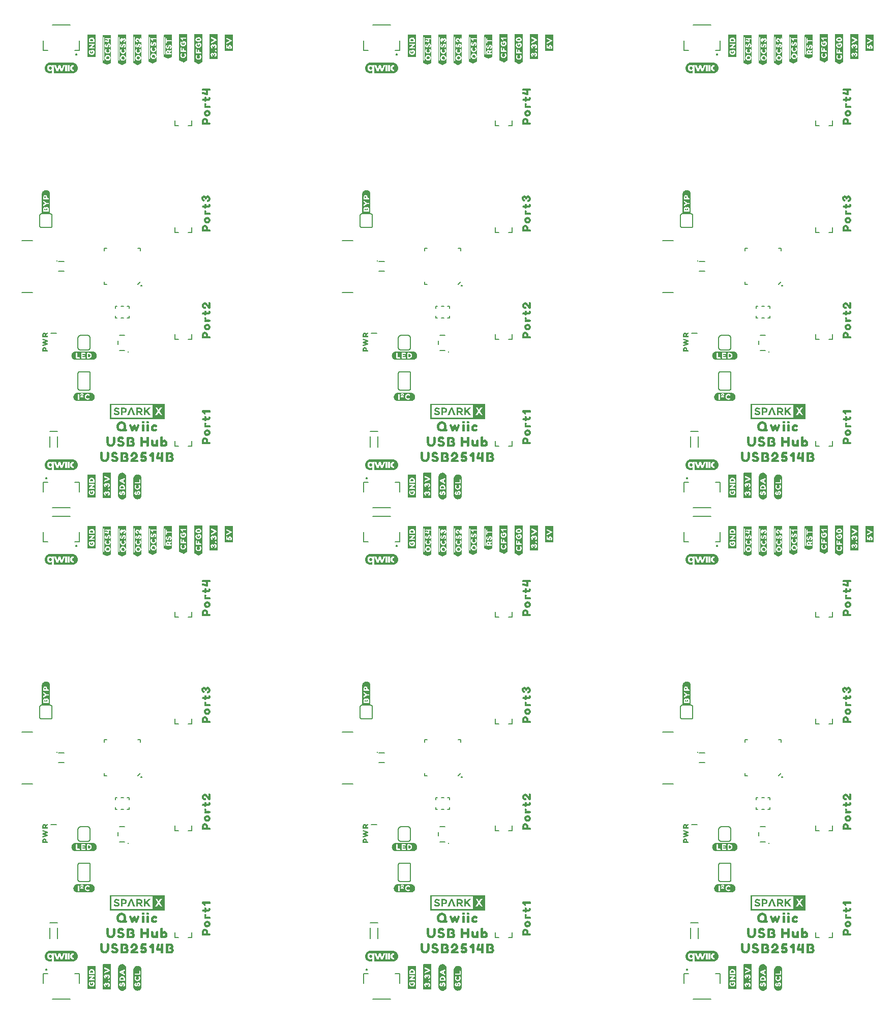
<source format=gto>
G04 EAGLE Gerber RS-274X export*
G75*
%MOMM*%
%FSLAX34Y34*%
%LPD*%
%INSilkscreen Top*%
%IPPOS*%
%AMOC8*
5,1,8,0,0,1.08239X$1,22.5*%
G01*
%ADD10C,0.203200*%
%ADD11C,0.254000*%
%ADD12C,0.300000*%
%ADD13C,0.152400*%
%ADD14C,0.127000*%
%ADD15C,0.200000*%

G36*
X795067Y970311D02*
X795067Y970311D01*
X795062Y970319D01*
X795069Y970325D01*
X795069Y995635D01*
X795033Y995683D01*
X795026Y995677D01*
X795020Y995685D01*
X703580Y995685D01*
X703533Y995649D01*
X703538Y995641D01*
X703531Y995635D01*
X703531Y970325D01*
X703567Y970277D01*
X703574Y970283D01*
X703580Y970275D01*
X795020Y970275D01*
X795067Y970311D01*
G37*
G36*
X261633Y177803D02*
X261633Y177803D01*
X261626Y177797D01*
X261620Y177805D01*
X170180Y177805D01*
X170133Y177769D01*
X170138Y177761D01*
X170131Y177755D01*
X170131Y152445D01*
X170167Y152397D01*
X170174Y152403D01*
X170180Y152395D01*
X261620Y152395D01*
X261667Y152431D01*
X261662Y152439D01*
X261669Y152445D01*
X261669Y177755D01*
X261633Y177803D01*
G37*
G36*
X795067Y152431D02*
X795067Y152431D01*
X795062Y152439D01*
X795069Y152445D01*
X795069Y177755D01*
X795033Y177803D01*
X795026Y177797D01*
X795020Y177805D01*
X703580Y177805D01*
X703533Y177769D01*
X703538Y177761D01*
X703531Y177755D01*
X703531Y152445D01*
X703567Y152397D01*
X703574Y152403D01*
X703580Y152395D01*
X795020Y152395D01*
X795067Y152431D01*
G37*
G36*
X261667Y970311D02*
X261667Y970311D01*
X261662Y970319D01*
X261669Y970325D01*
X261669Y995635D01*
X261633Y995683D01*
X261626Y995677D01*
X261620Y995685D01*
X170180Y995685D01*
X170133Y995649D01*
X170138Y995641D01*
X170131Y995635D01*
X170131Y970325D01*
X170167Y970277D01*
X170174Y970283D01*
X170180Y970275D01*
X261620Y970275D01*
X261667Y970311D01*
G37*
G36*
X1328467Y152431D02*
X1328467Y152431D01*
X1328462Y152439D01*
X1328469Y152445D01*
X1328469Y177755D01*
X1328433Y177803D01*
X1328426Y177797D01*
X1328420Y177805D01*
X1236980Y177805D01*
X1236933Y177769D01*
X1236938Y177761D01*
X1236931Y177755D01*
X1236931Y152445D01*
X1236967Y152397D01*
X1236974Y152403D01*
X1236980Y152395D01*
X1328420Y152395D01*
X1328467Y152431D01*
G37*
G36*
X1328467Y970311D02*
X1328467Y970311D01*
X1328462Y970319D01*
X1328469Y970325D01*
X1328469Y995635D01*
X1328433Y995683D01*
X1328426Y995677D01*
X1328420Y995685D01*
X1236980Y995685D01*
X1236933Y995649D01*
X1236938Y995641D01*
X1236931Y995635D01*
X1236931Y970325D01*
X1236967Y970277D01*
X1236974Y970283D01*
X1236980Y970275D01*
X1328420Y970275D01*
X1328467Y970311D01*
G37*
%LPC*%
G36*
X705979Y972724D02*
X705979Y972724D01*
X705979Y993236D01*
X774543Y993236D01*
X774543Y972724D01*
X705979Y972724D01*
G37*
%LPD*%
%LPC*%
G36*
X705979Y154844D02*
X705979Y154844D01*
X705979Y175356D01*
X774543Y175356D01*
X774543Y154844D01*
X705979Y154844D01*
G37*
%LPD*%
%LPC*%
G36*
X172579Y972724D02*
X172579Y972724D01*
X172579Y993236D01*
X241143Y993236D01*
X241143Y972724D01*
X172579Y972724D01*
G37*
%LPD*%
%LPC*%
G36*
X1239379Y154844D02*
X1239379Y154844D01*
X1239379Y175356D01*
X1307943Y175356D01*
X1307943Y154844D01*
X1239379Y154844D01*
G37*
%LPD*%
%LPC*%
G36*
X1239379Y972724D02*
X1239379Y972724D01*
X1239379Y993236D01*
X1307943Y993236D01*
X1307943Y972724D01*
X1239379Y972724D01*
G37*
%LPD*%
%LPC*%
G36*
X172579Y154844D02*
X172579Y154844D01*
X172579Y175356D01*
X241143Y175356D01*
X241143Y154844D01*
X172579Y154844D01*
G37*
%LPD*%
G36*
X73103Y727597D02*
X73103Y727597D01*
X73124Y727600D01*
X73133Y727617D01*
X73142Y727623D01*
X73140Y727632D01*
X73147Y727646D01*
X73163Y728033D01*
X73162Y728034D01*
X73163Y728035D01*
X73163Y732270D01*
X73163Y732271D01*
X73153Y732664D01*
X73146Y732675D01*
X73148Y732688D01*
X73128Y732701D01*
X73115Y732721D01*
X73102Y732718D01*
X73091Y732726D01*
X73057Y732711D01*
X73048Y732709D01*
X73047Y732706D01*
X73044Y732705D01*
X72613Y732219D01*
X72210Y731892D01*
X71763Y731629D01*
X71278Y731444D01*
X70771Y731327D01*
X70253Y731274D01*
X69732Y731295D01*
X69211Y731344D01*
X68704Y731463D01*
X68205Y731615D01*
X67742Y731853D01*
X67292Y732114D01*
X66904Y732462D01*
X66539Y732832D01*
X66234Y733255D01*
X65973Y733705D01*
X65757Y734181D01*
X65597Y734677D01*
X65471Y735186D01*
X65398Y735703D01*
X65358Y736226D01*
X65353Y736750D01*
X65393Y737273D01*
X65460Y737791D01*
X65586Y738300D01*
X65743Y738797D01*
X65960Y739272D01*
X66222Y739721D01*
X66529Y740142D01*
X66897Y740510D01*
X67286Y740856D01*
X67741Y741109D01*
X68209Y741336D01*
X68708Y741488D01*
X69218Y741593D01*
X69739Y741641D01*
X70260Y741650D01*
X70778Y741591D01*
X71283Y741467D01*
X71766Y741276D01*
X72213Y741012D01*
X72617Y740690D01*
X73047Y740142D01*
X73062Y740137D01*
X73070Y740124D01*
X73092Y740127D01*
X73112Y740120D01*
X73122Y740131D01*
X73138Y740133D01*
X73150Y740161D01*
X73158Y740169D01*
X73157Y740175D01*
X73160Y740180D01*
X73163Y740680D01*
X73163Y741209D01*
X73166Y741551D01*
X76401Y741551D01*
X76402Y741551D01*
X76419Y741551D01*
X76419Y727933D01*
X76420Y727931D01*
X76420Y727929D01*
X76436Y727645D01*
X76449Y727628D01*
X76452Y727607D01*
X76470Y727599D01*
X76477Y727590D01*
X76486Y727592D01*
X76499Y727586D01*
X107427Y727586D01*
X107430Y727588D01*
X107433Y727586D01*
X109014Y727737D01*
X109016Y727739D01*
X109019Y727738D01*
X109537Y727835D01*
X109540Y727838D01*
X109544Y727837D01*
X111056Y728319D01*
X111060Y728323D01*
X111067Y728324D01*
X112463Y729081D01*
X112465Y729086D01*
X112472Y729088D01*
X113705Y730087D01*
X113706Y730090D01*
X113711Y730092D01*
X114074Y730474D01*
X114075Y730476D01*
X114077Y730477D01*
X114751Y731294D01*
X114751Y731296D01*
X114754Y731298D01*
X115057Y731729D01*
X115057Y731732D01*
X115061Y731735D01*
X115805Y733137D01*
X115805Y733142D01*
X115806Y733143D01*
X115808Y733145D01*
X115808Y733146D01*
X115810Y733147D01*
X116280Y734664D01*
X116279Y734669D01*
X116283Y734674D01*
X116353Y735197D01*
X116353Y735198D01*
X116353Y735199D01*
X116459Y736253D01*
X116458Y736255D01*
X116460Y736258D01*
X116468Y736785D01*
X116466Y736787D01*
X116468Y736792D01*
X116308Y738372D01*
X116304Y738376D01*
X116305Y738384D01*
X115834Y739900D01*
X115831Y739903D01*
X115831Y739908D01*
X115608Y740386D01*
X115606Y740387D01*
X115606Y740389D01*
X115101Y741320D01*
X115099Y741321D01*
X115098Y741324D01*
X114808Y741764D01*
X114806Y741765D01*
X114804Y741770D01*
X114131Y742586D01*
X114129Y742586D01*
X114129Y742588D01*
X114096Y742624D01*
X114040Y742687D01*
X113984Y742750D01*
X113928Y742813D01*
X113872Y742875D01*
X113816Y742938D01*
X113777Y742981D01*
X113773Y742982D01*
X113770Y742988D01*
X112545Y743998D01*
X112540Y743999D01*
X112535Y744005D01*
X111141Y744764D01*
X111137Y744764D01*
X111133Y744768D01*
X110638Y744951D01*
X110637Y744951D01*
X110635Y744952D01*
X109624Y745266D01*
X109622Y745266D01*
X109619Y745268D01*
X109105Y745382D01*
X109102Y745380D01*
X109098Y745383D01*
X108044Y745489D01*
X107519Y745542D01*
X107516Y745541D01*
X107512Y745542D01*
X70461Y745542D01*
X70459Y745541D01*
X70455Y745542D01*
X68875Y745394D01*
X68873Y745393D01*
X68870Y745394D01*
X68351Y745303D01*
X68348Y745300D01*
X68343Y745301D01*
X66828Y744825D01*
X66825Y744821D01*
X66817Y744820D01*
X65422Y744063D01*
X65420Y744059D01*
X65414Y744057D01*
X64994Y743737D01*
X64994Y743736D01*
X64992Y743736D01*
X64176Y743062D01*
X64175Y743059D01*
X64171Y743058D01*
X63803Y742680D01*
X63802Y742678D01*
X63799Y742676D01*
X63126Y741860D01*
X63125Y741858D01*
X63123Y741856D01*
X62815Y741429D01*
X62814Y741425D01*
X62810Y741422D01*
X62060Y740023D01*
X62061Y740018D01*
X62056Y740012D01*
X61585Y738496D01*
X61586Y738491D01*
X61583Y738486D01*
X61506Y737964D01*
X61507Y737963D01*
X61506Y737961D01*
X61399Y736908D01*
X61400Y736906D01*
X61399Y736904D01*
X61384Y736377D01*
X61386Y736374D01*
X61384Y736369D01*
X61544Y734789D01*
X61547Y734785D01*
X61546Y734777D01*
X62011Y733259D01*
X62014Y733257D01*
X62014Y733252D01*
X62232Y732772D01*
X62234Y732771D01*
X62234Y732768D01*
X62739Y731838D01*
X62741Y731836D01*
X62741Y731834D01*
X63026Y731390D01*
X63029Y731388D01*
X63031Y731384D01*
X63040Y731372D01*
X63093Y731310D01*
X63146Y731247D01*
X63304Y731059D01*
X63357Y730996D01*
X63410Y730933D01*
X63462Y730870D01*
X63515Y730808D01*
X63568Y730745D01*
X63726Y730557D01*
X63779Y730494D01*
X63832Y730431D01*
X63885Y730368D01*
X63937Y730306D01*
X64052Y730169D01*
X64057Y730168D01*
X64060Y730161D01*
X65285Y729151D01*
X65290Y729150D01*
X65295Y729144D01*
X66685Y728380D01*
X66689Y728380D01*
X66693Y728376D01*
X67185Y728187D01*
X67187Y728187D01*
X67189Y728185D01*
X68200Y727872D01*
X68202Y727872D01*
X68204Y727870D01*
X68717Y727750D01*
X68721Y727751D01*
X68725Y727749D01*
X70305Y727589D01*
X70308Y727591D01*
X70311Y727589D01*
X73085Y727586D01*
X73103Y727597D01*
G37*
G36*
X1139903Y727597D02*
X1139903Y727597D01*
X1139924Y727600D01*
X1139933Y727617D01*
X1139942Y727623D01*
X1139940Y727632D01*
X1139947Y727646D01*
X1139963Y728033D01*
X1139962Y728034D01*
X1139963Y728035D01*
X1139963Y732270D01*
X1139963Y732271D01*
X1139953Y732664D01*
X1139946Y732675D01*
X1139948Y732688D01*
X1139928Y732701D01*
X1139915Y732721D01*
X1139902Y732718D01*
X1139891Y732726D01*
X1139857Y732711D01*
X1139848Y732709D01*
X1139847Y732706D01*
X1139844Y732705D01*
X1139413Y732219D01*
X1139010Y731892D01*
X1138563Y731629D01*
X1138078Y731444D01*
X1137571Y731327D01*
X1137053Y731274D01*
X1136532Y731295D01*
X1136011Y731344D01*
X1135504Y731463D01*
X1135005Y731615D01*
X1134542Y731853D01*
X1134092Y732114D01*
X1133704Y732462D01*
X1133339Y732832D01*
X1133034Y733255D01*
X1132773Y733705D01*
X1132557Y734181D01*
X1132397Y734677D01*
X1132271Y735186D01*
X1132198Y735703D01*
X1132158Y736226D01*
X1132153Y736750D01*
X1132193Y737273D01*
X1132260Y737791D01*
X1132386Y738300D01*
X1132543Y738797D01*
X1132760Y739272D01*
X1133022Y739721D01*
X1133329Y740142D01*
X1133697Y740510D01*
X1134086Y740856D01*
X1134541Y741109D01*
X1135009Y741336D01*
X1135508Y741488D01*
X1136018Y741593D01*
X1136539Y741641D01*
X1137060Y741650D01*
X1137578Y741591D01*
X1138083Y741467D01*
X1138566Y741276D01*
X1139013Y741012D01*
X1139417Y740690D01*
X1139847Y740142D01*
X1139862Y740137D01*
X1139870Y740124D01*
X1139892Y740127D01*
X1139912Y740120D01*
X1139922Y740131D01*
X1139938Y740133D01*
X1139950Y740161D01*
X1139958Y740169D01*
X1139957Y740175D01*
X1139960Y740180D01*
X1139963Y740680D01*
X1139963Y741209D01*
X1139966Y741551D01*
X1143201Y741551D01*
X1143202Y741551D01*
X1143219Y741551D01*
X1143219Y727933D01*
X1143220Y727931D01*
X1143220Y727929D01*
X1143236Y727645D01*
X1143249Y727628D01*
X1143252Y727607D01*
X1143270Y727599D01*
X1143277Y727590D01*
X1143286Y727592D01*
X1143299Y727586D01*
X1174227Y727586D01*
X1174230Y727588D01*
X1174233Y727586D01*
X1175814Y727737D01*
X1175816Y727739D01*
X1175819Y727738D01*
X1176337Y727835D01*
X1176340Y727838D01*
X1176344Y727837D01*
X1177856Y728319D01*
X1177860Y728323D01*
X1177867Y728324D01*
X1179263Y729081D01*
X1179265Y729086D01*
X1179272Y729088D01*
X1180505Y730087D01*
X1180506Y730090D01*
X1180511Y730092D01*
X1180874Y730474D01*
X1180875Y730476D01*
X1180877Y730477D01*
X1181551Y731294D01*
X1181551Y731296D01*
X1181554Y731298D01*
X1181857Y731729D01*
X1181857Y731732D01*
X1181861Y731735D01*
X1182605Y733137D01*
X1182605Y733142D01*
X1182606Y733143D01*
X1182608Y733145D01*
X1182608Y733146D01*
X1182610Y733147D01*
X1183080Y734664D01*
X1183079Y734669D01*
X1183083Y734674D01*
X1183153Y735197D01*
X1183153Y735198D01*
X1183153Y735199D01*
X1183259Y736253D01*
X1183258Y736255D01*
X1183260Y736258D01*
X1183268Y736785D01*
X1183266Y736787D01*
X1183268Y736792D01*
X1183108Y738372D01*
X1183104Y738376D01*
X1183105Y738384D01*
X1182634Y739900D01*
X1182631Y739903D01*
X1182631Y739908D01*
X1182408Y740386D01*
X1182406Y740387D01*
X1182406Y740389D01*
X1181901Y741320D01*
X1181899Y741321D01*
X1181898Y741324D01*
X1181608Y741764D01*
X1181606Y741765D01*
X1181604Y741770D01*
X1180931Y742586D01*
X1180929Y742586D01*
X1180929Y742588D01*
X1180896Y742624D01*
X1180840Y742687D01*
X1180784Y742750D01*
X1180728Y742813D01*
X1180672Y742875D01*
X1180616Y742938D01*
X1180577Y742981D01*
X1180573Y742982D01*
X1180570Y742988D01*
X1179345Y743998D01*
X1179340Y743999D01*
X1179335Y744005D01*
X1177941Y744764D01*
X1177937Y744764D01*
X1177933Y744768D01*
X1177438Y744951D01*
X1177437Y744951D01*
X1177435Y744952D01*
X1176424Y745266D01*
X1176422Y745266D01*
X1176419Y745268D01*
X1175905Y745382D01*
X1175902Y745380D01*
X1175898Y745383D01*
X1174844Y745489D01*
X1174319Y745542D01*
X1174316Y745541D01*
X1174312Y745542D01*
X1137261Y745542D01*
X1137259Y745541D01*
X1137255Y745542D01*
X1135675Y745394D01*
X1135673Y745393D01*
X1135670Y745394D01*
X1135151Y745303D01*
X1135148Y745300D01*
X1135143Y745301D01*
X1133628Y744825D01*
X1133625Y744821D01*
X1133617Y744820D01*
X1132222Y744063D01*
X1132220Y744059D01*
X1132214Y744057D01*
X1131794Y743737D01*
X1131794Y743736D01*
X1131792Y743736D01*
X1130976Y743062D01*
X1130975Y743059D01*
X1130971Y743058D01*
X1130603Y742680D01*
X1130602Y742678D01*
X1130599Y742676D01*
X1129926Y741860D01*
X1129925Y741858D01*
X1129923Y741856D01*
X1129615Y741429D01*
X1129614Y741425D01*
X1129610Y741422D01*
X1128860Y740023D01*
X1128861Y740018D01*
X1128856Y740012D01*
X1128385Y738496D01*
X1128386Y738491D01*
X1128383Y738486D01*
X1128306Y737964D01*
X1128307Y737963D01*
X1128306Y737961D01*
X1128199Y736908D01*
X1128200Y736906D01*
X1128199Y736904D01*
X1128184Y736377D01*
X1128186Y736374D01*
X1128184Y736369D01*
X1128344Y734789D01*
X1128347Y734785D01*
X1128346Y734777D01*
X1128811Y733259D01*
X1128814Y733257D01*
X1128814Y733252D01*
X1129032Y732772D01*
X1129034Y732771D01*
X1129034Y732768D01*
X1129539Y731838D01*
X1129541Y731836D01*
X1129541Y731834D01*
X1129826Y731390D01*
X1129829Y731388D01*
X1129831Y731384D01*
X1129840Y731372D01*
X1129893Y731310D01*
X1129946Y731247D01*
X1130104Y731059D01*
X1130157Y730996D01*
X1130210Y730933D01*
X1130262Y730870D01*
X1130315Y730808D01*
X1130368Y730745D01*
X1130526Y730557D01*
X1130579Y730494D01*
X1130632Y730431D01*
X1130685Y730368D01*
X1130737Y730306D01*
X1130852Y730169D01*
X1130857Y730168D01*
X1130860Y730161D01*
X1132085Y729151D01*
X1132090Y729150D01*
X1132095Y729144D01*
X1133485Y728380D01*
X1133489Y728380D01*
X1133493Y728376D01*
X1133985Y728187D01*
X1133987Y728187D01*
X1133989Y728185D01*
X1135000Y727872D01*
X1135002Y727872D01*
X1135004Y727870D01*
X1135517Y727750D01*
X1135521Y727751D01*
X1135525Y727749D01*
X1137105Y727589D01*
X1137108Y727591D01*
X1137111Y727589D01*
X1139885Y727586D01*
X1139903Y727597D01*
G37*
G36*
X73103Y67197D02*
X73103Y67197D01*
X73124Y67200D01*
X73133Y67217D01*
X73142Y67223D01*
X73140Y67232D01*
X73147Y67246D01*
X73163Y67633D01*
X73162Y67634D01*
X73163Y67635D01*
X73163Y71870D01*
X73163Y71871D01*
X73153Y72264D01*
X73146Y72275D01*
X73148Y72288D01*
X73128Y72301D01*
X73115Y72321D01*
X73102Y72318D01*
X73091Y72326D01*
X73057Y72311D01*
X73048Y72309D01*
X73047Y72306D01*
X73044Y72305D01*
X72613Y71819D01*
X72210Y71492D01*
X71763Y71229D01*
X71278Y71044D01*
X70771Y70927D01*
X70253Y70874D01*
X69732Y70895D01*
X69211Y70944D01*
X68704Y71063D01*
X68205Y71215D01*
X67742Y71453D01*
X67292Y71714D01*
X66904Y72062D01*
X66539Y72432D01*
X66234Y72855D01*
X65973Y73305D01*
X65757Y73781D01*
X65597Y74277D01*
X65471Y74786D01*
X65398Y75303D01*
X65358Y75826D01*
X65353Y76350D01*
X65393Y76873D01*
X65460Y77391D01*
X65586Y77900D01*
X65743Y78397D01*
X65960Y78872D01*
X66222Y79321D01*
X66529Y79742D01*
X66897Y80110D01*
X67286Y80456D01*
X67741Y80709D01*
X68209Y80936D01*
X68708Y81088D01*
X69218Y81193D01*
X69739Y81241D01*
X70260Y81250D01*
X70778Y81191D01*
X71283Y81067D01*
X71766Y80876D01*
X72213Y80612D01*
X72617Y80290D01*
X73047Y79742D01*
X73062Y79737D01*
X73070Y79724D01*
X73092Y79727D01*
X73112Y79720D01*
X73122Y79731D01*
X73138Y79733D01*
X73150Y79761D01*
X73158Y79769D01*
X73157Y79775D01*
X73160Y79780D01*
X73163Y80280D01*
X73163Y80809D01*
X73166Y81151D01*
X76401Y81151D01*
X76402Y81151D01*
X76419Y81151D01*
X76419Y67533D01*
X76420Y67531D01*
X76420Y67529D01*
X76436Y67245D01*
X76449Y67228D01*
X76452Y67207D01*
X76470Y67199D01*
X76477Y67190D01*
X76486Y67192D01*
X76499Y67186D01*
X107427Y67186D01*
X107430Y67188D01*
X107433Y67186D01*
X109014Y67337D01*
X109016Y67339D01*
X109019Y67338D01*
X109537Y67435D01*
X109540Y67438D01*
X109544Y67437D01*
X111056Y67919D01*
X111060Y67923D01*
X111067Y67924D01*
X112463Y68681D01*
X112465Y68686D01*
X112472Y68688D01*
X113705Y69687D01*
X113706Y69690D01*
X113711Y69692D01*
X114074Y70074D01*
X114075Y70076D01*
X114077Y70077D01*
X114751Y70894D01*
X114751Y70896D01*
X114754Y70898D01*
X115057Y71329D01*
X115057Y71332D01*
X115061Y71335D01*
X115805Y72737D01*
X115805Y72742D01*
X115806Y72743D01*
X115808Y72745D01*
X115808Y72746D01*
X115810Y72747D01*
X116280Y74264D01*
X116279Y74269D01*
X116283Y74274D01*
X116353Y74797D01*
X116353Y74798D01*
X116353Y74799D01*
X116459Y75853D01*
X116458Y75855D01*
X116460Y75858D01*
X116468Y76385D01*
X116466Y76387D01*
X116468Y76392D01*
X116308Y77972D01*
X116304Y77976D01*
X116305Y77984D01*
X115834Y79500D01*
X115831Y79503D01*
X115831Y79508D01*
X115608Y79986D01*
X115606Y79987D01*
X115606Y79989D01*
X115101Y80920D01*
X115099Y80921D01*
X115098Y80924D01*
X114808Y81364D01*
X114806Y81365D01*
X114804Y81370D01*
X114131Y82186D01*
X114129Y82186D01*
X114129Y82188D01*
X114096Y82224D01*
X114040Y82287D01*
X113984Y82350D01*
X113928Y82413D01*
X113872Y82475D01*
X113816Y82538D01*
X113777Y82581D01*
X113773Y82582D01*
X113770Y82588D01*
X112545Y83598D01*
X112540Y83599D01*
X112535Y83605D01*
X111141Y84364D01*
X111137Y84364D01*
X111133Y84368D01*
X110638Y84551D01*
X110637Y84551D01*
X110635Y84552D01*
X109624Y84866D01*
X109622Y84866D01*
X109619Y84868D01*
X109105Y84982D01*
X109102Y84980D01*
X109098Y84983D01*
X108044Y85089D01*
X107519Y85142D01*
X107516Y85141D01*
X107512Y85142D01*
X70461Y85142D01*
X70459Y85141D01*
X70455Y85142D01*
X68875Y84994D01*
X68873Y84993D01*
X68870Y84994D01*
X68351Y84903D01*
X68348Y84900D01*
X68343Y84901D01*
X66828Y84425D01*
X66825Y84421D01*
X66817Y84420D01*
X65422Y83663D01*
X65420Y83659D01*
X65414Y83657D01*
X64994Y83337D01*
X64994Y83336D01*
X64992Y83336D01*
X64176Y82662D01*
X64175Y82659D01*
X64171Y82658D01*
X63803Y82280D01*
X63802Y82278D01*
X63799Y82276D01*
X63126Y81460D01*
X63125Y81458D01*
X63123Y81456D01*
X62815Y81029D01*
X62814Y81025D01*
X62810Y81022D01*
X62060Y79623D01*
X62061Y79618D01*
X62056Y79612D01*
X61585Y78096D01*
X61586Y78091D01*
X61583Y78086D01*
X61506Y77564D01*
X61507Y77563D01*
X61506Y77561D01*
X61399Y76508D01*
X61400Y76506D01*
X61399Y76504D01*
X61384Y75977D01*
X61386Y75974D01*
X61384Y75969D01*
X61544Y74389D01*
X61547Y74385D01*
X61546Y74377D01*
X62011Y72859D01*
X62014Y72857D01*
X62014Y72852D01*
X62232Y72372D01*
X62234Y72371D01*
X62234Y72368D01*
X62739Y71438D01*
X62741Y71436D01*
X62741Y71434D01*
X63026Y70990D01*
X63029Y70988D01*
X63031Y70984D01*
X63040Y70972D01*
X63093Y70910D01*
X63146Y70847D01*
X63304Y70659D01*
X63357Y70596D01*
X63410Y70533D01*
X63462Y70470D01*
X63515Y70408D01*
X63568Y70345D01*
X63726Y70157D01*
X63779Y70094D01*
X63832Y70031D01*
X63885Y69968D01*
X63937Y69906D01*
X64052Y69769D01*
X64057Y69768D01*
X64060Y69761D01*
X65285Y68751D01*
X65290Y68750D01*
X65295Y68744D01*
X66685Y67980D01*
X66689Y67980D01*
X66693Y67976D01*
X67185Y67787D01*
X67187Y67787D01*
X67189Y67785D01*
X68200Y67472D01*
X68202Y67472D01*
X68204Y67470D01*
X68717Y67350D01*
X68721Y67351D01*
X68725Y67349D01*
X70305Y67189D01*
X70308Y67191D01*
X70311Y67189D01*
X73085Y67186D01*
X73103Y67197D01*
G37*
G36*
X606503Y67197D02*
X606503Y67197D01*
X606524Y67200D01*
X606533Y67217D01*
X606542Y67223D01*
X606540Y67232D01*
X606547Y67246D01*
X606563Y67633D01*
X606562Y67634D01*
X606563Y67635D01*
X606563Y71870D01*
X606563Y71871D01*
X606553Y72264D01*
X606546Y72275D01*
X606548Y72288D01*
X606528Y72301D01*
X606515Y72321D01*
X606502Y72318D01*
X606491Y72326D01*
X606457Y72311D01*
X606448Y72309D01*
X606447Y72306D01*
X606444Y72305D01*
X606013Y71819D01*
X605610Y71492D01*
X605163Y71229D01*
X604678Y71044D01*
X604171Y70927D01*
X603653Y70874D01*
X603132Y70895D01*
X602611Y70944D01*
X602104Y71063D01*
X601605Y71215D01*
X601142Y71453D01*
X600692Y71714D01*
X600304Y72062D01*
X599939Y72432D01*
X599634Y72855D01*
X599373Y73305D01*
X599157Y73781D01*
X598997Y74277D01*
X598871Y74786D01*
X598798Y75303D01*
X598758Y75826D01*
X598753Y76350D01*
X598793Y76873D01*
X598860Y77391D01*
X598986Y77900D01*
X599143Y78397D01*
X599360Y78872D01*
X599622Y79321D01*
X599929Y79742D01*
X600297Y80110D01*
X600686Y80456D01*
X601141Y80709D01*
X601609Y80936D01*
X602108Y81088D01*
X602618Y81193D01*
X603139Y81241D01*
X603660Y81250D01*
X604178Y81191D01*
X604683Y81067D01*
X605166Y80876D01*
X605613Y80612D01*
X606017Y80290D01*
X606447Y79742D01*
X606462Y79737D01*
X606470Y79724D01*
X606492Y79727D01*
X606512Y79720D01*
X606522Y79731D01*
X606538Y79733D01*
X606550Y79761D01*
X606558Y79769D01*
X606557Y79775D01*
X606560Y79780D01*
X606563Y80280D01*
X606563Y80809D01*
X606566Y81151D01*
X609801Y81151D01*
X609802Y81151D01*
X609819Y81151D01*
X609819Y67533D01*
X609820Y67531D01*
X609820Y67529D01*
X609836Y67245D01*
X609849Y67228D01*
X609852Y67207D01*
X609870Y67199D01*
X609877Y67190D01*
X609886Y67192D01*
X609899Y67186D01*
X640827Y67186D01*
X640830Y67188D01*
X640833Y67186D01*
X642414Y67337D01*
X642416Y67339D01*
X642419Y67338D01*
X642937Y67435D01*
X642940Y67438D01*
X642944Y67437D01*
X644456Y67919D01*
X644460Y67923D01*
X644467Y67924D01*
X645863Y68681D01*
X645865Y68686D01*
X645872Y68688D01*
X647105Y69687D01*
X647106Y69690D01*
X647111Y69692D01*
X647474Y70074D01*
X647475Y70076D01*
X647477Y70077D01*
X648151Y70894D01*
X648151Y70896D01*
X648154Y70898D01*
X648457Y71329D01*
X648457Y71332D01*
X648461Y71335D01*
X649205Y72737D01*
X649205Y72742D01*
X649206Y72743D01*
X649208Y72745D01*
X649208Y72746D01*
X649210Y72747D01*
X649680Y74264D01*
X649679Y74269D01*
X649683Y74274D01*
X649753Y74797D01*
X649753Y74798D01*
X649753Y74799D01*
X649859Y75853D01*
X649858Y75855D01*
X649860Y75858D01*
X649868Y76385D01*
X649866Y76387D01*
X649868Y76392D01*
X649708Y77972D01*
X649704Y77976D01*
X649705Y77984D01*
X649234Y79500D01*
X649231Y79503D01*
X649231Y79508D01*
X649008Y79986D01*
X649006Y79987D01*
X649006Y79989D01*
X648501Y80920D01*
X648499Y80921D01*
X648498Y80924D01*
X648208Y81364D01*
X648206Y81365D01*
X648204Y81370D01*
X647531Y82186D01*
X647529Y82186D01*
X647529Y82188D01*
X647496Y82224D01*
X647440Y82287D01*
X647384Y82350D01*
X647328Y82413D01*
X647272Y82475D01*
X647216Y82538D01*
X647177Y82581D01*
X647173Y82582D01*
X647170Y82588D01*
X645945Y83598D01*
X645940Y83599D01*
X645935Y83605D01*
X644541Y84364D01*
X644537Y84364D01*
X644533Y84368D01*
X644038Y84551D01*
X644037Y84551D01*
X644035Y84552D01*
X643024Y84866D01*
X643022Y84866D01*
X643019Y84868D01*
X642505Y84982D01*
X642502Y84980D01*
X642498Y84983D01*
X641444Y85089D01*
X640919Y85142D01*
X640916Y85141D01*
X640912Y85142D01*
X603861Y85142D01*
X603859Y85141D01*
X603855Y85142D01*
X602275Y84994D01*
X602273Y84993D01*
X602270Y84994D01*
X601751Y84903D01*
X601748Y84900D01*
X601743Y84901D01*
X600228Y84425D01*
X600225Y84421D01*
X600217Y84420D01*
X598822Y83663D01*
X598820Y83659D01*
X598814Y83657D01*
X598394Y83337D01*
X598394Y83336D01*
X598392Y83336D01*
X597576Y82662D01*
X597575Y82659D01*
X597571Y82658D01*
X597203Y82280D01*
X597202Y82278D01*
X597199Y82276D01*
X596526Y81460D01*
X596525Y81458D01*
X596523Y81456D01*
X596215Y81029D01*
X596214Y81025D01*
X596210Y81022D01*
X595460Y79623D01*
X595461Y79618D01*
X595456Y79612D01*
X594985Y78096D01*
X594986Y78091D01*
X594983Y78086D01*
X594906Y77564D01*
X594907Y77563D01*
X594906Y77561D01*
X594799Y76508D01*
X594800Y76506D01*
X594799Y76504D01*
X594784Y75977D01*
X594786Y75974D01*
X594784Y75969D01*
X594944Y74389D01*
X594947Y74385D01*
X594946Y74377D01*
X595411Y72859D01*
X595414Y72857D01*
X595414Y72852D01*
X595632Y72372D01*
X595634Y72371D01*
X595634Y72368D01*
X596139Y71438D01*
X596141Y71436D01*
X596141Y71434D01*
X596426Y70990D01*
X596429Y70988D01*
X596431Y70984D01*
X596440Y70972D01*
X596493Y70910D01*
X596546Y70847D01*
X596704Y70659D01*
X596757Y70596D01*
X596810Y70533D01*
X596862Y70470D01*
X596915Y70408D01*
X596968Y70345D01*
X597126Y70157D01*
X597179Y70094D01*
X597232Y70031D01*
X597285Y69968D01*
X597337Y69906D01*
X597452Y69769D01*
X597457Y69768D01*
X597460Y69761D01*
X598685Y68751D01*
X598690Y68750D01*
X598695Y68744D01*
X600085Y67980D01*
X600089Y67980D01*
X600093Y67976D01*
X600585Y67787D01*
X600587Y67787D01*
X600589Y67785D01*
X601600Y67472D01*
X601602Y67472D01*
X601604Y67470D01*
X602117Y67350D01*
X602121Y67351D01*
X602125Y67349D01*
X603705Y67189D01*
X603708Y67191D01*
X603711Y67189D01*
X606485Y67186D01*
X606503Y67197D01*
G37*
G36*
X1139903Y67197D02*
X1139903Y67197D01*
X1139924Y67200D01*
X1139933Y67217D01*
X1139942Y67223D01*
X1139940Y67232D01*
X1139947Y67246D01*
X1139963Y67633D01*
X1139962Y67634D01*
X1139963Y67635D01*
X1139963Y71870D01*
X1139963Y71871D01*
X1139953Y72264D01*
X1139946Y72275D01*
X1139948Y72288D01*
X1139928Y72301D01*
X1139915Y72321D01*
X1139902Y72318D01*
X1139891Y72326D01*
X1139857Y72311D01*
X1139848Y72309D01*
X1139847Y72306D01*
X1139844Y72305D01*
X1139413Y71819D01*
X1139010Y71492D01*
X1138563Y71229D01*
X1138078Y71044D01*
X1137571Y70927D01*
X1137053Y70874D01*
X1136532Y70895D01*
X1136011Y70944D01*
X1135504Y71063D01*
X1135005Y71215D01*
X1134542Y71453D01*
X1134092Y71714D01*
X1133704Y72062D01*
X1133339Y72432D01*
X1133034Y72855D01*
X1132773Y73305D01*
X1132557Y73781D01*
X1132397Y74277D01*
X1132271Y74786D01*
X1132198Y75303D01*
X1132158Y75826D01*
X1132153Y76350D01*
X1132193Y76873D01*
X1132260Y77391D01*
X1132386Y77900D01*
X1132543Y78397D01*
X1132760Y78872D01*
X1133022Y79321D01*
X1133329Y79742D01*
X1133697Y80110D01*
X1134086Y80456D01*
X1134541Y80709D01*
X1135009Y80936D01*
X1135508Y81088D01*
X1136018Y81193D01*
X1136539Y81241D01*
X1137060Y81250D01*
X1137578Y81191D01*
X1138083Y81067D01*
X1138566Y80876D01*
X1139013Y80612D01*
X1139417Y80290D01*
X1139847Y79742D01*
X1139862Y79737D01*
X1139870Y79724D01*
X1139892Y79727D01*
X1139912Y79720D01*
X1139922Y79731D01*
X1139938Y79733D01*
X1139950Y79761D01*
X1139958Y79769D01*
X1139957Y79775D01*
X1139960Y79780D01*
X1139963Y80280D01*
X1139963Y80809D01*
X1139966Y81151D01*
X1143201Y81151D01*
X1143202Y81151D01*
X1143219Y81151D01*
X1143219Y67533D01*
X1143220Y67531D01*
X1143220Y67529D01*
X1143236Y67245D01*
X1143249Y67228D01*
X1143252Y67207D01*
X1143270Y67199D01*
X1143277Y67190D01*
X1143286Y67192D01*
X1143299Y67186D01*
X1174227Y67186D01*
X1174230Y67188D01*
X1174233Y67186D01*
X1175814Y67337D01*
X1175816Y67339D01*
X1175819Y67338D01*
X1176337Y67435D01*
X1176340Y67438D01*
X1176344Y67437D01*
X1177856Y67919D01*
X1177860Y67923D01*
X1177867Y67924D01*
X1179263Y68681D01*
X1179265Y68686D01*
X1179272Y68688D01*
X1180505Y69687D01*
X1180506Y69690D01*
X1180511Y69692D01*
X1180874Y70074D01*
X1180875Y70076D01*
X1180877Y70077D01*
X1181551Y70894D01*
X1181551Y70896D01*
X1181554Y70898D01*
X1181857Y71329D01*
X1181857Y71332D01*
X1181861Y71335D01*
X1182605Y72737D01*
X1182605Y72742D01*
X1182606Y72743D01*
X1182608Y72745D01*
X1182608Y72746D01*
X1182610Y72747D01*
X1183080Y74264D01*
X1183079Y74269D01*
X1183083Y74274D01*
X1183153Y74797D01*
X1183153Y74798D01*
X1183153Y74799D01*
X1183259Y75853D01*
X1183258Y75855D01*
X1183260Y75858D01*
X1183268Y76385D01*
X1183266Y76387D01*
X1183268Y76392D01*
X1183108Y77972D01*
X1183104Y77976D01*
X1183105Y77984D01*
X1182634Y79500D01*
X1182631Y79503D01*
X1182631Y79508D01*
X1182408Y79986D01*
X1182406Y79987D01*
X1182406Y79989D01*
X1181901Y80920D01*
X1181899Y80921D01*
X1181898Y80924D01*
X1181608Y81364D01*
X1181606Y81365D01*
X1181604Y81370D01*
X1180931Y82186D01*
X1180929Y82186D01*
X1180929Y82188D01*
X1180896Y82224D01*
X1180840Y82287D01*
X1180784Y82350D01*
X1180728Y82413D01*
X1180672Y82475D01*
X1180616Y82538D01*
X1180577Y82581D01*
X1180573Y82582D01*
X1180570Y82588D01*
X1179345Y83598D01*
X1179340Y83599D01*
X1179335Y83605D01*
X1177941Y84364D01*
X1177937Y84364D01*
X1177933Y84368D01*
X1177438Y84551D01*
X1177437Y84551D01*
X1177435Y84552D01*
X1176424Y84866D01*
X1176422Y84866D01*
X1176419Y84868D01*
X1175905Y84982D01*
X1175902Y84980D01*
X1175898Y84983D01*
X1174844Y85089D01*
X1174319Y85142D01*
X1174316Y85141D01*
X1174312Y85142D01*
X1137261Y85142D01*
X1137259Y85141D01*
X1137255Y85142D01*
X1135675Y84994D01*
X1135673Y84993D01*
X1135670Y84994D01*
X1135151Y84903D01*
X1135148Y84900D01*
X1135143Y84901D01*
X1133628Y84425D01*
X1133625Y84421D01*
X1133617Y84420D01*
X1132222Y83663D01*
X1132220Y83659D01*
X1132214Y83657D01*
X1131794Y83337D01*
X1131794Y83336D01*
X1131792Y83336D01*
X1130976Y82662D01*
X1130975Y82659D01*
X1130971Y82658D01*
X1130603Y82280D01*
X1130602Y82278D01*
X1130599Y82276D01*
X1129926Y81460D01*
X1129925Y81458D01*
X1129923Y81456D01*
X1129615Y81029D01*
X1129614Y81025D01*
X1129610Y81022D01*
X1128860Y79623D01*
X1128861Y79618D01*
X1128856Y79612D01*
X1128385Y78096D01*
X1128386Y78091D01*
X1128383Y78086D01*
X1128306Y77564D01*
X1128307Y77563D01*
X1128306Y77561D01*
X1128199Y76508D01*
X1128200Y76506D01*
X1128199Y76504D01*
X1128184Y75977D01*
X1128186Y75974D01*
X1128184Y75969D01*
X1128344Y74389D01*
X1128347Y74385D01*
X1128346Y74377D01*
X1128811Y72859D01*
X1128814Y72857D01*
X1128814Y72852D01*
X1129032Y72372D01*
X1129034Y72371D01*
X1129034Y72368D01*
X1129539Y71438D01*
X1129541Y71436D01*
X1129541Y71434D01*
X1129826Y70990D01*
X1129829Y70988D01*
X1129831Y70984D01*
X1129840Y70972D01*
X1129893Y70910D01*
X1129946Y70847D01*
X1130104Y70659D01*
X1130157Y70596D01*
X1130210Y70533D01*
X1130262Y70470D01*
X1130315Y70408D01*
X1130368Y70345D01*
X1130526Y70157D01*
X1130579Y70094D01*
X1130632Y70031D01*
X1130685Y69968D01*
X1130737Y69906D01*
X1130852Y69769D01*
X1130857Y69768D01*
X1130860Y69761D01*
X1132085Y68751D01*
X1132090Y68750D01*
X1132095Y68744D01*
X1133485Y67980D01*
X1133489Y67980D01*
X1133493Y67976D01*
X1133985Y67787D01*
X1133987Y67787D01*
X1133989Y67785D01*
X1135000Y67472D01*
X1135002Y67472D01*
X1135004Y67470D01*
X1135517Y67350D01*
X1135521Y67351D01*
X1135525Y67349D01*
X1137105Y67189D01*
X1137108Y67191D01*
X1137111Y67189D01*
X1139885Y67186D01*
X1139903Y67197D01*
G37*
G36*
X73103Y1545477D02*
X73103Y1545477D01*
X73124Y1545480D01*
X73133Y1545497D01*
X73142Y1545503D01*
X73140Y1545512D01*
X73147Y1545526D01*
X73163Y1545913D01*
X73162Y1545914D01*
X73163Y1545915D01*
X73163Y1550150D01*
X73163Y1550151D01*
X73153Y1550544D01*
X73146Y1550555D01*
X73148Y1550568D01*
X73128Y1550581D01*
X73115Y1550601D01*
X73102Y1550598D01*
X73091Y1550606D01*
X73057Y1550591D01*
X73048Y1550589D01*
X73047Y1550586D01*
X73044Y1550585D01*
X72613Y1550099D01*
X72210Y1549772D01*
X71763Y1549509D01*
X71278Y1549324D01*
X70771Y1549207D01*
X70253Y1549154D01*
X69732Y1549175D01*
X69211Y1549224D01*
X68704Y1549343D01*
X68205Y1549495D01*
X67742Y1549733D01*
X67292Y1549994D01*
X66904Y1550342D01*
X66539Y1550712D01*
X66234Y1551135D01*
X65973Y1551585D01*
X65757Y1552061D01*
X65597Y1552557D01*
X65471Y1553066D01*
X65398Y1553583D01*
X65358Y1554106D01*
X65353Y1554630D01*
X65393Y1555153D01*
X65460Y1555671D01*
X65586Y1556180D01*
X65743Y1556677D01*
X65960Y1557152D01*
X66222Y1557601D01*
X66529Y1558022D01*
X66897Y1558390D01*
X67286Y1558736D01*
X67741Y1558989D01*
X68209Y1559216D01*
X68708Y1559368D01*
X69218Y1559473D01*
X69739Y1559521D01*
X70260Y1559530D01*
X70778Y1559471D01*
X71283Y1559347D01*
X71766Y1559156D01*
X72213Y1558892D01*
X72617Y1558570D01*
X73047Y1558022D01*
X73062Y1558017D01*
X73070Y1558004D01*
X73092Y1558007D01*
X73112Y1558000D01*
X73122Y1558011D01*
X73138Y1558013D01*
X73150Y1558041D01*
X73158Y1558049D01*
X73157Y1558055D01*
X73160Y1558060D01*
X73163Y1558560D01*
X73163Y1559089D01*
X73166Y1559431D01*
X76401Y1559431D01*
X76402Y1559431D01*
X76419Y1559431D01*
X76419Y1545813D01*
X76420Y1545811D01*
X76420Y1545809D01*
X76436Y1545525D01*
X76449Y1545508D01*
X76452Y1545487D01*
X76470Y1545479D01*
X76477Y1545470D01*
X76486Y1545472D01*
X76499Y1545466D01*
X107427Y1545466D01*
X107430Y1545468D01*
X107433Y1545466D01*
X109014Y1545617D01*
X109016Y1545619D01*
X109019Y1545618D01*
X109537Y1545715D01*
X109540Y1545718D01*
X109544Y1545717D01*
X111056Y1546199D01*
X111060Y1546203D01*
X111067Y1546204D01*
X112463Y1546961D01*
X112465Y1546966D01*
X112472Y1546968D01*
X113705Y1547967D01*
X113706Y1547970D01*
X113711Y1547972D01*
X114074Y1548354D01*
X114075Y1548356D01*
X114077Y1548357D01*
X114751Y1549174D01*
X114751Y1549176D01*
X114754Y1549178D01*
X115057Y1549609D01*
X115057Y1549612D01*
X115061Y1549615D01*
X115805Y1551017D01*
X115805Y1551022D01*
X115806Y1551023D01*
X115808Y1551025D01*
X115808Y1551026D01*
X115810Y1551027D01*
X116280Y1552544D01*
X116279Y1552549D01*
X116283Y1552554D01*
X116353Y1553077D01*
X116353Y1553078D01*
X116353Y1553079D01*
X116459Y1554133D01*
X116458Y1554135D01*
X116460Y1554138D01*
X116468Y1554665D01*
X116466Y1554667D01*
X116468Y1554672D01*
X116308Y1556252D01*
X116304Y1556256D01*
X116305Y1556264D01*
X115834Y1557780D01*
X115831Y1557783D01*
X115831Y1557788D01*
X115608Y1558266D01*
X115606Y1558267D01*
X115606Y1558269D01*
X115101Y1559200D01*
X115099Y1559201D01*
X115098Y1559204D01*
X114808Y1559644D01*
X114806Y1559645D01*
X114804Y1559650D01*
X114131Y1560466D01*
X114129Y1560466D01*
X114129Y1560468D01*
X114096Y1560504D01*
X114040Y1560567D01*
X113984Y1560630D01*
X113928Y1560693D01*
X113872Y1560755D01*
X113816Y1560818D01*
X113777Y1560861D01*
X113773Y1560862D01*
X113770Y1560868D01*
X112545Y1561878D01*
X112540Y1561879D01*
X112535Y1561885D01*
X111141Y1562644D01*
X111137Y1562644D01*
X111133Y1562648D01*
X110638Y1562831D01*
X110637Y1562831D01*
X110635Y1562832D01*
X109624Y1563146D01*
X109622Y1563146D01*
X109619Y1563148D01*
X109105Y1563262D01*
X109102Y1563260D01*
X109098Y1563263D01*
X108044Y1563369D01*
X107519Y1563422D01*
X107516Y1563421D01*
X107512Y1563422D01*
X70461Y1563422D01*
X70459Y1563421D01*
X70455Y1563422D01*
X68875Y1563274D01*
X68873Y1563273D01*
X68870Y1563274D01*
X68351Y1563183D01*
X68348Y1563180D01*
X68343Y1563181D01*
X66828Y1562705D01*
X66825Y1562701D01*
X66817Y1562700D01*
X65422Y1561943D01*
X65420Y1561939D01*
X65414Y1561937D01*
X64994Y1561617D01*
X64994Y1561616D01*
X64992Y1561616D01*
X64176Y1560942D01*
X64175Y1560939D01*
X64171Y1560938D01*
X63803Y1560560D01*
X63802Y1560558D01*
X63799Y1560556D01*
X63126Y1559740D01*
X63125Y1559738D01*
X63123Y1559736D01*
X62815Y1559309D01*
X62814Y1559305D01*
X62810Y1559302D01*
X62060Y1557903D01*
X62061Y1557898D01*
X62056Y1557892D01*
X61585Y1556376D01*
X61586Y1556371D01*
X61583Y1556366D01*
X61506Y1555844D01*
X61507Y1555843D01*
X61506Y1555841D01*
X61399Y1554788D01*
X61400Y1554786D01*
X61399Y1554784D01*
X61384Y1554257D01*
X61386Y1554254D01*
X61384Y1554249D01*
X61544Y1552669D01*
X61547Y1552665D01*
X61546Y1552657D01*
X62011Y1551139D01*
X62014Y1551137D01*
X62014Y1551132D01*
X62232Y1550652D01*
X62234Y1550651D01*
X62234Y1550648D01*
X62739Y1549718D01*
X62741Y1549716D01*
X62741Y1549714D01*
X63026Y1549270D01*
X63029Y1549268D01*
X63031Y1549264D01*
X63040Y1549252D01*
X63093Y1549190D01*
X63146Y1549127D01*
X63304Y1548939D01*
X63357Y1548876D01*
X63410Y1548813D01*
X63462Y1548750D01*
X63515Y1548688D01*
X63568Y1548625D01*
X63726Y1548437D01*
X63779Y1548374D01*
X63832Y1548311D01*
X63885Y1548248D01*
X63937Y1548186D01*
X64052Y1548049D01*
X64057Y1548048D01*
X64060Y1548041D01*
X65285Y1547031D01*
X65290Y1547030D01*
X65295Y1547024D01*
X66685Y1546260D01*
X66689Y1546260D01*
X66693Y1546256D01*
X67185Y1546067D01*
X67187Y1546067D01*
X67189Y1546065D01*
X68200Y1545752D01*
X68202Y1545752D01*
X68204Y1545750D01*
X68717Y1545630D01*
X68721Y1545631D01*
X68725Y1545629D01*
X70305Y1545469D01*
X70308Y1545471D01*
X70311Y1545469D01*
X73085Y1545466D01*
X73103Y1545477D01*
G37*
G36*
X1139903Y1545477D02*
X1139903Y1545477D01*
X1139924Y1545480D01*
X1139933Y1545497D01*
X1139942Y1545503D01*
X1139940Y1545512D01*
X1139947Y1545526D01*
X1139963Y1545913D01*
X1139962Y1545914D01*
X1139963Y1545915D01*
X1139963Y1550150D01*
X1139963Y1550151D01*
X1139953Y1550544D01*
X1139946Y1550555D01*
X1139948Y1550568D01*
X1139928Y1550581D01*
X1139915Y1550601D01*
X1139902Y1550598D01*
X1139891Y1550606D01*
X1139857Y1550591D01*
X1139848Y1550589D01*
X1139847Y1550586D01*
X1139844Y1550585D01*
X1139413Y1550099D01*
X1139010Y1549772D01*
X1138563Y1549509D01*
X1138078Y1549324D01*
X1137571Y1549207D01*
X1137053Y1549154D01*
X1136532Y1549175D01*
X1136011Y1549224D01*
X1135504Y1549343D01*
X1135005Y1549495D01*
X1134542Y1549733D01*
X1134092Y1549994D01*
X1133704Y1550342D01*
X1133339Y1550712D01*
X1133034Y1551135D01*
X1132773Y1551585D01*
X1132557Y1552061D01*
X1132397Y1552557D01*
X1132271Y1553066D01*
X1132198Y1553583D01*
X1132158Y1554106D01*
X1132153Y1554630D01*
X1132193Y1555153D01*
X1132260Y1555671D01*
X1132386Y1556180D01*
X1132543Y1556677D01*
X1132760Y1557152D01*
X1133022Y1557601D01*
X1133329Y1558022D01*
X1133697Y1558390D01*
X1134086Y1558736D01*
X1134541Y1558989D01*
X1135009Y1559216D01*
X1135508Y1559368D01*
X1136018Y1559473D01*
X1136539Y1559521D01*
X1137060Y1559530D01*
X1137578Y1559471D01*
X1138083Y1559347D01*
X1138566Y1559156D01*
X1139013Y1558892D01*
X1139417Y1558570D01*
X1139847Y1558022D01*
X1139862Y1558017D01*
X1139870Y1558004D01*
X1139892Y1558007D01*
X1139912Y1558000D01*
X1139922Y1558011D01*
X1139938Y1558013D01*
X1139950Y1558041D01*
X1139958Y1558049D01*
X1139957Y1558055D01*
X1139960Y1558060D01*
X1139963Y1558560D01*
X1139963Y1559089D01*
X1139966Y1559431D01*
X1143201Y1559431D01*
X1143202Y1559431D01*
X1143219Y1559431D01*
X1143219Y1545813D01*
X1143220Y1545811D01*
X1143220Y1545809D01*
X1143236Y1545525D01*
X1143249Y1545508D01*
X1143252Y1545487D01*
X1143270Y1545479D01*
X1143277Y1545470D01*
X1143286Y1545472D01*
X1143299Y1545466D01*
X1174227Y1545466D01*
X1174230Y1545468D01*
X1174233Y1545466D01*
X1175814Y1545617D01*
X1175816Y1545619D01*
X1175819Y1545618D01*
X1176337Y1545715D01*
X1176340Y1545718D01*
X1176344Y1545717D01*
X1177856Y1546199D01*
X1177860Y1546203D01*
X1177867Y1546204D01*
X1179263Y1546961D01*
X1179265Y1546966D01*
X1179272Y1546968D01*
X1180505Y1547967D01*
X1180506Y1547970D01*
X1180511Y1547972D01*
X1180874Y1548354D01*
X1180875Y1548356D01*
X1180877Y1548357D01*
X1181551Y1549174D01*
X1181551Y1549176D01*
X1181554Y1549178D01*
X1181857Y1549609D01*
X1181857Y1549612D01*
X1181861Y1549615D01*
X1182605Y1551017D01*
X1182605Y1551022D01*
X1182606Y1551023D01*
X1182608Y1551025D01*
X1182608Y1551026D01*
X1182610Y1551027D01*
X1183080Y1552544D01*
X1183079Y1552549D01*
X1183083Y1552554D01*
X1183153Y1553077D01*
X1183153Y1553078D01*
X1183153Y1553079D01*
X1183259Y1554133D01*
X1183258Y1554135D01*
X1183260Y1554138D01*
X1183268Y1554665D01*
X1183266Y1554667D01*
X1183268Y1554672D01*
X1183108Y1556252D01*
X1183104Y1556256D01*
X1183105Y1556264D01*
X1182634Y1557780D01*
X1182631Y1557783D01*
X1182631Y1557788D01*
X1182408Y1558266D01*
X1182406Y1558267D01*
X1182406Y1558269D01*
X1181901Y1559200D01*
X1181899Y1559201D01*
X1181898Y1559204D01*
X1181608Y1559644D01*
X1181606Y1559645D01*
X1181604Y1559650D01*
X1180931Y1560466D01*
X1180929Y1560466D01*
X1180929Y1560468D01*
X1180896Y1560504D01*
X1180840Y1560567D01*
X1180784Y1560630D01*
X1180728Y1560693D01*
X1180672Y1560755D01*
X1180616Y1560818D01*
X1180577Y1560861D01*
X1180573Y1560862D01*
X1180570Y1560868D01*
X1179345Y1561878D01*
X1179340Y1561879D01*
X1179335Y1561885D01*
X1177941Y1562644D01*
X1177937Y1562644D01*
X1177933Y1562648D01*
X1177438Y1562831D01*
X1177437Y1562831D01*
X1177435Y1562832D01*
X1176424Y1563146D01*
X1176422Y1563146D01*
X1176419Y1563148D01*
X1175905Y1563262D01*
X1175902Y1563260D01*
X1175898Y1563263D01*
X1174844Y1563369D01*
X1174319Y1563422D01*
X1174316Y1563421D01*
X1174312Y1563422D01*
X1137261Y1563422D01*
X1137259Y1563421D01*
X1137255Y1563422D01*
X1135675Y1563274D01*
X1135673Y1563273D01*
X1135670Y1563274D01*
X1135151Y1563183D01*
X1135148Y1563180D01*
X1135143Y1563181D01*
X1133628Y1562705D01*
X1133625Y1562701D01*
X1133617Y1562700D01*
X1132222Y1561943D01*
X1132220Y1561939D01*
X1132214Y1561937D01*
X1131794Y1561617D01*
X1131794Y1561616D01*
X1131792Y1561616D01*
X1130976Y1560942D01*
X1130975Y1560939D01*
X1130971Y1560938D01*
X1130603Y1560560D01*
X1130602Y1560558D01*
X1130599Y1560556D01*
X1129926Y1559740D01*
X1129925Y1559738D01*
X1129923Y1559736D01*
X1129615Y1559309D01*
X1129614Y1559305D01*
X1129610Y1559302D01*
X1128860Y1557903D01*
X1128861Y1557898D01*
X1128856Y1557892D01*
X1128385Y1556376D01*
X1128386Y1556371D01*
X1128383Y1556366D01*
X1128306Y1555844D01*
X1128307Y1555843D01*
X1128306Y1555841D01*
X1128199Y1554788D01*
X1128200Y1554786D01*
X1128199Y1554784D01*
X1128184Y1554257D01*
X1128186Y1554254D01*
X1128184Y1554249D01*
X1128344Y1552669D01*
X1128347Y1552665D01*
X1128346Y1552657D01*
X1128811Y1551139D01*
X1128814Y1551137D01*
X1128814Y1551132D01*
X1129032Y1550652D01*
X1129034Y1550651D01*
X1129034Y1550648D01*
X1129539Y1549718D01*
X1129541Y1549716D01*
X1129541Y1549714D01*
X1129826Y1549270D01*
X1129829Y1549268D01*
X1129831Y1549264D01*
X1129840Y1549252D01*
X1129893Y1549190D01*
X1129946Y1549127D01*
X1130104Y1548939D01*
X1130157Y1548876D01*
X1130210Y1548813D01*
X1130262Y1548750D01*
X1130315Y1548688D01*
X1130368Y1548625D01*
X1130526Y1548437D01*
X1130579Y1548374D01*
X1130632Y1548311D01*
X1130685Y1548248D01*
X1130737Y1548186D01*
X1130852Y1548049D01*
X1130857Y1548048D01*
X1130860Y1548041D01*
X1132085Y1547031D01*
X1132090Y1547030D01*
X1132095Y1547024D01*
X1133485Y1546260D01*
X1133489Y1546260D01*
X1133493Y1546256D01*
X1133985Y1546067D01*
X1133987Y1546067D01*
X1133989Y1546065D01*
X1135000Y1545752D01*
X1135002Y1545752D01*
X1135004Y1545750D01*
X1135517Y1545630D01*
X1135521Y1545631D01*
X1135525Y1545629D01*
X1137105Y1545469D01*
X1137108Y1545471D01*
X1137111Y1545469D01*
X1139885Y1545466D01*
X1139903Y1545477D01*
G37*
G36*
X73103Y885077D02*
X73103Y885077D01*
X73124Y885080D01*
X73133Y885097D01*
X73142Y885103D01*
X73140Y885112D01*
X73147Y885126D01*
X73163Y885513D01*
X73162Y885514D01*
X73163Y885515D01*
X73163Y889750D01*
X73163Y889751D01*
X73153Y890144D01*
X73146Y890155D01*
X73148Y890168D01*
X73128Y890181D01*
X73115Y890201D01*
X73102Y890198D01*
X73091Y890206D01*
X73057Y890191D01*
X73048Y890189D01*
X73047Y890186D01*
X73044Y890185D01*
X72613Y889699D01*
X72210Y889372D01*
X71763Y889109D01*
X71278Y888924D01*
X70771Y888807D01*
X70253Y888754D01*
X69732Y888775D01*
X69211Y888824D01*
X68704Y888943D01*
X68205Y889095D01*
X67742Y889333D01*
X67292Y889594D01*
X66904Y889942D01*
X66539Y890312D01*
X66234Y890735D01*
X65973Y891185D01*
X65757Y891661D01*
X65597Y892157D01*
X65471Y892666D01*
X65398Y893183D01*
X65358Y893706D01*
X65353Y894230D01*
X65393Y894753D01*
X65460Y895271D01*
X65586Y895780D01*
X65743Y896277D01*
X65960Y896752D01*
X66222Y897201D01*
X66529Y897622D01*
X66897Y897990D01*
X67286Y898336D01*
X67741Y898589D01*
X68209Y898816D01*
X68708Y898968D01*
X69218Y899073D01*
X69739Y899121D01*
X70260Y899130D01*
X70778Y899071D01*
X71283Y898947D01*
X71766Y898756D01*
X72213Y898492D01*
X72617Y898170D01*
X73047Y897622D01*
X73062Y897617D01*
X73070Y897604D01*
X73092Y897607D01*
X73112Y897600D01*
X73122Y897611D01*
X73138Y897613D01*
X73150Y897641D01*
X73158Y897649D01*
X73157Y897655D01*
X73160Y897660D01*
X73163Y898160D01*
X73163Y898689D01*
X73166Y899031D01*
X76401Y899031D01*
X76402Y899031D01*
X76419Y899031D01*
X76419Y885413D01*
X76420Y885411D01*
X76420Y885409D01*
X76436Y885125D01*
X76449Y885108D01*
X76452Y885087D01*
X76470Y885079D01*
X76477Y885070D01*
X76486Y885072D01*
X76499Y885066D01*
X107427Y885066D01*
X107430Y885068D01*
X107433Y885066D01*
X109014Y885217D01*
X109016Y885219D01*
X109019Y885218D01*
X109537Y885315D01*
X109540Y885318D01*
X109544Y885317D01*
X111056Y885799D01*
X111060Y885803D01*
X111067Y885804D01*
X112463Y886561D01*
X112465Y886566D01*
X112472Y886568D01*
X113705Y887567D01*
X113706Y887570D01*
X113711Y887572D01*
X114074Y887954D01*
X114075Y887956D01*
X114077Y887957D01*
X114751Y888774D01*
X114751Y888776D01*
X114754Y888778D01*
X115057Y889209D01*
X115057Y889212D01*
X115061Y889215D01*
X115805Y890617D01*
X115805Y890622D01*
X115806Y890623D01*
X115808Y890625D01*
X115808Y890626D01*
X115810Y890627D01*
X116280Y892144D01*
X116279Y892149D01*
X116283Y892154D01*
X116353Y892677D01*
X116353Y892678D01*
X116353Y892679D01*
X116459Y893733D01*
X116458Y893735D01*
X116460Y893738D01*
X116468Y894265D01*
X116466Y894267D01*
X116468Y894272D01*
X116308Y895852D01*
X116304Y895856D01*
X116305Y895864D01*
X115834Y897380D01*
X115831Y897383D01*
X115831Y897388D01*
X115608Y897866D01*
X115606Y897867D01*
X115606Y897869D01*
X115101Y898800D01*
X115099Y898801D01*
X115098Y898804D01*
X114808Y899244D01*
X114806Y899245D01*
X114804Y899250D01*
X114131Y900066D01*
X114129Y900066D01*
X114129Y900068D01*
X114096Y900104D01*
X114040Y900167D01*
X113984Y900230D01*
X113928Y900293D01*
X113872Y900355D01*
X113816Y900418D01*
X113777Y900461D01*
X113773Y900462D01*
X113770Y900468D01*
X112545Y901478D01*
X112540Y901479D01*
X112535Y901485D01*
X111141Y902244D01*
X111137Y902244D01*
X111133Y902248D01*
X110638Y902431D01*
X110637Y902431D01*
X110635Y902432D01*
X109624Y902746D01*
X109622Y902746D01*
X109619Y902748D01*
X109105Y902862D01*
X109102Y902860D01*
X109098Y902863D01*
X108044Y902969D01*
X107519Y903022D01*
X107516Y903021D01*
X107512Y903022D01*
X70461Y903022D01*
X70459Y903021D01*
X70455Y903022D01*
X68875Y902874D01*
X68873Y902873D01*
X68870Y902874D01*
X68351Y902783D01*
X68348Y902780D01*
X68343Y902781D01*
X66828Y902305D01*
X66825Y902301D01*
X66817Y902300D01*
X65422Y901543D01*
X65420Y901539D01*
X65414Y901537D01*
X64994Y901217D01*
X64994Y901216D01*
X64992Y901216D01*
X64176Y900542D01*
X64175Y900539D01*
X64171Y900538D01*
X63803Y900160D01*
X63802Y900158D01*
X63799Y900156D01*
X63126Y899340D01*
X63125Y899338D01*
X63123Y899336D01*
X62815Y898909D01*
X62814Y898905D01*
X62810Y898902D01*
X62060Y897503D01*
X62061Y897498D01*
X62056Y897492D01*
X61585Y895976D01*
X61586Y895971D01*
X61583Y895966D01*
X61506Y895444D01*
X61507Y895443D01*
X61506Y895441D01*
X61399Y894388D01*
X61400Y894386D01*
X61399Y894384D01*
X61384Y893857D01*
X61386Y893854D01*
X61384Y893849D01*
X61544Y892269D01*
X61547Y892265D01*
X61546Y892257D01*
X62011Y890739D01*
X62014Y890737D01*
X62014Y890732D01*
X62232Y890252D01*
X62234Y890251D01*
X62234Y890248D01*
X62739Y889318D01*
X62741Y889316D01*
X62741Y889314D01*
X63026Y888870D01*
X63029Y888868D01*
X63031Y888864D01*
X63040Y888852D01*
X63093Y888790D01*
X63146Y888727D01*
X63304Y888539D01*
X63357Y888476D01*
X63410Y888413D01*
X63462Y888350D01*
X63515Y888288D01*
X63568Y888225D01*
X63726Y888037D01*
X63779Y887974D01*
X63832Y887911D01*
X63885Y887848D01*
X63937Y887786D01*
X64052Y887649D01*
X64057Y887648D01*
X64060Y887641D01*
X65285Y886631D01*
X65290Y886630D01*
X65295Y886624D01*
X66685Y885860D01*
X66689Y885860D01*
X66693Y885856D01*
X67185Y885667D01*
X67187Y885667D01*
X67189Y885665D01*
X68200Y885352D01*
X68202Y885352D01*
X68204Y885350D01*
X68717Y885230D01*
X68721Y885231D01*
X68725Y885229D01*
X70305Y885069D01*
X70308Y885071D01*
X70311Y885069D01*
X73085Y885066D01*
X73103Y885077D01*
G37*
G36*
X606503Y885077D02*
X606503Y885077D01*
X606524Y885080D01*
X606533Y885097D01*
X606542Y885103D01*
X606540Y885112D01*
X606547Y885126D01*
X606563Y885513D01*
X606562Y885514D01*
X606563Y885515D01*
X606563Y889750D01*
X606563Y889751D01*
X606553Y890144D01*
X606546Y890155D01*
X606548Y890168D01*
X606528Y890181D01*
X606515Y890201D01*
X606502Y890198D01*
X606491Y890206D01*
X606457Y890191D01*
X606448Y890189D01*
X606447Y890186D01*
X606444Y890185D01*
X606013Y889699D01*
X605610Y889372D01*
X605163Y889109D01*
X604678Y888924D01*
X604171Y888807D01*
X603653Y888754D01*
X603132Y888775D01*
X602611Y888824D01*
X602104Y888943D01*
X601605Y889095D01*
X601142Y889333D01*
X600692Y889594D01*
X600304Y889942D01*
X599939Y890312D01*
X599634Y890735D01*
X599373Y891185D01*
X599157Y891661D01*
X598997Y892157D01*
X598871Y892666D01*
X598798Y893183D01*
X598758Y893706D01*
X598753Y894230D01*
X598793Y894753D01*
X598860Y895271D01*
X598986Y895780D01*
X599143Y896277D01*
X599360Y896752D01*
X599622Y897201D01*
X599929Y897622D01*
X600297Y897990D01*
X600686Y898336D01*
X601141Y898589D01*
X601609Y898816D01*
X602108Y898968D01*
X602618Y899073D01*
X603139Y899121D01*
X603660Y899130D01*
X604178Y899071D01*
X604683Y898947D01*
X605166Y898756D01*
X605613Y898492D01*
X606017Y898170D01*
X606447Y897622D01*
X606462Y897617D01*
X606470Y897604D01*
X606492Y897607D01*
X606512Y897600D01*
X606522Y897611D01*
X606538Y897613D01*
X606550Y897641D01*
X606558Y897649D01*
X606557Y897655D01*
X606560Y897660D01*
X606563Y898160D01*
X606563Y898689D01*
X606566Y899031D01*
X609801Y899031D01*
X609802Y899031D01*
X609819Y899031D01*
X609819Y885413D01*
X609820Y885411D01*
X609820Y885409D01*
X609836Y885125D01*
X609849Y885108D01*
X609852Y885087D01*
X609870Y885079D01*
X609877Y885070D01*
X609886Y885072D01*
X609899Y885066D01*
X640827Y885066D01*
X640830Y885068D01*
X640833Y885066D01*
X642414Y885217D01*
X642416Y885219D01*
X642419Y885218D01*
X642937Y885315D01*
X642940Y885318D01*
X642944Y885317D01*
X644456Y885799D01*
X644460Y885803D01*
X644467Y885804D01*
X645863Y886561D01*
X645865Y886566D01*
X645872Y886568D01*
X647105Y887567D01*
X647106Y887570D01*
X647111Y887572D01*
X647474Y887954D01*
X647475Y887956D01*
X647477Y887957D01*
X648151Y888774D01*
X648151Y888776D01*
X648154Y888778D01*
X648457Y889209D01*
X648457Y889212D01*
X648461Y889215D01*
X649205Y890617D01*
X649205Y890622D01*
X649206Y890623D01*
X649208Y890625D01*
X649208Y890626D01*
X649210Y890627D01*
X649680Y892144D01*
X649679Y892149D01*
X649683Y892154D01*
X649753Y892677D01*
X649753Y892678D01*
X649753Y892679D01*
X649859Y893733D01*
X649858Y893735D01*
X649860Y893738D01*
X649868Y894265D01*
X649866Y894267D01*
X649868Y894272D01*
X649708Y895852D01*
X649704Y895856D01*
X649705Y895864D01*
X649234Y897380D01*
X649231Y897383D01*
X649231Y897388D01*
X649008Y897866D01*
X649006Y897867D01*
X649006Y897869D01*
X648501Y898800D01*
X648499Y898801D01*
X648498Y898804D01*
X648208Y899244D01*
X648206Y899245D01*
X648204Y899250D01*
X647531Y900066D01*
X647529Y900066D01*
X647529Y900068D01*
X647496Y900104D01*
X647440Y900167D01*
X647384Y900230D01*
X647328Y900293D01*
X647272Y900355D01*
X647216Y900418D01*
X647177Y900461D01*
X647173Y900462D01*
X647170Y900468D01*
X645945Y901478D01*
X645940Y901479D01*
X645935Y901485D01*
X644541Y902244D01*
X644537Y902244D01*
X644533Y902248D01*
X644038Y902431D01*
X644037Y902431D01*
X644035Y902432D01*
X643024Y902746D01*
X643022Y902746D01*
X643019Y902748D01*
X642505Y902862D01*
X642502Y902860D01*
X642498Y902863D01*
X641444Y902969D01*
X640919Y903022D01*
X640916Y903021D01*
X640912Y903022D01*
X603861Y903022D01*
X603859Y903021D01*
X603855Y903022D01*
X602275Y902874D01*
X602273Y902873D01*
X602270Y902874D01*
X601751Y902783D01*
X601748Y902780D01*
X601743Y902781D01*
X600228Y902305D01*
X600225Y902301D01*
X600217Y902300D01*
X598822Y901543D01*
X598820Y901539D01*
X598814Y901537D01*
X598394Y901217D01*
X598394Y901216D01*
X598392Y901216D01*
X597576Y900542D01*
X597575Y900539D01*
X597571Y900538D01*
X597203Y900160D01*
X597202Y900158D01*
X597199Y900156D01*
X596526Y899340D01*
X596525Y899338D01*
X596523Y899336D01*
X596215Y898909D01*
X596214Y898905D01*
X596210Y898902D01*
X595460Y897503D01*
X595461Y897498D01*
X595456Y897492D01*
X594985Y895976D01*
X594986Y895971D01*
X594983Y895966D01*
X594906Y895444D01*
X594907Y895443D01*
X594906Y895441D01*
X594799Y894388D01*
X594800Y894386D01*
X594799Y894384D01*
X594784Y893857D01*
X594786Y893854D01*
X594784Y893849D01*
X594944Y892269D01*
X594947Y892265D01*
X594946Y892257D01*
X595411Y890739D01*
X595414Y890737D01*
X595414Y890732D01*
X595632Y890252D01*
X595634Y890251D01*
X595634Y890248D01*
X596139Y889318D01*
X596141Y889316D01*
X596141Y889314D01*
X596426Y888870D01*
X596429Y888868D01*
X596431Y888864D01*
X596440Y888852D01*
X596493Y888790D01*
X596546Y888727D01*
X596704Y888539D01*
X596757Y888476D01*
X596810Y888413D01*
X596862Y888350D01*
X596915Y888288D01*
X596968Y888225D01*
X597126Y888037D01*
X597179Y887974D01*
X597232Y887911D01*
X597285Y887848D01*
X597337Y887786D01*
X597452Y887649D01*
X597457Y887648D01*
X597460Y887641D01*
X598685Y886631D01*
X598690Y886630D01*
X598695Y886624D01*
X600085Y885860D01*
X600089Y885860D01*
X600093Y885856D01*
X600585Y885667D01*
X600587Y885667D01*
X600589Y885665D01*
X601600Y885352D01*
X601602Y885352D01*
X601604Y885350D01*
X602117Y885230D01*
X602121Y885231D01*
X602125Y885229D01*
X603705Y885069D01*
X603708Y885071D01*
X603711Y885069D01*
X606485Y885066D01*
X606503Y885077D01*
G37*
G36*
X1139903Y885077D02*
X1139903Y885077D01*
X1139924Y885080D01*
X1139933Y885097D01*
X1139942Y885103D01*
X1139940Y885112D01*
X1139947Y885126D01*
X1139963Y885513D01*
X1139962Y885514D01*
X1139963Y885515D01*
X1139963Y889750D01*
X1139963Y889751D01*
X1139953Y890144D01*
X1139946Y890155D01*
X1139948Y890168D01*
X1139928Y890181D01*
X1139915Y890201D01*
X1139902Y890198D01*
X1139891Y890206D01*
X1139857Y890191D01*
X1139848Y890189D01*
X1139847Y890186D01*
X1139844Y890185D01*
X1139413Y889699D01*
X1139010Y889372D01*
X1138563Y889109D01*
X1138078Y888924D01*
X1137571Y888807D01*
X1137053Y888754D01*
X1136532Y888775D01*
X1136011Y888824D01*
X1135504Y888943D01*
X1135005Y889095D01*
X1134542Y889333D01*
X1134092Y889594D01*
X1133704Y889942D01*
X1133339Y890312D01*
X1133034Y890735D01*
X1132773Y891185D01*
X1132557Y891661D01*
X1132397Y892157D01*
X1132271Y892666D01*
X1132198Y893183D01*
X1132158Y893706D01*
X1132153Y894230D01*
X1132193Y894753D01*
X1132260Y895271D01*
X1132386Y895780D01*
X1132543Y896277D01*
X1132760Y896752D01*
X1133022Y897201D01*
X1133329Y897622D01*
X1133697Y897990D01*
X1134086Y898336D01*
X1134541Y898589D01*
X1135009Y898816D01*
X1135508Y898968D01*
X1136018Y899073D01*
X1136539Y899121D01*
X1137060Y899130D01*
X1137578Y899071D01*
X1138083Y898947D01*
X1138566Y898756D01*
X1139013Y898492D01*
X1139417Y898170D01*
X1139847Y897622D01*
X1139862Y897617D01*
X1139870Y897604D01*
X1139892Y897607D01*
X1139912Y897600D01*
X1139922Y897611D01*
X1139938Y897613D01*
X1139950Y897641D01*
X1139958Y897649D01*
X1139957Y897655D01*
X1139960Y897660D01*
X1139963Y898160D01*
X1139963Y898689D01*
X1139966Y899031D01*
X1143201Y899031D01*
X1143202Y899031D01*
X1143219Y899031D01*
X1143219Y885413D01*
X1143220Y885411D01*
X1143220Y885409D01*
X1143236Y885125D01*
X1143249Y885108D01*
X1143252Y885087D01*
X1143270Y885079D01*
X1143277Y885070D01*
X1143286Y885072D01*
X1143299Y885066D01*
X1174227Y885066D01*
X1174230Y885068D01*
X1174233Y885066D01*
X1175814Y885217D01*
X1175816Y885219D01*
X1175819Y885218D01*
X1176337Y885315D01*
X1176340Y885318D01*
X1176344Y885317D01*
X1177856Y885799D01*
X1177860Y885803D01*
X1177867Y885804D01*
X1179263Y886561D01*
X1179265Y886566D01*
X1179272Y886568D01*
X1180505Y887567D01*
X1180506Y887570D01*
X1180511Y887572D01*
X1180874Y887954D01*
X1180875Y887956D01*
X1180877Y887957D01*
X1181551Y888774D01*
X1181551Y888776D01*
X1181554Y888778D01*
X1181857Y889209D01*
X1181857Y889212D01*
X1181861Y889215D01*
X1182605Y890617D01*
X1182605Y890622D01*
X1182606Y890623D01*
X1182608Y890625D01*
X1182608Y890626D01*
X1182610Y890627D01*
X1183080Y892144D01*
X1183079Y892149D01*
X1183083Y892154D01*
X1183153Y892677D01*
X1183153Y892678D01*
X1183153Y892679D01*
X1183259Y893733D01*
X1183258Y893735D01*
X1183260Y893738D01*
X1183268Y894265D01*
X1183266Y894267D01*
X1183268Y894272D01*
X1183108Y895852D01*
X1183104Y895856D01*
X1183105Y895864D01*
X1182634Y897380D01*
X1182631Y897383D01*
X1182631Y897388D01*
X1182408Y897866D01*
X1182406Y897867D01*
X1182406Y897869D01*
X1181901Y898800D01*
X1181899Y898801D01*
X1181898Y898804D01*
X1181608Y899244D01*
X1181606Y899245D01*
X1181604Y899250D01*
X1180931Y900066D01*
X1180929Y900066D01*
X1180929Y900068D01*
X1180896Y900104D01*
X1180840Y900167D01*
X1180784Y900230D01*
X1180728Y900293D01*
X1180672Y900355D01*
X1180616Y900418D01*
X1180577Y900461D01*
X1180573Y900462D01*
X1180570Y900468D01*
X1179345Y901478D01*
X1179340Y901479D01*
X1179335Y901485D01*
X1177941Y902244D01*
X1177937Y902244D01*
X1177933Y902248D01*
X1177438Y902431D01*
X1177437Y902431D01*
X1177435Y902432D01*
X1176424Y902746D01*
X1176422Y902746D01*
X1176419Y902748D01*
X1175905Y902862D01*
X1175902Y902860D01*
X1175898Y902863D01*
X1174844Y902969D01*
X1174319Y903022D01*
X1174316Y903021D01*
X1174312Y903022D01*
X1137261Y903022D01*
X1137259Y903021D01*
X1137255Y903022D01*
X1135675Y902874D01*
X1135673Y902873D01*
X1135670Y902874D01*
X1135151Y902783D01*
X1135148Y902780D01*
X1135143Y902781D01*
X1133628Y902305D01*
X1133625Y902301D01*
X1133617Y902300D01*
X1132222Y901543D01*
X1132220Y901539D01*
X1132214Y901537D01*
X1131794Y901217D01*
X1131794Y901216D01*
X1131792Y901216D01*
X1130976Y900542D01*
X1130975Y900539D01*
X1130971Y900538D01*
X1130603Y900160D01*
X1130602Y900158D01*
X1130599Y900156D01*
X1129926Y899340D01*
X1129925Y899338D01*
X1129923Y899336D01*
X1129615Y898909D01*
X1129614Y898905D01*
X1129610Y898902D01*
X1128860Y897503D01*
X1128861Y897498D01*
X1128856Y897492D01*
X1128385Y895976D01*
X1128386Y895971D01*
X1128383Y895966D01*
X1128306Y895444D01*
X1128307Y895443D01*
X1128306Y895441D01*
X1128199Y894388D01*
X1128200Y894386D01*
X1128199Y894384D01*
X1128184Y893857D01*
X1128186Y893854D01*
X1128184Y893849D01*
X1128344Y892269D01*
X1128347Y892265D01*
X1128346Y892257D01*
X1128811Y890739D01*
X1128814Y890737D01*
X1128814Y890732D01*
X1129032Y890252D01*
X1129034Y890251D01*
X1129034Y890248D01*
X1129539Y889318D01*
X1129541Y889316D01*
X1129541Y889314D01*
X1129826Y888870D01*
X1129829Y888868D01*
X1129831Y888864D01*
X1129840Y888852D01*
X1129893Y888790D01*
X1129946Y888727D01*
X1130104Y888539D01*
X1130157Y888476D01*
X1130210Y888413D01*
X1130262Y888350D01*
X1130315Y888288D01*
X1130368Y888225D01*
X1130526Y888037D01*
X1130579Y887974D01*
X1130632Y887911D01*
X1130685Y887848D01*
X1130737Y887786D01*
X1130852Y887649D01*
X1130857Y887648D01*
X1130860Y887641D01*
X1132085Y886631D01*
X1132090Y886630D01*
X1132095Y886624D01*
X1133485Y885860D01*
X1133489Y885860D01*
X1133493Y885856D01*
X1133985Y885667D01*
X1133987Y885667D01*
X1133989Y885665D01*
X1135000Y885352D01*
X1135002Y885352D01*
X1135004Y885350D01*
X1135517Y885230D01*
X1135521Y885231D01*
X1135525Y885229D01*
X1137105Y885069D01*
X1137108Y885071D01*
X1137111Y885069D01*
X1139885Y885066D01*
X1139903Y885077D01*
G37*
G36*
X606503Y1545477D02*
X606503Y1545477D01*
X606524Y1545480D01*
X606533Y1545497D01*
X606542Y1545503D01*
X606540Y1545512D01*
X606547Y1545526D01*
X606563Y1545913D01*
X606562Y1545914D01*
X606563Y1545915D01*
X606563Y1550150D01*
X606563Y1550151D01*
X606553Y1550544D01*
X606546Y1550555D01*
X606548Y1550568D01*
X606528Y1550581D01*
X606515Y1550601D01*
X606502Y1550598D01*
X606491Y1550606D01*
X606457Y1550591D01*
X606448Y1550589D01*
X606447Y1550586D01*
X606444Y1550585D01*
X606013Y1550099D01*
X605610Y1549772D01*
X605163Y1549509D01*
X604678Y1549324D01*
X604171Y1549207D01*
X603653Y1549154D01*
X603132Y1549175D01*
X602611Y1549224D01*
X602104Y1549343D01*
X601605Y1549495D01*
X601142Y1549733D01*
X600692Y1549994D01*
X600304Y1550342D01*
X599939Y1550712D01*
X599634Y1551135D01*
X599373Y1551585D01*
X599157Y1552061D01*
X598997Y1552557D01*
X598871Y1553066D01*
X598798Y1553583D01*
X598758Y1554106D01*
X598753Y1554630D01*
X598793Y1555153D01*
X598860Y1555671D01*
X598986Y1556180D01*
X599143Y1556677D01*
X599360Y1557152D01*
X599622Y1557601D01*
X599929Y1558022D01*
X600297Y1558390D01*
X600686Y1558736D01*
X601141Y1558989D01*
X601609Y1559216D01*
X602108Y1559368D01*
X602618Y1559473D01*
X603139Y1559521D01*
X603660Y1559530D01*
X604178Y1559471D01*
X604683Y1559347D01*
X605166Y1559156D01*
X605613Y1558892D01*
X606017Y1558570D01*
X606447Y1558022D01*
X606462Y1558017D01*
X606470Y1558004D01*
X606492Y1558007D01*
X606512Y1558000D01*
X606522Y1558011D01*
X606538Y1558013D01*
X606550Y1558041D01*
X606558Y1558049D01*
X606557Y1558055D01*
X606560Y1558060D01*
X606563Y1558560D01*
X606563Y1559089D01*
X606566Y1559431D01*
X609801Y1559431D01*
X609802Y1559431D01*
X609819Y1559431D01*
X609819Y1545813D01*
X609820Y1545811D01*
X609820Y1545809D01*
X609836Y1545525D01*
X609849Y1545508D01*
X609852Y1545487D01*
X609870Y1545479D01*
X609877Y1545470D01*
X609886Y1545472D01*
X609899Y1545466D01*
X640827Y1545466D01*
X640830Y1545468D01*
X640833Y1545466D01*
X642414Y1545617D01*
X642416Y1545619D01*
X642419Y1545618D01*
X642937Y1545715D01*
X642940Y1545718D01*
X642944Y1545717D01*
X644456Y1546199D01*
X644460Y1546203D01*
X644467Y1546204D01*
X645863Y1546961D01*
X645865Y1546966D01*
X645872Y1546968D01*
X647105Y1547967D01*
X647106Y1547970D01*
X647111Y1547972D01*
X647474Y1548354D01*
X647475Y1548356D01*
X647477Y1548357D01*
X648151Y1549174D01*
X648151Y1549176D01*
X648154Y1549178D01*
X648457Y1549609D01*
X648457Y1549612D01*
X648461Y1549615D01*
X649205Y1551017D01*
X649205Y1551022D01*
X649206Y1551023D01*
X649208Y1551025D01*
X649208Y1551026D01*
X649210Y1551027D01*
X649680Y1552544D01*
X649679Y1552549D01*
X649683Y1552554D01*
X649753Y1553077D01*
X649753Y1553078D01*
X649753Y1553079D01*
X649859Y1554133D01*
X649858Y1554135D01*
X649860Y1554138D01*
X649868Y1554665D01*
X649866Y1554667D01*
X649868Y1554672D01*
X649708Y1556252D01*
X649704Y1556256D01*
X649705Y1556264D01*
X649234Y1557780D01*
X649231Y1557783D01*
X649231Y1557788D01*
X649008Y1558266D01*
X649006Y1558267D01*
X649006Y1558269D01*
X648501Y1559200D01*
X648499Y1559201D01*
X648498Y1559204D01*
X648208Y1559644D01*
X648206Y1559645D01*
X648204Y1559650D01*
X647531Y1560466D01*
X647529Y1560466D01*
X647529Y1560468D01*
X647496Y1560504D01*
X647440Y1560567D01*
X647384Y1560630D01*
X647328Y1560693D01*
X647272Y1560755D01*
X647216Y1560818D01*
X647177Y1560861D01*
X647173Y1560862D01*
X647170Y1560868D01*
X645945Y1561878D01*
X645940Y1561879D01*
X645935Y1561885D01*
X644541Y1562644D01*
X644537Y1562644D01*
X644533Y1562648D01*
X644038Y1562831D01*
X644037Y1562831D01*
X644035Y1562832D01*
X643024Y1563146D01*
X643022Y1563146D01*
X643019Y1563148D01*
X642505Y1563262D01*
X642502Y1563260D01*
X642498Y1563263D01*
X641444Y1563369D01*
X640919Y1563422D01*
X640916Y1563421D01*
X640912Y1563422D01*
X603861Y1563422D01*
X603859Y1563421D01*
X603855Y1563422D01*
X602275Y1563274D01*
X602273Y1563273D01*
X602270Y1563274D01*
X601751Y1563183D01*
X601748Y1563180D01*
X601743Y1563181D01*
X600228Y1562705D01*
X600225Y1562701D01*
X600217Y1562700D01*
X598822Y1561943D01*
X598820Y1561939D01*
X598814Y1561937D01*
X598394Y1561617D01*
X598394Y1561616D01*
X598392Y1561616D01*
X597576Y1560942D01*
X597575Y1560939D01*
X597571Y1560938D01*
X597203Y1560560D01*
X597202Y1560558D01*
X597199Y1560556D01*
X596526Y1559740D01*
X596525Y1559738D01*
X596523Y1559736D01*
X596215Y1559309D01*
X596214Y1559305D01*
X596210Y1559302D01*
X595460Y1557903D01*
X595461Y1557898D01*
X595456Y1557892D01*
X594985Y1556376D01*
X594986Y1556371D01*
X594983Y1556366D01*
X594906Y1555844D01*
X594907Y1555843D01*
X594906Y1555841D01*
X594799Y1554788D01*
X594800Y1554786D01*
X594799Y1554784D01*
X594784Y1554257D01*
X594786Y1554254D01*
X594784Y1554249D01*
X594944Y1552669D01*
X594947Y1552665D01*
X594946Y1552657D01*
X595411Y1551139D01*
X595414Y1551137D01*
X595414Y1551132D01*
X595632Y1550652D01*
X595634Y1550651D01*
X595634Y1550648D01*
X596139Y1549718D01*
X596141Y1549716D01*
X596141Y1549714D01*
X596426Y1549270D01*
X596429Y1549268D01*
X596431Y1549264D01*
X596440Y1549252D01*
X596493Y1549190D01*
X596546Y1549127D01*
X596704Y1548939D01*
X596757Y1548876D01*
X596810Y1548813D01*
X596862Y1548750D01*
X596915Y1548688D01*
X596968Y1548625D01*
X597126Y1548437D01*
X597179Y1548374D01*
X597232Y1548311D01*
X597285Y1548248D01*
X597337Y1548186D01*
X597452Y1548049D01*
X597457Y1548048D01*
X597460Y1548041D01*
X598685Y1547031D01*
X598690Y1547030D01*
X598695Y1547024D01*
X600085Y1546260D01*
X600089Y1546260D01*
X600093Y1546256D01*
X600585Y1546067D01*
X600587Y1546067D01*
X600589Y1546065D01*
X601600Y1545752D01*
X601602Y1545752D01*
X601604Y1545750D01*
X602117Y1545630D01*
X602121Y1545631D01*
X602125Y1545629D01*
X603705Y1545469D01*
X603708Y1545471D01*
X603711Y1545469D01*
X606485Y1545466D01*
X606503Y1545477D01*
G37*
G36*
X606503Y727597D02*
X606503Y727597D01*
X606524Y727600D01*
X606533Y727617D01*
X606542Y727623D01*
X606540Y727632D01*
X606547Y727646D01*
X606563Y728033D01*
X606562Y728034D01*
X606563Y728035D01*
X606563Y732270D01*
X606563Y732271D01*
X606553Y732664D01*
X606546Y732675D01*
X606548Y732688D01*
X606528Y732701D01*
X606515Y732721D01*
X606502Y732718D01*
X606491Y732726D01*
X606457Y732711D01*
X606448Y732709D01*
X606447Y732706D01*
X606444Y732705D01*
X606013Y732219D01*
X605610Y731892D01*
X605163Y731629D01*
X604678Y731444D01*
X604171Y731327D01*
X603653Y731274D01*
X603132Y731295D01*
X602611Y731344D01*
X602104Y731463D01*
X601605Y731615D01*
X601142Y731853D01*
X600692Y732114D01*
X600304Y732462D01*
X599939Y732832D01*
X599634Y733255D01*
X599373Y733705D01*
X599157Y734181D01*
X598997Y734677D01*
X598871Y735186D01*
X598798Y735703D01*
X598758Y736226D01*
X598753Y736750D01*
X598793Y737273D01*
X598860Y737791D01*
X598986Y738300D01*
X599143Y738797D01*
X599360Y739272D01*
X599622Y739721D01*
X599929Y740142D01*
X600297Y740510D01*
X600686Y740856D01*
X601141Y741109D01*
X601609Y741336D01*
X602108Y741488D01*
X602618Y741593D01*
X603139Y741641D01*
X603660Y741650D01*
X604178Y741591D01*
X604683Y741467D01*
X605166Y741276D01*
X605613Y741012D01*
X606017Y740690D01*
X606447Y740142D01*
X606462Y740137D01*
X606470Y740124D01*
X606492Y740127D01*
X606512Y740120D01*
X606522Y740131D01*
X606538Y740133D01*
X606550Y740161D01*
X606558Y740169D01*
X606557Y740175D01*
X606560Y740180D01*
X606563Y740680D01*
X606563Y741209D01*
X606566Y741551D01*
X609801Y741551D01*
X609802Y741551D01*
X609819Y741551D01*
X609819Y727933D01*
X609820Y727931D01*
X609820Y727929D01*
X609836Y727645D01*
X609849Y727628D01*
X609852Y727607D01*
X609870Y727599D01*
X609877Y727590D01*
X609886Y727592D01*
X609899Y727586D01*
X640827Y727586D01*
X640830Y727588D01*
X640833Y727586D01*
X642414Y727737D01*
X642416Y727739D01*
X642419Y727738D01*
X642937Y727835D01*
X642940Y727838D01*
X642944Y727837D01*
X644456Y728319D01*
X644460Y728323D01*
X644467Y728324D01*
X645863Y729081D01*
X645865Y729086D01*
X645872Y729088D01*
X647105Y730087D01*
X647106Y730090D01*
X647111Y730092D01*
X647474Y730474D01*
X647475Y730476D01*
X647477Y730477D01*
X648151Y731294D01*
X648151Y731296D01*
X648154Y731298D01*
X648457Y731729D01*
X648457Y731732D01*
X648461Y731735D01*
X649205Y733137D01*
X649205Y733142D01*
X649206Y733143D01*
X649208Y733145D01*
X649208Y733146D01*
X649210Y733147D01*
X649680Y734664D01*
X649679Y734669D01*
X649683Y734674D01*
X649753Y735197D01*
X649753Y735198D01*
X649753Y735199D01*
X649859Y736253D01*
X649858Y736255D01*
X649860Y736258D01*
X649868Y736785D01*
X649866Y736787D01*
X649868Y736792D01*
X649708Y738372D01*
X649704Y738376D01*
X649705Y738384D01*
X649234Y739900D01*
X649231Y739903D01*
X649231Y739908D01*
X649008Y740386D01*
X649006Y740387D01*
X649006Y740389D01*
X648501Y741320D01*
X648499Y741321D01*
X648498Y741324D01*
X648208Y741764D01*
X648206Y741765D01*
X648204Y741770D01*
X647531Y742586D01*
X647529Y742586D01*
X647529Y742588D01*
X647496Y742624D01*
X647440Y742687D01*
X647384Y742750D01*
X647328Y742813D01*
X647272Y742875D01*
X647216Y742938D01*
X647177Y742981D01*
X647173Y742982D01*
X647170Y742988D01*
X645945Y743998D01*
X645940Y743999D01*
X645935Y744005D01*
X644541Y744764D01*
X644537Y744764D01*
X644533Y744768D01*
X644038Y744951D01*
X644037Y744951D01*
X644035Y744952D01*
X643024Y745266D01*
X643022Y745266D01*
X643019Y745268D01*
X642505Y745382D01*
X642502Y745380D01*
X642498Y745383D01*
X641444Y745489D01*
X640919Y745542D01*
X640916Y745541D01*
X640912Y745542D01*
X603861Y745542D01*
X603859Y745541D01*
X603855Y745542D01*
X602275Y745394D01*
X602273Y745393D01*
X602270Y745394D01*
X601751Y745303D01*
X601748Y745300D01*
X601743Y745301D01*
X600228Y744825D01*
X600225Y744821D01*
X600217Y744820D01*
X598822Y744063D01*
X598820Y744059D01*
X598814Y744057D01*
X598394Y743737D01*
X598394Y743736D01*
X598392Y743736D01*
X597576Y743062D01*
X597575Y743059D01*
X597571Y743058D01*
X597203Y742680D01*
X597202Y742678D01*
X597199Y742676D01*
X596526Y741860D01*
X596525Y741858D01*
X596523Y741856D01*
X596215Y741429D01*
X596214Y741425D01*
X596210Y741422D01*
X595460Y740023D01*
X595461Y740018D01*
X595456Y740012D01*
X594985Y738496D01*
X594986Y738491D01*
X594983Y738486D01*
X594906Y737964D01*
X594907Y737963D01*
X594906Y737961D01*
X594799Y736908D01*
X594800Y736906D01*
X594799Y736904D01*
X594784Y736377D01*
X594786Y736374D01*
X594784Y736369D01*
X594944Y734789D01*
X594947Y734785D01*
X594946Y734777D01*
X595411Y733259D01*
X595414Y733257D01*
X595414Y733252D01*
X595632Y732772D01*
X595634Y732771D01*
X595634Y732768D01*
X596139Y731838D01*
X596141Y731836D01*
X596141Y731834D01*
X596426Y731390D01*
X596429Y731388D01*
X596431Y731384D01*
X596440Y731372D01*
X596493Y731310D01*
X596546Y731247D01*
X596704Y731059D01*
X596757Y730996D01*
X596810Y730933D01*
X596862Y730870D01*
X596915Y730808D01*
X596968Y730745D01*
X597126Y730557D01*
X597179Y730494D01*
X597232Y730431D01*
X597285Y730368D01*
X597337Y730306D01*
X597452Y730169D01*
X597457Y730168D01*
X597460Y730161D01*
X598685Y729151D01*
X598690Y729150D01*
X598695Y729144D01*
X600085Y728380D01*
X600089Y728380D01*
X600093Y728376D01*
X600585Y728187D01*
X600587Y728187D01*
X600589Y728185D01*
X601600Y727872D01*
X601602Y727872D01*
X601604Y727870D01*
X602117Y727750D01*
X602121Y727751D01*
X602125Y727749D01*
X603705Y727589D01*
X603708Y727591D01*
X603711Y727589D01*
X606485Y727586D01*
X606503Y727597D01*
G37*
G36*
X1283013Y1559590D02*
X1283013Y1559590D01*
X1283022Y1559586D01*
X1289022Y1562586D01*
X1289025Y1562593D01*
X1289031Y1562592D01*
X1289531Y1562992D01*
X1289535Y1563007D01*
X1289545Y1563015D01*
X1289539Y1563023D01*
X1289549Y1563030D01*
X1289549Y1609030D01*
X1289546Y1609035D01*
X1289549Y1609038D01*
X1289449Y1609638D01*
X1289405Y1609679D01*
X1289403Y1609676D01*
X1289400Y1609679D01*
X1276500Y1609679D01*
X1276495Y1609676D01*
X1276492Y1609679D01*
X1275892Y1609579D01*
X1275851Y1609535D01*
X1275853Y1609534D01*
X1275854Y1609532D01*
X1275851Y1609530D01*
X1275851Y1563030D01*
X1275867Y1563009D01*
X1275865Y1562995D01*
X1276265Y1562595D01*
X1276277Y1562594D01*
X1276278Y1562586D01*
X1282378Y1559586D01*
X1282394Y1559589D01*
X1282400Y1559581D01*
X1283000Y1559581D01*
X1283013Y1559590D01*
G37*
G36*
X749613Y1559590D02*
X749613Y1559590D01*
X749622Y1559586D01*
X755622Y1562586D01*
X755625Y1562593D01*
X755631Y1562592D01*
X756131Y1562992D01*
X756135Y1563007D01*
X756145Y1563015D01*
X756139Y1563023D01*
X756149Y1563030D01*
X756149Y1609030D01*
X756146Y1609035D01*
X756149Y1609038D01*
X756049Y1609638D01*
X756005Y1609679D01*
X756003Y1609676D01*
X756000Y1609679D01*
X743100Y1609679D01*
X743095Y1609676D01*
X743092Y1609679D01*
X742492Y1609579D01*
X742451Y1609535D01*
X742453Y1609534D01*
X742454Y1609532D01*
X742451Y1609530D01*
X742451Y1563030D01*
X742467Y1563009D01*
X742465Y1562995D01*
X742865Y1562595D01*
X742877Y1562594D01*
X742878Y1562586D01*
X748978Y1559586D01*
X748994Y1559589D01*
X749000Y1559581D01*
X749600Y1559581D01*
X749613Y1559590D01*
G37*
G36*
X216213Y1559590D02*
X216213Y1559590D01*
X216222Y1559586D01*
X222222Y1562586D01*
X222225Y1562593D01*
X222231Y1562592D01*
X222731Y1562992D01*
X222735Y1563007D01*
X222745Y1563015D01*
X222739Y1563023D01*
X222749Y1563030D01*
X222749Y1609030D01*
X222746Y1609035D01*
X222749Y1609038D01*
X222649Y1609638D01*
X222605Y1609679D01*
X222603Y1609676D01*
X222600Y1609679D01*
X209700Y1609679D01*
X209695Y1609676D01*
X209692Y1609679D01*
X209092Y1609579D01*
X209051Y1609535D01*
X209053Y1609534D01*
X209054Y1609532D01*
X209051Y1609530D01*
X209051Y1563030D01*
X209067Y1563009D01*
X209065Y1562995D01*
X209465Y1562595D01*
X209477Y1562594D01*
X209478Y1562586D01*
X215578Y1559586D01*
X215594Y1559589D01*
X215600Y1559581D01*
X216200Y1559581D01*
X216213Y1559590D01*
G37*
G36*
X1283013Y741710D02*
X1283013Y741710D01*
X1283022Y741706D01*
X1289022Y744706D01*
X1289025Y744713D01*
X1289031Y744712D01*
X1289531Y745112D01*
X1289535Y745127D01*
X1289545Y745135D01*
X1289539Y745143D01*
X1289549Y745150D01*
X1289549Y791150D01*
X1289546Y791155D01*
X1289549Y791158D01*
X1289449Y791758D01*
X1289405Y791799D01*
X1289403Y791796D01*
X1289400Y791799D01*
X1276500Y791799D01*
X1276495Y791796D01*
X1276492Y791799D01*
X1275892Y791699D01*
X1275851Y791655D01*
X1275853Y791654D01*
X1275854Y791652D01*
X1275851Y791650D01*
X1275851Y745150D01*
X1275867Y745129D01*
X1275865Y745115D01*
X1276265Y744715D01*
X1276277Y744714D01*
X1276278Y744706D01*
X1282378Y741706D01*
X1282394Y741709D01*
X1282400Y741701D01*
X1283000Y741701D01*
X1283013Y741710D01*
G37*
G36*
X749613Y741710D02*
X749613Y741710D01*
X749622Y741706D01*
X755622Y744706D01*
X755625Y744713D01*
X755631Y744712D01*
X756131Y745112D01*
X756135Y745127D01*
X756145Y745135D01*
X756139Y745143D01*
X756149Y745150D01*
X756149Y791150D01*
X756146Y791155D01*
X756149Y791158D01*
X756049Y791758D01*
X756005Y791799D01*
X756003Y791796D01*
X756000Y791799D01*
X743100Y791799D01*
X743095Y791796D01*
X743092Y791799D01*
X742492Y791699D01*
X742451Y791655D01*
X742453Y791654D01*
X742454Y791652D01*
X742451Y791650D01*
X742451Y745150D01*
X742467Y745129D01*
X742465Y745115D01*
X742865Y744715D01*
X742877Y744714D01*
X742878Y744706D01*
X748978Y741706D01*
X748994Y741709D01*
X749000Y741701D01*
X749600Y741701D01*
X749613Y741710D01*
G37*
G36*
X216213Y741710D02*
X216213Y741710D01*
X216222Y741706D01*
X222222Y744706D01*
X222225Y744713D01*
X222231Y744712D01*
X222731Y745112D01*
X222735Y745127D01*
X222745Y745135D01*
X222739Y745143D01*
X222749Y745150D01*
X222749Y791150D01*
X222746Y791155D01*
X222749Y791158D01*
X222649Y791758D01*
X222605Y791799D01*
X222603Y791796D01*
X222600Y791799D01*
X209700Y791799D01*
X209695Y791796D01*
X209692Y791799D01*
X209092Y791699D01*
X209051Y791655D01*
X209053Y791654D01*
X209054Y791652D01*
X209051Y791650D01*
X209051Y745150D01*
X209067Y745129D01*
X209065Y745115D01*
X209465Y744715D01*
X209477Y744714D01*
X209478Y744706D01*
X215578Y741706D01*
X215594Y741709D01*
X215600Y741701D01*
X216200Y741701D01*
X216213Y741710D01*
G37*
G36*
X723910Y741612D02*
X723910Y741612D01*
X723922Y741606D01*
X730522Y744906D01*
X730531Y744925D01*
X730542Y744933D01*
X730547Y744934D01*
X730747Y745534D01*
X730743Y745545D01*
X730749Y745550D01*
X730749Y791650D01*
X730713Y791697D01*
X730706Y791692D01*
X730700Y791699D01*
X717200Y791699D01*
X717153Y791663D01*
X717155Y791660D01*
X717151Y791658D01*
X717051Y791058D01*
X717054Y791053D01*
X717051Y791050D01*
X717051Y748450D01*
X717056Y748443D01*
X717054Y748434D01*
X717066Y748430D01*
X717087Y748403D01*
X717094Y748408D01*
X717095Y748407D01*
X717071Y748390D01*
X717065Y748371D01*
X717053Y748361D01*
X717057Y748355D01*
X717051Y748350D01*
X717051Y745550D01*
X717054Y745545D01*
X717051Y745542D01*
X717151Y744942D01*
X717176Y744919D01*
X717178Y744906D01*
X723878Y741606D01*
X723910Y741612D01*
G37*
G36*
X1257310Y741612D02*
X1257310Y741612D01*
X1257322Y741606D01*
X1263922Y744906D01*
X1263931Y744925D01*
X1263942Y744933D01*
X1263947Y744934D01*
X1264147Y745534D01*
X1264143Y745545D01*
X1264149Y745550D01*
X1264149Y791650D01*
X1264113Y791697D01*
X1264106Y791692D01*
X1264100Y791699D01*
X1250600Y791699D01*
X1250553Y791663D01*
X1250555Y791660D01*
X1250551Y791658D01*
X1250451Y791058D01*
X1250454Y791053D01*
X1250451Y791050D01*
X1250451Y748450D01*
X1250456Y748443D01*
X1250454Y748434D01*
X1250466Y748430D01*
X1250487Y748403D01*
X1250494Y748408D01*
X1250495Y748407D01*
X1250471Y748390D01*
X1250465Y748371D01*
X1250453Y748361D01*
X1250457Y748355D01*
X1250451Y748350D01*
X1250451Y745550D01*
X1250454Y745545D01*
X1250451Y745542D01*
X1250551Y744942D01*
X1250576Y744919D01*
X1250578Y744906D01*
X1257278Y741606D01*
X1257310Y741612D01*
G37*
G36*
X190510Y1559492D02*
X190510Y1559492D01*
X190522Y1559486D01*
X197122Y1562786D01*
X197131Y1562805D01*
X197142Y1562813D01*
X197147Y1562814D01*
X197347Y1563414D01*
X197343Y1563425D01*
X197349Y1563430D01*
X197349Y1609530D01*
X197313Y1609577D01*
X197306Y1609572D01*
X197300Y1609579D01*
X183800Y1609579D01*
X183753Y1609543D01*
X183755Y1609540D01*
X183751Y1609538D01*
X183651Y1608938D01*
X183654Y1608933D01*
X183651Y1608930D01*
X183651Y1566330D01*
X183656Y1566323D01*
X183654Y1566314D01*
X183666Y1566310D01*
X183687Y1566283D01*
X183694Y1566288D01*
X183695Y1566287D01*
X183671Y1566270D01*
X183665Y1566251D01*
X183653Y1566241D01*
X183657Y1566235D01*
X183651Y1566230D01*
X183651Y1563430D01*
X183654Y1563425D01*
X183651Y1563422D01*
X183751Y1562822D01*
X183776Y1562799D01*
X183778Y1562786D01*
X190478Y1559486D01*
X190510Y1559492D01*
G37*
G36*
X723910Y1559492D02*
X723910Y1559492D01*
X723922Y1559486D01*
X730522Y1562786D01*
X730531Y1562805D01*
X730542Y1562813D01*
X730547Y1562814D01*
X730747Y1563414D01*
X730743Y1563425D01*
X730749Y1563430D01*
X730749Y1609530D01*
X730713Y1609577D01*
X730706Y1609572D01*
X730700Y1609579D01*
X717200Y1609579D01*
X717153Y1609543D01*
X717155Y1609540D01*
X717151Y1609538D01*
X717051Y1608938D01*
X717054Y1608933D01*
X717051Y1608930D01*
X717051Y1566330D01*
X717056Y1566323D01*
X717054Y1566314D01*
X717066Y1566310D01*
X717087Y1566283D01*
X717094Y1566288D01*
X717095Y1566287D01*
X717071Y1566270D01*
X717065Y1566251D01*
X717053Y1566241D01*
X717057Y1566235D01*
X717051Y1566230D01*
X717051Y1563430D01*
X717054Y1563425D01*
X717051Y1563422D01*
X717151Y1562822D01*
X717176Y1562799D01*
X717178Y1562786D01*
X723878Y1559486D01*
X723910Y1559492D01*
G37*
G36*
X1257310Y1559492D02*
X1257310Y1559492D01*
X1257322Y1559486D01*
X1263922Y1562786D01*
X1263931Y1562805D01*
X1263942Y1562813D01*
X1263947Y1562814D01*
X1264147Y1563414D01*
X1264143Y1563425D01*
X1264149Y1563430D01*
X1264149Y1609530D01*
X1264113Y1609577D01*
X1264106Y1609572D01*
X1264100Y1609579D01*
X1250600Y1609579D01*
X1250553Y1609543D01*
X1250555Y1609540D01*
X1250551Y1609538D01*
X1250451Y1608938D01*
X1250454Y1608933D01*
X1250451Y1608930D01*
X1250451Y1566330D01*
X1250456Y1566323D01*
X1250454Y1566314D01*
X1250466Y1566310D01*
X1250487Y1566283D01*
X1250494Y1566288D01*
X1250495Y1566287D01*
X1250471Y1566270D01*
X1250465Y1566251D01*
X1250453Y1566241D01*
X1250457Y1566235D01*
X1250451Y1566230D01*
X1250451Y1563430D01*
X1250454Y1563425D01*
X1250451Y1563422D01*
X1250551Y1562822D01*
X1250576Y1562799D01*
X1250578Y1562786D01*
X1257278Y1559486D01*
X1257310Y1559492D01*
G37*
G36*
X190510Y741612D02*
X190510Y741612D01*
X190522Y741606D01*
X197122Y744906D01*
X197131Y744925D01*
X197142Y744933D01*
X197147Y744934D01*
X197347Y745534D01*
X197343Y745545D01*
X197349Y745550D01*
X197349Y791650D01*
X197313Y791697D01*
X197306Y791692D01*
X197300Y791699D01*
X183800Y791699D01*
X183753Y791663D01*
X183755Y791660D01*
X183751Y791658D01*
X183651Y791058D01*
X183654Y791053D01*
X183651Y791050D01*
X183651Y748450D01*
X183656Y748443D01*
X183654Y748434D01*
X183666Y748430D01*
X183687Y748403D01*
X183694Y748408D01*
X183695Y748407D01*
X183671Y748390D01*
X183665Y748371D01*
X183653Y748361D01*
X183657Y748355D01*
X183651Y748350D01*
X183651Y745550D01*
X183654Y745545D01*
X183651Y745542D01*
X183751Y744942D01*
X183776Y744919D01*
X183778Y744906D01*
X190478Y741606D01*
X190510Y741612D01*
G37*
G36*
X165311Y741811D02*
X165311Y741811D01*
X165322Y741806D01*
X171322Y744806D01*
X171324Y744810D01*
X171327Y744809D01*
X171927Y745209D01*
X171933Y745226D01*
X171945Y745235D01*
X171939Y745242D01*
X171949Y745250D01*
X171949Y791250D01*
X171930Y791276D01*
X171930Y791289D01*
X171530Y791589D01*
X171511Y791589D01*
X171509Y791593D01*
X171505Y791593D01*
X171500Y791599D01*
X158600Y791599D01*
X158574Y791580D01*
X158561Y791580D01*
X158261Y791180D01*
X158261Y791169D01*
X158253Y791163D01*
X158258Y791155D01*
X158251Y791150D01*
X158251Y745450D01*
X158264Y745432D01*
X158261Y745420D01*
X158561Y745020D01*
X158576Y745016D01*
X158578Y745006D01*
X164678Y741906D01*
X164688Y741908D01*
X164692Y741901D01*
X165292Y741801D01*
X165311Y741811D01*
G37*
G36*
X1232111Y741811D02*
X1232111Y741811D01*
X1232122Y741806D01*
X1238122Y744806D01*
X1238124Y744810D01*
X1238127Y744809D01*
X1238727Y745209D01*
X1238733Y745226D01*
X1238745Y745235D01*
X1238739Y745242D01*
X1238749Y745250D01*
X1238749Y791250D01*
X1238730Y791276D01*
X1238730Y791289D01*
X1238330Y791589D01*
X1238311Y791589D01*
X1238309Y791593D01*
X1238305Y791593D01*
X1238300Y791599D01*
X1225400Y791599D01*
X1225374Y791580D01*
X1225361Y791580D01*
X1225061Y791180D01*
X1225061Y791169D01*
X1225053Y791163D01*
X1225058Y791155D01*
X1225051Y791150D01*
X1225051Y745450D01*
X1225064Y745432D01*
X1225061Y745420D01*
X1225361Y745020D01*
X1225376Y745016D01*
X1225378Y745006D01*
X1231478Y741906D01*
X1231488Y741908D01*
X1231492Y741901D01*
X1232092Y741801D01*
X1232111Y741811D01*
G37*
G36*
X698711Y741811D02*
X698711Y741811D01*
X698722Y741806D01*
X704722Y744806D01*
X704724Y744810D01*
X704727Y744809D01*
X705327Y745209D01*
X705333Y745226D01*
X705345Y745235D01*
X705339Y745242D01*
X705349Y745250D01*
X705349Y791250D01*
X705330Y791276D01*
X705330Y791289D01*
X704930Y791589D01*
X704911Y791589D01*
X704909Y791593D01*
X704905Y791593D01*
X704900Y791599D01*
X692000Y791599D01*
X691974Y791580D01*
X691961Y791580D01*
X691661Y791180D01*
X691661Y791169D01*
X691653Y791163D01*
X691658Y791155D01*
X691651Y791150D01*
X691651Y745450D01*
X691664Y745432D01*
X691661Y745420D01*
X691961Y745020D01*
X691976Y745016D01*
X691978Y745006D01*
X698078Y741906D01*
X698088Y741908D01*
X698092Y741901D01*
X698692Y741801D01*
X698711Y741811D01*
G37*
G36*
X1232111Y1559691D02*
X1232111Y1559691D01*
X1232122Y1559686D01*
X1238122Y1562686D01*
X1238124Y1562690D01*
X1238127Y1562689D01*
X1238727Y1563089D01*
X1238733Y1563106D01*
X1238745Y1563115D01*
X1238739Y1563122D01*
X1238749Y1563130D01*
X1238749Y1609130D01*
X1238730Y1609156D01*
X1238730Y1609169D01*
X1238330Y1609469D01*
X1238311Y1609469D01*
X1238309Y1609473D01*
X1238305Y1609473D01*
X1238300Y1609479D01*
X1225400Y1609479D01*
X1225374Y1609460D01*
X1225361Y1609460D01*
X1225061Y1609060D01*
X1225061Y1609049D01*
X1225053Y1609043D01*
X1225058Y1609035D01*
X1225051Y1609030D01*
X1225051Y1563330D01*
X1225064Y1563312D01*
X1225061Y1563300D01*
X1225361Y1562900D01*
X1225376Y1562896D01*
X1225378Y1562886D01*
X1231478Y1559786D01*
X1231488Y1559788D01*
X1231492Y1559781D01*
X1232092Y1559681D01*
X1232111Y1559691D01*
G37*
G36*
X165311Y1559691D02*
X165311Y1559691D01*
X165322Y1559686D01*
X171322Y1562686D01*
X171324Y1562690D01*
X171327Y1562689D01*
X171927Y1563089D01*
X171933Y1563106D01*
X171945Y1563115D01*
X171939Y1563122D01*
X171949Y1563130D01*
X171949Y1609130D01*
X171930Y1609156D01*
X171930Y1609169D01*
X171530Y1609469D01*
X171511Y1609469D01*
X171509Y1609473D01*
X171505Y1609473D01*
X171500Y1609479D01*
X158600Y1609479D01*
X158574Y1609460D01*
X158561Y1609460D01*
X158261Y1609060D01*
X158261Y1609049D01*
X158253Y1609043D01*
X158258Y1609035D01*
X158251Y1609030D01*
X158251Y1563330D01*
X158264Y1563312D01*
X158261Y1563300D01*
X158561Y1562900D01*
X158576Y1562896D01*
X158578Y1562886D01*
X164678Y1559786D01*
X164688Y1559788D01*
X164692Y1559781D01*
X165292Y1559681D01*
X165311Y1559691D01*
G37*
G36*
X698711Y1559691D02*
X698711Y1559691D01*
X698722Y1559686D01*
X704722Y1562686D01*
X704724Y1562690D01*
X704727Y1562689D01*
X705327Y1563089D01*
X705333Y1563106D01*
X705345Y1563115D01*
X705339Y1563122D01*
X705349Y1563130D01*
X705349Y1609130D01*
X705330Y1609156D01*
X705330Y1609169D01*
X704930Y1609469D01*
X704911Y1609469D01*
X704909Y1609473D01*
X704905Y1609473D01*
X704900Y1609479D01*
X692000Y1609479D01*
X691974Y1609460D01*
X691961Y1609460D01*
X691661Y1609060D01*
X691661Y1609049D01*
X691653Y1609043D01*
X691658Y1609035D01*
X691651Y1609030D01*
X691651Y1563330D01*
X691664Y1563312D01*
X691661Y1563300D01*
X691961Y1562900D01*
X691976Y1562896D01*
X691978Y1562886D01*
X698078Y1559786D01*
X698088Y1559788D01*
X698092Y1559781D01*
X698692Y1559681D01*
X698711Y1559691D01*
G37*
G36*
X851213Y1561160D02*
X851213Y1561160D01*
X851222Y1561156D01*
X857322Y1564156D01*
X857327Y1564166D01*
X857335Y1564165D01*
X857735Y1564565D01*
X857737Y1564578D01*
X857746Y1564585D01*
X857740Y1564593D01*
X857749Y1564600D01*
X857749Y1610000D01*
X857746Y1610005D01*
X857749Y1610008D01*
X857649Y1610608D01*
X857605Y1610649D01*
X857603Y1610646D01*
X857600Y1610649D01*
X844700Y1610649D01*
X844697Y1610647D01*
X844694Y1610647D01*
X844692Y1610649D01*
X844092Y1610549D01*
X844071Y1610527D01*
X844053Y1610513D01*
X844055Y1610509D01*
X844051Y1610505D01*
X844054Y1610503D01*
X844051Y1610500D01*
X844051Y1564600D01*
X844070Y1564575D01*
X844069Y1564562D01*
X844569Y1564162D01*
X844577Y1564161D01*
X844578Y1564156D01*
X850578Y1561156D01*
X850594Y1561159D01*
X850600Y1561151D01*
X851200Y1561151D01*
X851213Y1561160D01*
G37*
G36*
X1384613Y1561160D02*
X1384613Y1561160D01*
X1384622Y1561156D01*
X1390722Y1564156D01*
X1390727Y1564166D01*
X1390735Y1564165D01*
X1391135Y1564565D01*
X1391137Y1564578D01*
X1391146Y1564585D01*
X1391140Y1564593D01*
X1391149Y1564600D01*
X1391149Y1610000D01*
X1391146Y1610005D01*
X1391149Y1610008D01*
X1391049Y1610608D01*
X1391005Y1610649D01*
X1391003Y1610646D01*
X1391000Y1610649D01*
X1378100Y1610649D01*
X1378097Y1610647D01*
X1378094Y1610647D01*
X1378092Y1610649D01*
X1377492Y1610549D01*
X1377471Y1610527D01*
X1377453Y1610513D01*
X1377455Y1610509D01*
X1377451Y1610505D01*
X1377454Y1610503D01*
X1377451Y1610500D01*
X1377451Y1564600D01*
X1377470Y1564575D01*
X1377469Y1564562D01*
X1377969Y1564162D01*
X1377977Y1564161D01*
X1377978Y1564156D01*
X1383978Y1561156D01*
X1383994Y1561159D01*
X1384000Y1561151D01*
X1384600Y1561151D01*
X1384613Y1561160D01*
G37*
G36*
X317813Y1561160D02*
X317813Y1561160D01*
X317822Y1561156D01*
X323922Y1564156D01*
X323927Y1564166D01*
X323935Y1564165D01*
X324335Y1564565D01*
X324337Y1564578D01*
X324346Y1564585D01*
X324340Y1564593D01*
X324349Y1564600D01*
X324349Y1610000D01*
X324346Y1610005D01*
X324349Y1610008D01*
X324249Y1610608D01*
X324205Y1610649D01*
X324203Y1610646D01*
X324200Y1610649D01*
X311300Y1610649D01*
X311297Y1610647D01*
X311294Y1610647D01*
X311292Y1610649D01*
X310692Y1610549D01*
X310671Y1610527D01*
X310653Y1610513D01*
X310655Y1610509D01*
X310651Y1610505D01*
X310654Y1610503D01*
X310651Y1610500D01*
X310651Y1564600D01*
X310670Y1564575D01*
X310669Y1564562D01*
X311169Y1564162D01*
X311177Y1564161D01*
X311178Y1564156D01*
X317178Y1561156D01*
X317194Y1561159D01*
X317200Y1561151D01*
X317800Y1561151D01*
X317813Y1561160D01*
G37*
G36*
X1384613Y743280D02*
X1384613Y743280D01*
X1384622Y743276D01*
X1390722Y746276D01*
X1390727Y746286D01*
X1390735Y746285D01*
X1391135Y746685D01*
X1391137Y746698D01*
X1391146Y746705D01*
X1391140Y746713D01*
X1391149Y746720D01*
X1391149Y792120D01*
X1391146Y792125D01*
X1391149Y792128D01*
X1391049Y792728D01*
X1391005Y792769D01*
X1391003Y792766D01*
X1391000Y792769D01*
X1378100Y792769D01*
X1378097Y792767D01*
X1378094Y792767D01*
X1378092Y792769D01*
X1377492Y792669D01*
X1377471Y792647D01*
X1377453Y792633D01*
X1377455Y792629D01*
X1377451Y792625D01*
X1377454Y792623D01*
X1377451Y792620D01*
X1377451Y746720D01*
X1377470Y746695D01*
X1377469Y746682D01*
X1377969Y746282D01*
X1377977Y746281D01*
X1377978Y746276D01*
X1383978Y743276D01*
X1383994Y743279D01*
X1384000Y743271D01*
X1384600Y743271D01*
X1384613Y743280D01*
G37*
G36*
X317813Y743280D02*
X317813Y743280D01*
X317822Y743276D01*
X323922Y746276D01*
X323927Y746286D01*
X323935Y746285D01*
X324335Y746685D01*
X324337Y746698D01*
X324346Y746705D01*
X324340Y746713D01*
X324349Y746720D01*
X324349Y792120D01*
X324346Y792125D01*
X324349Y792128D01*
X324249Y792728D01*
X324205Y792769D01*
X324203Y792766D01*
X324200Y792769D01*
X311300Y792769D01*
X311297Y792767D01*
X311294Y792767D01*
X311292Y792769D01*
X310692Y792669D01*
X310671Y792647D01*
X310653Y792633D01*
X310655Y792629D01*
X310651Y792625D01*
X310654Y792623D01*
X310651Y792620D01*
X310651Y746720D01*
X310670Y746695D01*
X310669Y746682D01*
X311169Y746282D01*
X311177Y746281D01*
X311178Y746276D01*
X317178Y743276D01*
X317194Y743279D01*
X317200Y743271D01*
X317800Y743271D01*
X317813Y743280D01*
G37*
G36*
X851213Y743280D02*
X851213Y743280D01*
X851222Y743276D01*
X857322Y746276D01*
X857327Y746286D01*
X857335Y746285D01*
X857735Y746685D01*
X857737Y746698D01*
X857746Y746705D01*
X857740Y746713D01*
X857749Y746720D01*
X857749Y792120D01*
X857746Y792125D01*
X857749Y792128D01*
X857649Y792728D01*
X857605Y792769D01*
X857603Y792766D01*
X857600Y792769D01*
X844700Y792769D01*
X844697Y792767D01*
X844694Y792767D01*
X844692Y792769D01*
X844092Y792669D01*
X844071Y792647D01*
X844053Y792633D01*
X844055Y792629D01*
X844051Y792625D01*
X844054Y792623D01*
X844051Y792620D01*
X844051Y746720D01*
X844070Y746695D01*
X844069Y746682D01*
X844569Y746282D01*
X844577Y746281D01*
X844578Y746276D01*
X850578Y743276D01*
X850594Y743279D01*
X850600Y743271D01*
X851200Y743271D01*
X851213Y743280D01*
G37*
G36*
X781422Y1565456D02*
X781422Y1565456D01*
X781432Y1565476D01*
X781444Y1565485D01*
X781442Y1565488D01*
X781449Y1565492D01*
X781549Y1566092D01*
X781546Y1566097D01*
X781549Y1566100D01*
X781549Y1609400D01*
X781513Y1609447D01*
X781510Y1609445D01*
X781508Y1609449D01*
X780908Y1609549D01*
X780903Y1609546D01*
X780900Y1609549D01*
X768000Y1609549D01*
X767953Y1609513D01*
X767955Y1609510D01*
X767951Y1609508D01*
X767851Y1608908D01*
X767854Y1608903D01*
X767851Y1608900D01*
X767851Y1566100D01*
X767854Y1566095D01*
X767851Y1566092D01*
X767951Y1565492D01*
X767975Y1565469D01*
X767978Y1565456D01*
X774678Y1562056D01*
X774710Y1562062D01*
X774722Y1562056D01*
X781422Y1565456D01*
G37*
G36*
X248022Y747576D02*
X248022Y747576D01*
X248032Y747596D01*
X248044Y747605D01*
X248042Y747608D01*
X248049Y747612D01*
X248149Y748212D01*
X248146Y748217D01*
X248149Y748220D01*
X248149Y791520D01*
X248113Y791567D01*
X248110Y791565D01*
X248108Y791569D01*
X247508Y791669D01*
X247503Y791666D01*
X247500Y791669D01*
X234600Y791669D01*
X234553Y791633D01*
X234555Y791630D01*
X234551Y791628D01*
X234451Y791028D01*
X234454Y791023D01*
X234451Y791020D01*
X234451Y748220D01*
X234454Y748215D01*
X234451Y748212D01*
X234551Y747612D01*
X234575Y747589D01*
X234578Y747576D01*
X241278Y744176D01*
X241310Y744182D01*
X241322Y744176D01*
X248022Y747576D01*
G37*
G36*
X781422Y747576D02*
X781422Y747576D01*
X781432Y747596D01*
X781444Y747605D01*
X781442Y747608D01*
X781449Y747612D01*
X781549Y748212D01*
X781546Y748217D01*
X781549Y748220D01*
X781549Y791520D01*
X781513Y791567D01*
X781510Y791565D01*
X781508Y791569D01*
X780908Y791669D01*
X780903Y791666D01*
X780900Y791669D01*
X768000Y791669D01*
X767953Y791633D01*
X767955Y791630D01*
X767951Y791628D01*
X767851Y791028D01*
X767854Y791023D01*
X767851Y791020D01*
X767851Y748220D01*
X767854Y748215D01*
X767851Y748212D01*
X767951Y747612D01*
X767975Y747589D01*
X767978Y747576D01*
X774678Y744176D01*
X774710Y744182D01*
X774722Y744176D01*
X781422Y747576D01*
G37*
G36*
X248022Y1565456D02*
X248022Y1565456D01*
X248032Y1565476D01*
X248044Y1565485D01*
X248042Y1565488D01*
X248049Y1565492D01*
X248149Y1566092D01*
X248146Y1566097D01*
X248149Y1566100D01*
X248149Y1609400D01*
X248113Y1609447D01*
X248110Y1609445D01*
X248108Y1609449D01*
X247508Y1609549D01*
X247503Y1609546D01*
X247500Y1609549D01*
X234600Y1609549D01*
X234553Y1609513D01*
X234555Y1609510D01*
X234551Y1609508D01*
X234451Y1608908D01*
X234454Y1608903D01*
X234451Y1608900D01*
X234451Y1566100D01*
X234454Y1566095D01*
X234451Y1566092D01*
X234551Y1565492D01*
X234575Y1565469D01*
X234578Y1565456D01*
X241278Y1562056D01*
X241310Y1562062D01*
X241322Y1562056D01*
X248022Y1565456D01*
G37*
G36*
X1314822Y1565456D02*
X1314822Y1565456D01*
X1314832Y1565476D01*
X1314844Y1565485D01*
X1314842Y1565488D01*
X1314849Y1565492D01*
X1314949Y1566092D01*
X1314946Y1566097D01*
X1314949Y1566100D01*
X1314949Y1609400D01*
X1314913Y1609447D01*
X1314910Y1609445D01*
X1314908Y1609449D01*
X1314308Y1609549D01*
X1314303Y1609546D01*
X1314300Y1609549D01*
X1301400Y1609549D01*
X1301353Y1609513D01*
X1301355Y1609510D01*
X1301351Y1609508D01*
X1301251Y1608908D01*
X1301254Y1608903D01*
X1301251Y1608900D01*
X1301251Y1566100D01*
X1301254Y1566095D01*
X1301251Y1566092D01*
X1301351Y1565492D01*
X1301375Y1565469D01*
X1301378Y1565456D01*
X1308078Y1562056D01*
X1308110Y1562062D01*
X1308122Y1562056D01*
X1314822Y1565456D01*
G37*
G36*
X1314822Y747576D02*
X1314822Y747576D01*
X1314832Y747596D01*
X1314844Y747605D01*
X1314842Y747608D01*
X1314849Y747612D01*
X1314949Y748212D01*
X1314946Y748217D01*
X1314949Y748220D01*
X1314949Y791520D01*
X1314913Y791567D01*
X1314910Y791565D01*
X1314908Y791569D01*
X1314308Y791669D01*
X1314303Y791666D01*
X1314300Y791669D01*
X1301400Y791669D01*
X1301353Y791633D01*
X1301355Y791630D01*
X1301351Y791628D01*
X1301251Y791028D01*
X1301254Y791023D01*
X1301251Y791020D01*
X1301251Y748220D01*
X1301254Y748215D01*
X1301251Y748212D01*
X1301351Y747612D01*
X1301375Y747589D01*
X1301378Y747576D01*
X1308078Y744176D01*
X1308110Y744182D01*
X1308122Y744176D01*
X1314822Y747576D01*
G37*
G36*
X292311Y1563731D02*
X292311Y1563731D01*
X292322Y1563726D01*
X298422Y1566726D01*
X298425Y1566733D01*
X298431Y1566732D01*
X298931Y1567132D01*
X298935Y1567147D01*
X298945Y1567155D01*
X298939Y1567163D01*
X298949Y1567170D01*
X298949Y1609870D01*
X298946Y1609875D01*
X298949Y1609878D01*
X298849Y1610478D01*
X298805Y1610519D01*
X298803Y1610516D01*
X298800Y1610519D01*
X285300Y1610519D01*
X285253Y1610483D01*
X285258Y1610476D01*
X285253Y1610472D01*
X285251Y1610470D01*
X285251Y1570470D01*
X285258Y1570460D01*
X285256Y1570448D01*
X285270Y1570445D01*
X285286Y1570424D01*
X285267Y1570406D01*
X285264Y1570391D01*
X285253Y1570383D01*
X285258Y1570376D01*
X285251Y1570370D01*
X285251Y1567370D01*
X285265Y1567352D01*
X285262Y1567339D01*
X285662Y1566839D01*
X285676Y1566836D01*
X285678Y1566826D01*
X291678Y1563826D01*
X291689Y1563828D01*
X291692Y1563821D01*
X292292Y1563721D01*
X292311Y1563731D01*
G37*
G36*
X825711Y1563731D02*
X825711Y1563731D01*
X825722Y1563726D01*
X831822Y1566726D01*
X831825Y1566733D01*
X831831Y1566732D01*
X832331Y1567132D01*
X832335Y1567147D01*
X832345Y1567155D01*
X832339Y1567163D01*
X832349Y1567170D01*
X832349Y1609870D01*
X832346Y1609875D01*
X832349Y1609878D01*
X832249Y1610478D01*
X832205Y1610519D01*
X832203Y1610516D01*
X832200Y1610519D01*
X818700Y1610519D01*
X818653Y1610483D01*
X818658Y1610476D01*
X818653Y1610472D01*
X818651Y1610470D01*
X818651Y1570470D01*
X818658Y1570460D01*
X818656Y1570448D01*
X818670Y1570445D01*
X818686Y1570424D01*
X818667Y1570406D01*
X818664Y1570391D01*
X818653Y1570383D01*
X818658Y1570376D01*
X818651Y1570370D01*
X818651Y1567370D01*
X818665Y1567352D01*
X818662Y1567339D01*
X819062Y1566839D01*
X819076Y1566836D01*
X819078Y1566826D01*
X825078Y1563826D01*
X825089Y1563828D01*
X825092Y1563821D01*
X825692Y1563721D01*
X825711Y1563731D01*
G37*
G36*
X1359111Y1563731D02*
X1359111Y1563731D01*
X1359122Y1563726D01*
X1365222Y1566726D01*
X1365225Y1566733D01*
X1365231Y1566732D01*
X1365731Y1567132D01*
X1365735Y1567147D01*
X1365745Y1567155D01*
X1365739Y1567163D01*
X1365749Y1567170D01*
X1365749Y1609870D01*
X1365746Y1609875D01*
X1365749Y1609878D01*
X1365649Y1610478D01*
X1365605Y1610519D01*
X1365603Y1610516D01*
X1365600Y1610519D01*
X1352100Y1610519D01*
X1352053Y1610483D01*
X1352058Y1610476D01*
X1352053Y1610472D01*
X1352051Y1610470D01*
X1352051Y1570470D01*
X1352058Y1570460D01*
X1352056Y1570448D01*
X1352070Y1570445D01*
X1352086Y1570424D01*
X1352067Y1570406D01*
X1352064Y1570391D01*
X1352053Y1570383D01*
X1352058Y1570376D01*
X1352051Y1570370D01*
X1352051Y1567370D01*
X1352065Y1567352D01*
X1352062Y1567339D01*
X1352462Y1566839D01*
X1352476Y1566836D01*
X1352478Y1566826D01*
X1358478Y1563826D01*
X1358489Y1563828D01*
X1358492Y1563821D01*
X1359092Y1563721D01*
X1359111Y1563731D01*
G37*
G36*
X292311Y745851D02*
X292311Y745851D01*
X292322Y745846D01*
X298422Y748846D01*
X298425Y748853D01*
X298431Y748852D01*
X298931Y749252D01*
X298935Y749267D01*
X298945Y749275D01*
X298939Y749283D01*
X298949Y749290D01*
X298949Y791990D01*
X298946Y791995D01*
X298949Y791998D01*
X298849Y792598D01*
X298805Y792639D01*
X298803Y792636D01*
X298800Y792639D01*
X285300Y792639D01*
X285253Y792603D01*
X285258Y792596D01*
X285253Y792592D01*
X285251Y792590D01*
X285251Y752590D01*
X285258Y752580D01*
X285256Y752568D01*
X285270Y752565D01*
X285286Y752544D01*
X285267Y752526D01*
X285264Y752511D01*
X285253Y752503D01*
X285258Y752496D01*
X285251Y752490D01*
X285251Y749490D01*
X285265Y749472D01*
X285262Y749459D01*
X285662Y748959D01*
X285676Y748956D01*
X285678Y748946D01*
X291678Y745946D01*
X291689Y745948D01*
X291692Y745941D01*
X292292Y745841D01*
X292311Y745851D01*
G37*
G36*
X825711Y745851D02*
X825711Y745851D01*
X825722Y745846D01*
X831822Y748846D01*
X831825Y748853D01*
X831831Y748852D01*
X832331Y749252D01*
X832335Y749267D01*
X832345Y749275D01*
X832339Y749283D01*
X832349Y749290D01*
X832349Y791990D01*
X832346Y791995D01*
X832349Y791998D01*
X832249Y792598D01*
X832205Y792639D01*
X832203Y792636D01*
X832200Y792639D01*
X818700Y792639D01*
X818653Y792603D01*
X818658Y792596D01*
X818653Y792592D01*
X818651Y792590D01*
X818651Y752590D01*
X818658Y752580D01*
X818656Y752568D01*
X818670Y752565D01*
X818686Y752544D01*
X818667Y752526D01*
X818664Y752511D01*
X818653Y752503D01*
X818658Y752496D01*
X818651Y752490D01*
X818651Y749490D01*
X818665Y749472D01*
X818662Y749459D01*
X819062Y748959D01*
X819076Y748956D01*
X819078Y748946D01*
X825078Y745946D01*
X825089Y745948D01*
X825092Y745941D01*
X825692Y745841D01*
X825711Y745851D01*
G37*
G36*
X1359111Y745851D02*
X1359111Y745851D01*
X1359122Y745846D01*
X1365222Y748846D01*
X1365225Y748853D01*
X1365231Y748852D01*
X1365731Y749252D01*
X1365735Y749267D01*
X1365745Y749275D01*
X1365739Y749283D01*
X1365749Y749290D01*
X1365749Y791990D01*
X1365746Y791995D01*
X1365749Y791998D01*
X1365649Y792598D01*
X1365605Y792639D01*
X1365603Y792636D01*
X1365600Y792639D01*
X1352100Y792639D01*
X1352053Y792603D01*
X1352058Y792596D01*
X1352053Y792592D01*
X1352051Y792590D01*
X1352051Y752590D01*
X1352058Y752580D01*
X1352056Y752568D01*
X1352070Y752565D01*
X1352086Y752544D01*
X1352067Y752526D01*
X1352064Y752511D01*
X1352053Y752503D01*
X1352058Y752496D01*
X1352051Y752490D01*
X1352051Y749490D01*
X1352065Y749472D01*
X1352062Y749459D01*
X1352462Y748959D01*
X1352476Y748956D01*
X1352478Y748946D01*
X1358478Y745946D01*
X1358489Y745948D01*
X1358492Y745941D01*
X1359092Y745841D01*
X1359111Y745851D01*
G37*
G36*
X882943Y1569223D02*
X882943Y1569223D01*
X882947Y1569224D01*
X883147Y1569824D01*
X883143Y1569835D01*
X883149Y1569840D01*
X883149Y1610440D01*
X883136Y1610458D01*
X883139Y1610470D01*
X882839Y1610870D01*
X882808Y1610879D01*
X882800Y1610889D01*
X869900Y1610889D01*
X869882Y1610876D01*
X869870Y1610879D01*
X869470Y1610579D01*
X869462Y1610548D01*
X869451Y1610540D01*
X869451Y1569340D01*
X869487Y1569293D01*
X869490Y1569295D01*
X869492Y1569291D01*
X870092Y1569191D01*
X870097Y1569194D01*
X870100Y1569191D01*
X882900Y1569191D01*
X882943Y1569223D01*
G37*
G36*
X349543Y1569223D02*
X349543Y1569223D01*
X349547Y1569224D01*
X349747Y1569824D01*
X349743Y1569835D01*
X349749Y1569840D01*
X349749Y1610440D01*
X349736Y1610458D01*
X349739Y1610470D01*
X349439Y1610870D01*
X349408Y1610879D01*
X349400Y1610889D01*
X336500Y1610889D01*
X336482Y1610876D01*
X336470Y1610879D01*
X336070Y1610579D01*
X336062Y1610548D01*
X336051Y1610540D01*
X336051Y1569340D01*
X336087Y1569293D01*
X336090Y1569295D01*
X336092Y1569291D01*
X336692Y1569191D01*
X336697Y1569194D01*
X336700Y1569191D01*
X349500Y1569191D01*
X349543Y1569223D01*
G37*
G36*
X171743Y838973D02*
X171743Y838973D01*
X171747Y838974D01*
X171947Y839574D01*
X171943Y839585D01*
X171949Y839590D01*
X171949Y880190D01*
X171936Y880208D01*
X171939Y880220D01*
X171639Y880620D01*
X171608Y880629D01*
X171600Y880639D01*
X158700Y880639D01*
X158682Y880626D01*
X158670Y880629D01*
X158270Y880329D01*
X158262Y880298D01*
X158251Y880290D01*
X158251Y839090D01*
X158287Y839043D01*
X158290Y839045D01*
X158292Y839041D01*
X158892Y838941D01*
X158897Y838944D01*
X158900Y838941D01*
X171700Y838941D01*
X171743Y838973D01*
G37*
G36*
X882943Y751343D02*
X882943Y751343D01*
X882947Y751344D01*
X883147Y751944D01*
X883143Y751955D01*
X883149Y751960D01*
X883149Y792560D01*
X883136Y792578D01*
X883139Y792590D01*
X882839Y792990D01*
X882808Y792999D01*
X882800Y793009D01*
X869900Y793009D01*
X869882Y792996D01*
X869870Y792999D01*
X869470Y792699D01*
X869462Y792668D01*
X869451Y792660D01*
X869451Y751460D01*
X869487Y751413D01*
X869490Y751415D01*
X869492Y751411D01*
X870092Y751311D01*
X870097Y751314D01*
X870100Y751311D01*
X882900Y751311D01*
X882943Y751343D01*
G37*
G36*
X349543Y751343D02*
X349543Y751343D01*
X349547Y751344D01*
X349747Y751944D01*
X349743Y751955D01*
X349749Y751960D01*
X349749Y792560D01*
X349736Y792578D01*
X349739Y792590D01*
X349439Y792990D01*
X349408Y792999D01*
X349400Y793009D01*
X336500Y793009D01*
X336482Y792996D01*
X336470Y792999D01*
X336070Y792699D01*
X336062Y792668D01*
X336051Y792660D01*
X336051Y751460D01*
X336087Y751413D01*
X336090Y751415D01*
X336092Y751411D01*
X336692Y751311D01*
X336697Y751314D01*
X336700Y751311D01*
X349500Y751311D01*
X349543Y751343D01*
G37*
G36*
X705143Y21093D02*
X705143Y21093D01*
X705147Y21094D01*
X705347Y21694D01*
X705343Y21705D01*
X705349Y21710D01*
X705349Y62310D01*
X705336Y62328D01*
X705339Y62340D01*
X705039Y62740D01*
X705008Y62749D01*
X705000Y62759D01*
X692100Y62759D01*
X692082Y62746D01*
X692070Y62749D01*
X691670Y62449D01*
X691662Y62418D01*
X691651Y62410D01*
X691651Y21210D01*
X691687Y21163D01*
X691690Y21165D01*
X691692Y21161D01*
X692292Y21061D01*
X692297Y21064D01*
X692300Y21061D01*
X705100Y21061D01*
X705143Y21093D01*
G37*
G36*
X171743Y21093D02*
X171743Y21093D01*
X171747Y21094D01*
X171947Y21694D01*
X171943Y21705D01*
X171949Y21710D01*
X171949Y62310D01*
X171936Y62328D01*
X171939Y62340D01*
X171639Y62740D01*
X171608Y62749D01*
X171600Y62759D01*
X158700Y62759D01*
X158682Y62746D01*
X158670Y62749D01*
X158270Y62449D01*
X158262Y62418D01*
X158251Y62410D01*
X158251Y21210D01*
X158287Y21163D01*
X158290Y21165D01*
X158292Y21161D01*
X158892Y21061D01*
X158897Y21064D01*
X158900Y21061D01*
X171700Y21061D01*
X171743Y21093D01*
G37*
G36*
X1238543Y21093D02*
X1238543Y21093D01*
X1238547Y21094D01*
X1238747Y21694D01*
X1238743Y21705D01*
X1238749Y21710D01*
X1238749Y62310D01*
X1238736Y62328D01*
X1238739Y62340D01*
X1238439Y62740D01*
X1238408Y62749D01*
X1238400Y62759D01*
X1225500Y62759D01*
X1225482Y62746D01*
X1225470Y62749D01*
X1225070Y62449D01*
X1225062Y62418D01*
X1225051Y62410D01*
X1225051Y21210D01*
X1225087Y21163D01*
X1225090Y21165D01*
X1225092Y21161D01*
X1225692Y21061D01*
X1225697Y21064D01*
X1225700Y21061D01*
X1238500Y21061D01*
X1238543Y21093D01*
G37*
G36*
X1416343Y751343D02*
X1416343Y751343D01*
X1416347Y751344D01*
X1416547Y751944D01*
X1416543Y751955D01*
X1416549Y751960D01*
X1416549Y792560D01*
X1416536Y792578D01*
X1416539Y792590D01*
X1416239Y792990D01*
X1416208Y792999D01*
X1416200Y793009D01*
X1403300Y793009D01*
X1403282Y792996D01*
X1403270Y792999D01*
X1402870Y792699D01*
X1402862Y792668D01*
X1402851Y792660D01*
X1402851Y751460D01*
X1402887Y751413D01*
X1402890Y751415D01*
X1402892Y751411D01*
X1403492Y751311D01*
X1403497Y751314D01*
X1403500Y751311D01*
X1416300Y751311D01*
X1416343Y751343D01*
G37*
G36*
X1238543Y838973D02*
X1238543Y838973D01*
X1238547Y838974D01*
X1238747Y839574D01*
X1238743Y839585D01*
X1238749Y839590D01*
X1238749Y880190D01*
X1238736Y880208D01*
X1238739Y880220D01*
X1238439Y880620D01*
X1238408Y880629D01*
X1238400Y880639D01*
X1225500Y880639D01*
X1225482Y880626D01*
X1225470Y880629D01*
X1225070Y880329D01*
X1225062Y880298D01*
X1225051Y880290D01*
X1225051Y839090D01*
X1225087Y839043D01*
X1225090Y839045D01*
X1225092Y839041D01*
X1225692Y838941D01*
X1225697Y838944D01*
X1225700Y838941D01*
X1238500Y838941D01*
X1238543Y838973D01*
G37*
G36*
X705143Y838973D02*
X705143Y838973D01*
X705147Y838974D01*
X705347Y839574D01*
X705343Y839585D01*
X705349Y839590D01*
X705349Y880190D01*
X705336Y880208D01*
X705339Y880220D01*
X705039Y880620D01*
X705008Y880629D01*
X705000Y880639D01*
X692100Y880639D01*
X692082Y880626D01*
X692070Y880629D01*
X691670Y880329D01*
X691662Y880298D01*
X691651Y880290D01*
X691651Y839090D01*
X691687Y839043D01*
X691690Y839045D01*
X691692Y839041D01*
X692292Y838941D01*
X692297Y838944D01*
X692300Y838941D01*
X705100Y838941D01*
X705143Y838973D01*
G37*
G36*
X1416343Y1569223D02*
X1416343Y1569223D01*
X1416347Y1569224D01*
X1416547Y1569824D01*
X1416543Y1569835D01*
X1416549Y1569840D01*
X1416549Y1610440D01*
X1416536Y1610458D01*
X1416539Y1610470D01*
X1416239Y1610870D01*
X1416208Y1610879D01*
X1416200Y1610889D01*
X1403300Y1610889D01*
X1403282Y1610876D01*
X1403270Y1610879D01*
X1402870Y1610579D01*
X1402862Y1610548D01*
X1402851Y1610540D01*
X1402851Y1569340D01*
X1402887Y1569293D01*
X1402890Y1569295D01*
X1402892Y1569291D01*
X1403492Y1569191D01*
X1403497Y1569194D01*
X1403500Y1569191D01*
X1416300Y1569191D01*
X1416343Y1569223D01*
G37*
G36*
X724005Y836274D02*
X724005Y836274D01*
X724008Y836271D01*
X724608Y836371D01*
X725307Y836471D01*
X726007Y836571D01*
X726015Y836579D01*
X726022Y836576D01*
X727822Y837476D01*
X727827Y837486D01*
X727835Y837485D01*
X728333Y837983D01*
X728831Y838382D01*
X728832Y838386D01*
X728835Y838385D01*
X729335Y838885D01*
X729336Y838897D01*
X729344Y838898D01*
X729643Y839495D01*
X730041Y840093D01*
X730041Y840098D01*
X730042Y840099D01*
X730040Y840101D01*
X730040Y840102D01*
X730047Y840104D01*
X730247Y840704D01*
X730246Y840706D01*
X730247Y840706D01*
X730447Y841405D01*
X730647Y842004D01*
X730645Y842011D01*
X730649Y842013D01*
X730749Y842713D01*
X730746Y842718D01*
X730749Y842720D01*
X730749Y873820D01*
X730746Y873824D01*
X730749Y873827D01*
X730649Y874523D01*
X730649Y875220D01*
X730643Y875228D01*
X730647Y875234D01*
X730447Y875934D01*
X730446Y875935D01*
X730447Y875936D01*
X730247Y876536D01*
X730242Y876539D01*
X730244Y876542D01*
X729944Y877142D01*
X729940Y877144D01*
X729941Y877147D01*
X729541Y877747D01*
X729538Y877748D01*
X729538Y877751D01*
X728738Y878751D01*
X728734Y878752D01*
X728735Y878755D01*
X728235Y879255D01*
X728228Y879256D01*
X728227Y879261D01*
X727627Y879661D01*
X727623Y879661D01*
X727622Y879664D01*
X726422Y880264D01*
X726417Y880263D01*
X726416Y880267D01*
X725816Y880467D01*
X725814Y880466D01*
X725814Y880467D01*
X725114Y880667D01*
X725109Y880666D01*
X725107Y880669D01*
X724407Y880769D01*
X724402Y880766D01*
X724400Y880769D01*
X723800Y880769D01*
X723796Y880766D01*
X723793Y880769D01*
X722393Y880569D01*
X722388Y880564D01*
X722384Y880567D01*
X721785Y880367D01*
X721086Y880167D01*
X721082Y880162D01*
X721078Y880164D01*
X720478Y879864D01*
X720475Y879857D01*
X720469Y879858D01*
X719971Y879460D01*
X719373Y879061D01*
X719370Y879054D01*
X719365Y879055D01*
X718865Y878555D01*
X718865Y878551D01*
X718862Y878551D01*
X718062Y877551D01*
X718061Y877543D01*
X718056Y877542D01*
X717756Y876942D01*
X717756Y876940D01*
X717755Y876939D01*
X717455Y876239D01*
X717456Y876236D01*
X717453Y876236D01*
X717253Y875636D01*
X717253Y875635D01*
X717254Y875634D01*
X717255Y875629D01*
X717251Y875627D01*
X717151Y874928D01*
X717051Y874328D01*
X717054Y874323D01*
X717051Y874320D01*
X717051Y842520D01*
X717054Y842515D01*
X717051Y842512D01*
X717151Y841912D01*
X717155Y841909D01*
X717153Y841906D01*
X717353Y841206D01*
X717354Y841205D01*
X717353Y841204D01*
X717553Y840604D01*
X717558Y840601D01*
X717556Y840598D01*
X718156Y839398D01*
X718160Y839396D01*
X718159Y839393D01*
X718559Y838793D01*
X718566Y838790D01*
X718565Y838785D01*
X719065Y838285D01*
X719069Y838285D01*
X719069Y838282D01*
X720069Y837482D01*
X720073Y837481D01*
X720073Y837479D01*
X720673Y837079D01*
X720677Y837079D01*
X720678Y837076D01*
X721278Y836776D01*
X721285Y836777D01*
X721286Y836773D01*
X721985Y836573D01*
X722584Y836373D01*
X722591Y836375D01*
X722593Y836371D01*
X723293Y836271D01*
X723298Y836274D01*
X723300Y836271D01*
X724000Y836271D01*
X724005Y836274D01*
G37*
G36*
X1257405Y836274D02*
X1257405Y836274D01*
X1257408Y836271D01*
X1258008Y836371D01*
X1258707Y836471D01*
X1259407Y836571D01*
X1259415Y836579D01*
X1259422Y836576D01*
X1261222Y837476D01*
X1261227Y837486D01*
X1261235Y837485D01*
X1261733Y837983D01*
X1262231Y838382D01*
X1262232Y838386D01*
X1262235Y838385D01*
X1262735Y838885D01*
X1262736Y838897D01*
X1262744Y838898D01*
X1263043Y839495D01*
X1263441Y840093D01*
X1263441Y840098D01*
X1263442Y840099D01*
X1263440Y840101D01*
X1263440Y840102D01*
X1263447Y840104D01*
X1263647Y840704D01*
X1263646Y840706D01*
X1263647Y840706D01*
X1263847Y841405D01*
X1264047Y842004D01*
X1264045Y842011D01*
X1264049Y842013D01*
X1264149Y842713D01*
X1264146Y842718D01*
X1264149Y842720D01*
X1264149Y873820D01*
X1264146Y873824D01*
X1264149Y873827D01*
X1264049Y874523D01*
X1264049Y875220D01*
X1264043Y875228D01*
X1264047Y875234D01*
X1263847Y875934D01*
X1263846Y875935D01*
X1263847Y875936D01*
X1263647Y876536D01*
X1263642Y876539D01*
X1263644Y876542D01*
X1263344Y877142D01*
X1263340Y877144D01*
X1263341Y877147D01*
X1262941Y877747D01*
X1262938Y877748D01*
X1262938Y877751D01*
X1262138Y878751D01*
X1262134Y878752D01*
X1262135Y878755D01*
X1261635Y879255D01*
X1261628Y879256D01*
X1261627Y879261D01*
X1261027Y879661D01*
X1261023Y879661D01*
X1261022Y879664D01*
X1259822Y880264D01*
X1259817Y880263D01*
X1259816Y880267D01*
X1259216Y880467D01*
X1259214Y880466D01*
X1259214Y880467D01*
X1258514Y880667D01*
X1258509Y880666D01*
X1258507Y880669D01*
X1257807Y880769D01*
X1257802Y880766D01*
X1257800Y880769D01*
X1257200Y880769D01*
X1257196Y880766D01*
X1257193Y880769D01*
X1255793Y880569D01*
X1255788Y880564D01*
X1255784Y880567D01*
X1255185Y880367D01*
X1254486Y880167D01*
X1254482Y880162D01*
X1254478Y880164D01*
X1253878Y879864D01*
X1253875Y879857D01*
X1253869Y879858D01*
X1253371Y879460D01*
X1252773Y879061D01*
X1252770Y879054D01*
X1252765Y879055D01*
X1252265Y878555D01*
X1252265Y878551D01*
X1252262Y878551D01*
X1251462Y877551D01*
X1251461Y877543D01*
X1251456Y877542D01*
X1251156Y876942D01*
X1251156Y876940D01*
X1251155Y876939D01*
X1250855Y876239D01*
X1250856Y876236D01*
X1250853Y876236D01*
X1250653Y875636D01*
X1250653Y875635D01*
X1250654Y875634D01*
X1250655Y875629D01*
X1250651Y875627D01*
X1250551Y874928D01*
X1250451Y874328D01*
X1250454Y874323D01*
X1250451Y874320D01*
X1250451Y842520D01*
X1250454Y842515D01*
X1250451Y842512D01*
X1250551Y841912D01*
X1250555Y841909D01*
X1250553Y841906D01*
X1250753Y841206D01*
X1250754Y841205D01*
X1250753Y841204D01*
X1250953Y840604D01*
X1250958Y840601D01*
X1250956Y840598D01*
X1251556Y839398D01*
X1251560Y839396D01*
X1251559Y839393D01*
X1251959Y838793D01*
X1251966Y838790D01*
X1251965Y838785D01*
X1252465Y838285D01*
X1252469Y838285D01*
X1252469Y838282D01*
X1253469Y837482D01*
X1253473Y837481D01*
X1253473Y837479D01*
X1254073Y837079D01*
X1254077Y837079D01*
X1254078Y837076D01*
X1254678Y836776D01*
X1254685Y836777D01*
X1254686Y836773D01*
X1255385Y836573D01*
X1255984Y836373D01*
X1255991Y836375D01*
X1255993Y836371D01*
X1256693Y836271D01*
X1256698Y836274D01*
X1256700Y836271D01*
X1257400Y836271D01*
X1257405Y836274D01*
G37*
G36*
X724005Y18394D02*
X724005Y18394D01*
X724008Y18391D01*
X724608Y18491D01*
X725307Y18591D01*
X726007Y18691D01*
X726015Y18699D01*
X726022Y18696D01*
X727822Y19596D01*
X727827Y19606D01*
X727835Y19605D01*
X728333Y20103D01*
X728831Y20502D01*
X728832Y20506D01*
X728835Y20505D01*
X729335Y21005D01*
X729336Y21017D01*
X729344Y21018D01*
X729643Y21615D01*
X730041Y22213D01*
X730041Y22218D01*
X730042Y22219D01*
X730040Y22221D01*
X730040Y22222D01*
X730047Y22224D01*
X730247Y22824D01*
X730246Y22826D01*
X730247Y22826D01*
X730447Y23525D01*
X730647Y24124D01*
X730645Y24131D01*
X730649Y24133D01*
X730749Y24833D01*
X730746Y24838D01*
X730749Y24840D01*
X730749Y55940D01*
X730746Y55944D01*
X730749Y55947D01*
X730649Y56643D01*
X730649Y57340D01*
X730643Y57348D01*
X730647Y57354D01*
X730447Y58054D01*
X730446Y58055D01*
X730447Y58056D01*
X730247Y58656D01*
X730242Y58659D01*
X730244Y58662D01*
X729944Y59262D01*
X729940Y59264D01*
X729941Y59267D01*
X729541Y59867D01*
X729538Y59868D01*
X729538Y59871D01*
X728738Y60871D01*
X728734Y60872D01*
X728735Y60875D01*
X728235Y61375D01*
X728228Y61376D01*
X728227Y61381D01*
X727627Y61781D01*
X727623Y61781D01*
X727622Y61784D01*
X726422Y62384D01*
X726417Y62383D01*
X726416Y62387D01*
X725816Y62587D01*
X725814Y62586D01*
X725814Y62587D01*
X725114Y62787D01*
X725109Y62786D01*
X725107Y62789D01*
X724407Y62889D01*
X724402Y62886D01*
X724400Y62889D01*
X723800Y62889D01*
X723796Y62886D01*
X723793Y62889D01*
X722393Y62689D01*
X722388Y62684D01*
X722384Y62687D01*
X721785Y62487D01*
X721086Y62287D01*
X721082Y62282D01*
X721078Y62284D01*
X720478Y61984D01*
X720475Y61977D01*
X720469Y61978D01*
X719971Y61580D01*
X719373Y61181D01*
X719370Y61174D01*
X719365Y61175D01*
X718865Y60675D01*
X718865Y60671D01*
X718862Y60671D01*
X718062Y59671D01*
X718061Y59663D01*
X718056Y59662D01*
X717756Y59062D01*
X717756Y59060D01*
X717755Y59059D01*
X717455Y58359D01*
X717456Y58356D01*
X717453Y58356D01*
X717253Y57756D01*
X717253Y57755D01*
X717254Y57754D01*
X717255Y57749D01*
X717251Y57747D01*
X717151Y57048D01*
X717051Y56448D01*
X717054Y56443D01*
X717051Y56440D01*
X717051Y24640D01*
X717054Y24635D01*
X717051Y24632D01*
X717151Y24032D01*
X717155Y24029D01*
X717153Y24026D01*
X717353Y23326D01*
X717354Y23325D01*
X717353Y23324D01*
X717553Y22724D01*
X717558Y22721D01*
X717556Y22718D01*
X718156Y21518D01*
X718160Y21516D01*
X718159Y21513D01*
X718559Y20913D01*
X718566Y20910D01*
X718565Y20905D01*
X719065Y20405D01*
X719069Y20405D01*
X719069Y20402D01*
X720069Y19602D01*
X720073Y19601D01*
X720073Y19599D01*
X720673Y19199D01*
X720677Y19199D01*
X720678Y19196D01*
X721278Y18896D01*
X721285Y18897D01*
X721286Y18893D01*
X721985Y18693D01*
X722584Y18493D01*
X722591Y18495D01*
X722593Y18491D01*
X723293Y18391D01*
X723298Y18394D01*
X723300Y18391D01*
X724000Y18391D01*
X724005Y18394D01*
G37*
G36*
X1257405Y18394D02*
X1257405Y18394D01*
X1257408Y18391D01*
X1258008Y18491D01*
X1258707Y18591D01*
X1259407Y18691D01*
X1259415Y18699D01*
X1259422Y18696D01*
X1261222Y19596D01*
X1261227Y19606D01*
X1261235Y19605D01*
X1261733Y20103D01*
X1262231Y20502D01*
X1262232Y20506D01*
X1262235Y20505D01*
X1262735Y21005D01*
X1262736Y21017D01*
X1262744Y21018D01*
X1263043Y21615D01*
X1263441Y22213D01*
X1263441Y22218D01*
X1263442Y22219D01*
X1263440Y22221D01*
X1263440Y22222D01*
X1263447Y22224D01*
X1263647Y22824D01*
X1263646Y22826D01*
X1263647Y22826D01*
X1263847Y23525D01*
X1264047Y24124D01*
X1264045Y24131D01*
X1264049Y24133D01*
X1264149Y24833D01*
X1264146Y24838D01*
X1264149Y24840D01*
X1264149Y55940D01*
X1264146Y55944D01*
X1264149Y55947D01*
X1264049Y56643D01*
X1264049Y57340D01*
X1264043Y57348D01*
X1264047Y57354D01*
X1263847Y58054D01*
X1263846Y58055D01*
X1263847Y58056D01*
X1263647Y58656D01*
X1263642Y58659D01*
X1263644Y58662D01*
X1263344Y59262D01*
X1263340Y59264D01*
X1263341Y59267D01*
X1262941Y59867D01*
X1262938Y59868D01*
X1262938Y59871D01*
X1262138Y60871D01*
X1262134Y60872D01*
X1262135Y60875D01*
X1261635Y61375D01*
X1261628Y61376D01*
X1261627Y61381D01*
X1261027Y61781D01*
X1261023Y61781D01*
X1261022Y61784D01*
X1259822Y62384D01*
X1259817Y62383D01*
X1259816Y62387D01*
X1259216Y62587D01*
X1259214Y62586D01*
X1259214Y62587D01*
X1258514Y62787D01*
X1258509Y62786D01*
X1258507Y62789D01*
X1257807Y62889D01*
X1257802Y62886D01*
X1257800Y62889D01*
X1257200Y62889D01*
X1257196Y62886D01*
X1257193Y62889D01*
X1255793Y62689D01*
X1255788Y62684D01*
X1255784Y62687D01*
X1255185Y62487D01*
X1254486Y62287D01*
X1254482Y62282D01*
X1254478Y62284D01*
X1253878Y61984D01*
X1253875Y61977D01*
X1253869Y61978D01*
X1253371Y61580D01*
X1252773Y61181D01*
X1252770Y61174D01*
X1252765Y61175D01*
X1252265Y60675D01*
X1252265Y60671D01*
X1252262Y60671D01*
X1251462Y59671D01*
X1251461Y59663D01*
X1251456Y59662D01*
X1251156Y59062D01*
X1251156Y59060D01*
X1251155Y59059D01*
X1250855Y58359D01*
X1250856Y58356D01*
X1250853Y58356D01*
X1250653Y57756D01*
X1250653Y57755D01*
X1250654Y57754D01*
X1250655Y57749D01*
X1250651Y57747D01*
X1250551Y57048D01*
X1250451Y56448D01*
X1250454Y56443D01*
X1250451Y56440D01*
X1250451Y24640D01*
X1250454Y24635D01*
X1250451Y24632D01*
X1250551Y24032D01*
X1250555Y24029D01*
X1250553Y24026D01*
X1250753Y23326D01*
X1250754Y23325D01*
X1250753Y23324D01*
X1250953Y22724D01*
X1250958Y22721D01*
X1250956Y22718D01*
X1251556Y21518D01*
X1251560Y21516D01*
X1251559Y21513D01*
X1251959Y20913D01*
X1251966Y20910D01*
X1251965Y20905D01*
X1252465Y20405D01*
X1252469Y20405D01*
X1252469Y20402D01*
X1253469Y19602D01*
X1253473Y19601D01*
X1253473Y19599D01*
X1254073Y19199D01*
X1254077Y19199D01*
X1254078Y19196D01*
X1254678Y18896D01*
X1254685Y18897D01*
X1254686Y18893D01*
X1255385Y18693D01*
X1255984Y18493D01*
X1255991Y18495D01*
X1255993Y18491D01*
X1256693Y18391D01*
X1256698Y18394D01*
X1256700Y18391D01*
X1257400Y18391D01*
X1257405Y18394D01*
G37*
G36*
X190605Y836274D02*
X190605Y836274D01*
X190608Y836271D01*
X191208Y836371D01*
X191907Y836471D01*
X192607Y836571D01*
X192615Y836579D01*
X192622Y836576D01*
X194422Y837476D01*
X194427Y837486D01*
X194435Y837485D01*
X194933Y837983D01*
X195431Y838382D01*
X195432Y838386D01*
X195435Y838385D01*
X195935Y838885D01*
X195936Y838897D01*
X195944Y838898D01*
X196243Y839495D01*
X196641Y840093D01*
X196641Y840098D01*
X196642Y840099D01*
X196640Y840101D01*
X196640Y840102D01*
X196647Y840104D01*
X196847Y840704D01*
X196846Y840706D01*
X196847Y840706D01*
X197047Y841405D01*
X197247Y842004D01*
X197245Y842011D01*
X197249Y842013D01*
X197349Y842713D01*
X197346Y842718D01*
X197349Y842720D01*
X197349Y873820D01*
X197346Y873824D01*
X197349Y873827D01*
X197249Y874523D01*
X197249Y875220D01*
X197243Y875228D01*
X197247Y875234D01*
X197047Y875934D01*
X197046Y875935D01*
X197047Y875936D01*
X196847Y876536D01*
X196842Y876539D01*
X196844Y876542D01*
X196544Y877142D01*
X196540Y877144D01*
X196541Y877147D01*
X196141Y877747D01*
X196138Y877748D01*
X196138Y877751D01*
X195338Y878751D01*
X195334Y878752D01*
X195335Y878755D01*
X194835Y879255D01*
X194828Y879256D01*
X194827Y879261D01*
X194227Y879661D01*
X194223Y879661D01*
X194222Y879664D01*
X193022Y880264D01*
X193017Y880263D01*
X193016Y880267D01*
X192416Y880467D01*
X192414Y880466D01*
X192414Y880467D01*
X191714Y880667D01*
X191709Y880666D01*
X191707Y880669D01*
X191007Y880769D01*
X191002Y880766D01*
X191000Y880769D01*
X190400Y880769D01*
X190396Y880766D01*
X190393Y880769D01*
X188993Y880569D01*
X188988Y880564D01*
X188984Y880567D01*
X188385Y880367D01*
X187686Y880167D01*
X187682Y880162D01*
X187678Y880164D01*
X187078Y879864D01*
X187075Y879857D01*
X187069Y879858D01*
X186571Y879460D01*
X185973Y879061D01*
X185970Y879054D01*
X185965Y879055D01*
X185465Y878555D01*
X185465Y878551D01*
X185462Y878551D01*
X184662Y877551D01*
X184661Y877543D01*
X184656Y877542D01*
X184356Y876942D01*
X184356Y876940D01*
X184355Y876939D01*
X184055Y876239D01*
X184056Y876236D01*
X184053Y876236D01*
X183853Y875636D01*
X183853Y875635D01*
X183854Y875634D01*
X183855Y875629D01*
X183851Y875627D01*
X183751Y874928D01*
X183651Y874328D01*
X183654Y874323D01*
X183651Y874320D01*
X183651Y842520D01*
X183654Y842515D01*
X183651Y842512D01*
X183751Y841912D01*
X183755Y841909D01*
X183753Y841906D01*
X183953Y841206D01*
X183954Y841205D01*
X183953Y841204D01*
X184153Y840604D01*
X184158Y840601D01*
X184156Y840598D01*
X184756Y839398D01*
X184760Y839396D01*
X184759Y839393D01*
X185159Y838793D01*
X185166Y838790D01*
X185165Y838785D01*
X185665Y838285D01*
X185669Y838285D01*
X185669Y838282D01*
X186669Y837482D01*
X186673Y837481D01*
X186673Y837479D01*
X187273Y837079D01*
X187277Y837079D01*
X187278Y837076D01*
X187878Y836776D01*
X187885Y836777D01*
X187886Y836773D01*
X188585Y836573D01*
X189184Y836373D01*
X189191Y836375D01*
X189193Y836371D01*
X189893Y836271D01*
X189898Y836274D01*
X189900Y836271D01*
X190600Y836271D01*
X190605Y836274D01*
G37*
G36*
X190605Y18394D02*
X190605Y18394D01*
X190608Y18391D01*
X191208Y18491D01*
X191907Y18591D01*
X192607Y18691D01*
X192615Y18699D01*
X192622Y18696D01*
X194422Y19596D01*
X194427Y19606D01*
X194435Y19605D01*
X194933Y20103D01*
X195431Y20502D01*
X195432Y20506D01*
X195435Y20505D01*
X195935Y21005D01*
X195936Y21017D01*
X195944Y21018D01*
X196243Y21615D01*
X196641Y22213D01*
X196641Y22218D01*
X196642Y22219D01*
X196640Y22221D01*
X196640Y22222D01*
X196647Y22224D01*
X196847Y22824D01*
X196846Y22826D01*
X196847Y22826D01*
X197047Y23525D01*
X197247Y24124D01*
X197245Y24131D01*
X197249Y24133D01*
X197349Y24833D01*
X197346Y24838D01*
X197349Y24840D01*
X197349Y55940D01*
X197346Y55944D01*
X197349Y55947D01*
X197249Y56643D01*
X197249Y57340D01*
X197243Y57348D01*
X197247Y57354D01*
X197047Y58054D01*
X197046Y58055D01*
X197047Y58056D01*
X196847Y58656D01*
X196842Y58659D01*
X196844Y58662D01*
X196544Y59262D01*
X196540Y59264D01*
X196541Y59267D01*
X196141Y59867D01*
X196138Y59868D01*
X196138Y59871D01*
X195338Y60871D01*
X195334Y60872D01*
X195335Y60875D01*
X194835Y61375D01*
X194828Y61376D01*
X194827Y61381D01*
X194227Y61781D01*
X194223Y61781D01*
X194222Y61784D01*
X193022Y62384D01*
X193017Y62383D01*
X193016Y62387D01*
X192416Y62587D01*
X192414Y62586D01*
X192414Y62587D01*
X191714Y62787D01*
X191709Y62786D01*
X191707Y62789D01*
X191007Y62889D01*
X191002Y62886D01*
X191000Y62889D01*
X190400Y62889D01*
X190396Y62886D01*
X190393Y62889D01*
X188993Y62689D01*
X188988Y62684D01*
X188984Y62687D01*
X188385Y62487D01*
X187686Y62287D01*
X187682Y62282D01*
X187678Y62284D01*
X187078Y61984D01*
X187075Y61977D01*
X187069Y61978D01*
X186571Y61580D01*
X185973Y61181D01*
X185970Y61174D01*
X185965Y61175D01*
X185465Y60675D01*
X185465Y60671D01*
X185462Y60671D01*
X184662Y59671D01*
X184661Y59663D01*
X184656Y59662D01*
X184356Y59062D01*
X184356Y59060D01*
X184355Y59059D01*
X184055Y58359D01*
X184056Y58356D01*
X184053Y58356D01*
X183853Y57756D01*
X183853Y57755D01*
X183854Y57754D01*
X183855Y57749D01*
X183851Y57747D01*
X183751Y57048D01*
X183651Y56448D01*
X183654Y56443D01*
X183651Y56440D01*
X183651Y24640D01*
X183654Y24635D01*
X183651Y24632D01*
X183751Y24032D01*
X183755Y24029D01*
X183753Y24026D01*
X183953Y23326D01*
X183954Y23325D01*
X183953Y23324D01*
X184153Y22724D01*
X184158Y22721D01*
X184156Y22718D01*
X184756Y21518D01*
X184760Y21516D01*
X184759Y21513D01*
X185159Y20913D01*
X185166Y20910D01*
X185165Y20905D01*
X185665Y20405D01*
X185669Y20405D01*
X185669Y20402D01*
X186669Y19602D01*
X186673Y19601D01*
X186673Y19599D01*
X187273Y19199D01*
X187277Y19199D01*
X187278Y19196D01*
X187878Y18896D01*
X187885Y18897D01*
X187886Y18893D01*
X188585Y18693D01*
X189184Y18493D01*
X189191Y18495D01*
X189193Y18491D01*
X189893Y18391D01*
X189898Y18394D01*
X189900Y18391D01*
X190600Y18391D01*
X190605Y18394D01*
G37*
G36*
X141704Y1068844D02*
X141704Y1068844D01*
X141707Y1068841D01*
X142407Y1068941D01*
X142412Y1068946D01*
X142416Y1068943D01*
X143015Y1069143D01*
X143714Y1069343D01*
X143715Y1069344D01*
X143716Y1069343D01*
X144316Y1069543D01*
X144321Y1069551D01*
X144327Y1069549D01*
X144926Y1069948D01*
X145425Y1070248D01*
X145427Y1070253D01*
X145432Y1070252D01*
X146032Y1070752D01*
X146033Y1070759D01*
X146038Y1070759D01*
X146838Y1071759D01*
X146839Y1071763D01*
X146841Y1071763D01*
X147241Y1072363D01*
X147241Y1072367D01*
X147244Y1072368D01*
X147544Y1072968D01*
X147543Y1072973D01*
X147547Y1072974D01*
X147747Y1073574D01*
X147746Y1073576D01*
X147747Y1073576D01*
X147947Y1074276D01*
X147946Y1074280D01*
X147949Y1074282D01*
X148049Y1074882D01*
X148048Y1074883D01*
X148049Y1074883D01*
X148149Y1075583D01*
X148144Y1075592D01*
X148149Y1075597D01*
X147949Y1076997D01*
X147948Y1076998D01*
X147949Y1076998D01*
X147849Y1077598D01*
X147845Y1077601D01*
X147847Y1077604D01*
X147647Y1078304D01*
X147642Y1078308D01*
X147644Y1078312D01*
X147344Y1078912D01*
X147340Y1078914D01*
X147341Y1078917D01*
X146941Y1079517D01*
X146938Y1079518D01*
X146938Y1079521D01*
X146138Y1080521D01*
X146134Y1080522D01*
X146135Y1080525D01*
X145635Y1081025D01*
X145628Y1081026D01*
X145627Y1081031D01*
X145027Y1081431D01*
X145023Y1081431D01*
X145022Y1081434D01*
X143822Y1082034D01*
X143817Y1082033D01*
X143816Y1082037D01*
X143216Y1082237D01*
X143214Y1082236D01*
X143214Y1082237D01*
X142514Y1082437D01*
X142509Y1082436D01*
X142507Y1082439D01*
X141807Y1082539D01*
X141802Y1082536D01*
X141800Y1082539D01*
X112600Y1082539D01*
X112596Y1082536D01*
X112593Y1082539D01*
X111193Y1082339D01*
X111190Y1082335D01*
X111188Y1082335D01*
X111187Y1082335D01*
X111184Y1082337D01*
X109984Y1081937D01*
X109981Y1081932D01*
X109978Y1081934D01*
X109378Y1081634D01*
X109376Y1081630D01*
X109373Y1081631D01*
X108773Y1081231D01*
X108772Y1081228D01*
X108769Y1081228D01*
X108269Y1080828D01*
X108268Y1080824D01*
X108265Y1080825D01*
X107265Y1079825D01*
X107265Y1079821D01*
X107262Y1079821D01*
X106862Y1079321D01*
X106861Y1079313D01*
X106856Y1079312D01*
X106556Y1078712D01*
X106557Y1078707D01*
X106553Y1078704D01*
X106353Y1078005D01*
X106153Y1077406D01*
X106154Y1077404D01*
X106153Y1077404D01*
X105953Y1076704D01*
X105954Y1076700D01*
X105951Y1076698D01*
X105851Y1076098D01*
X105853Y1076094D01*
X105854Y1076092D01*
X105851Y1076090D01*
X105851Y1075390D01*
X105854Y1075386D01*
X105851Y1075383D01*
X106051Y1073983D01*
X106056Y1073978D01*
X106053Y1073974D01*
X106253Y1073374D01*
X106258Y1073371D01*
X106256Y1073368D01*
X106856Y1072168D01*
X106860Y1072166D01*
X106859Y1072163D01*
X107259Y1071563D01*
X107262Y1071562D01*
X107262Y1071559D01*
X107662Y1071059D01*
X107666Y1071058D01*
X107665Y1071055D01*
X108165Y1070555D01*
X108172Y1070554D01*
X108173Y1070549D01*
X108771Y1070150D01*
X109269Y1069752D01*
X109277Y1069751D01*
X109278Y1069746D01*
X109878Y1069446D01*
X109885Y1069447D01*
X109886Y1069443D01*
X110585Y1069243D01*
X111184Y1069043D01*
X111191Y1069045D01*
X111193Y1069041D01*
X112593Y1068841D01*
X112598Y1068844D01*
X112600Y1068841D01*
X141700Y1068841D01*
X141704Y1068844D01*
G37*
G36*
X1208504Y1068844D02*
X1208504Y1068844D01*
X1208507Y1068841D01*
X1209207Y1068941D01*
X1209212Y1068946D01*
X1209216Y1068943D01*
X1209815Y1069143D01*
X1210514Y1069343D01*
X1210515Y1069344D01*
X1210516Y1069343D01*
X1211116Y1069543D01*
X1211121Y1069551D01*
X1211127Y1069549D01*
X1211726Y1069948D01*
X1212225Y1070248D01*
X1212227Y1070253D01*
X1212232Y1070252D01*
X1212832Y1070752D01*
X1212833Y1070759D01*
X1212838Y1070759D01*
X1213638Y1071759D01*
X1213639Y1071763D01*
X1213641Y1071763D01*
X1214041Y1072363D01*
X1214041Y1072367D01*
X1214044Y1072368D01*
X1214344Y1072968D01*
X1214343Y1072973D01*
X1214347Y1072974D01*
X1214547Y1073574D01*
X1214546Y1073576D01*
X1214547Y1073576D01*
X1214747Y1074276D01*
X1214746Y1074280D01*
X1214749Y1074282D01*
X1214849Y1074882D01*
X1214848Y1074883D01*
X1214849Y1074883D01*
X1214949Y1075583D01*
X1214944Y1075592D01*
X1214949Y1075597D01*
X1214749Y1076997D01*
X1214748Y1076998D01*
X1214749Y1076998D01*
X1214649Y1077598D01*
X1214645Y1077601D01*
X1214647Y1077604D01*
X1214447Y1078304D01*
X1214442Y1078308D01*
X1214444Y1078312D01*
X1214144Y1078912D01*
X1214140Y1078914D01*
X1214141Y1078917D01*
X1213741Y1079517D01*
X1213738Y1079518D01*
X1213738Y1079521D01*
X1212938Y1080521D01*
X1212934Y1080522D01*
X1212935Y1080525D01*
X1212435Y1081025D01*
X1212428Y1081026D01*
X1212427Y1081031D01*
X1211827Y1081431D01*
X1211823Y1081431D01*
X1211822Y1081434D01*
X1210622Y1082034D01*
X1210617Y1082033D01*
X1210616Y1082037D01*
X1210016Y1082237D01*
X1210014Y1082236D01*
X1210014Y1082237D01*
X1209314Y1082437D01*
X1209309Y1082436D01*
X1209307Y1082439D01*
X1208607Y1082539D01*
X1208602Y1082536D01*
X1208600Y1082539D01*
X1179400Y1082539D01*
X1179396Y1082536D01*
X1179393Y1082539D01*
X1177993Y1082339D01*
X1177990Y1082335D01*
X1177988Y1082335D01*
X1177987Y1082335D01*
X1177984Y1082337D01*
X1176784Y1081937D01*
X1176781Y1081932D01*
X1176778Y1081934D01*
X1176178Y1081634D01*
X1176176Y1081630D01*
X1176173Y1081631D01*
X1175573Y1081231D01*
X1175572Y1081228D01*
X1175569Y1081228D01*
X1175069Y1080828D01*
X1175068Y1080824D01*
X1175065Y1080825D01*
X1174065Y1079825D01*
X1174065Y1079821D01*
X1174062Y1079821D01*
X1173662Y1079321D01*
X1173661Y1079313D01*
X1173656Y1079312D01*
X1173356Y1078712D01*
X1173357Y1078707D01*
X1173353Y1078704D01*
X1173153Y1078005D01*
X1172953Y1077406D01*
X1172954Y1077404D01*
X1172953Y1077404D01*
X1172753Y1076704D01*
X1172754Y1076700D01*
X1172751Y1076698D01*
X1172651Y1076098D01*
X1172653Y1076094D01*
X1172654Y1076092D01*
X1172651Y1076090D01*
X1172651Y1075390D01*
X1172654Y1075386D01*
X1172651Y1075383D01*
X1172851Y1073983D01*
X1172856Y1073978D01*
X1172853Y1073974D01*
X1173053Y1073374D01*
X1173058Y1073371D01*
X1173056Y1073368D01*
X1173656Y1072168D01*
X1173660Y1072166D01*
X1173659Y1072163D01*
X1174059Y1071563D01*
X1174062Y1071562D01*
X1174062Y1071559D01*
X1174462Y1071059D01*
X1174466Y1071058D01*
X1174465Y1071055D01*
X1174965Y1070555D01*
X1174972Y1070554D01*
X1174973Y1070549D01*
X1175571Y1070150D01*
X1176069Y1069752D01*
X1176077Y1069751D01*
X1176078Y1069746D01*
X1176678Y1069446D01*
X1176685Y1069447D01*
X1176686Y1069443D01*
X1177385Y1069243D01*
X1177984Y1069043D01*
X1177991Y1069045D01*
X1177993Y1069041D01*
X1179393Y1068841D01*
X1179398Y1068844D01*
X1179400Y1068841D01*
X1208500Y1068841D01*
X1208504Y1068844D01*
G37*
G36*
X675104Y1068844D02*
X675104Y1068844D01*
X675107Y1068841D01*
X675807Y1068941D01*
X675812Y1068946D01*
X675816Y1068943D01*
X676415Y1069143D01*
X677114Y1069343D01*
X677115Y1069344D01*
X677116Y1069343D01*
X677716Y1069543D01*
X677721Y1069551D01*
X677727Y1069549D01*
X678326Y1069948D01*
X678825Y1070248D01*
X678827Y1070253D01*
X678832Y1070252D01*
X679432Y1070752D01*
X679433Y1070759D01*
X679438Y1070759D01*
X680238Y1071759D01*
X680239Y1071763D01*
X680241Y1071763D01*
X680641Y1072363D01*
X680641Y1072367D01*
X680644Y1072368D01*
X680944Y1072968D01*
X680943Y1072973D01*
X680947Y1072974D01*
X681147Y1073574D01*
X681146Y1073576D01*
X681147Y1073576D01*
X681347Y1074276D01*
X681346Y1074280D01*
X681349Y1074282D01*
X681449Y1074882D01*
X681448Y1074883D01*
X681449Y1074883D01*
X681549Y1075583D01*
X681544Y1075592D01*
X681549Y1075597D01*
X681349Y1076997D01*
X681348Y1076998D01*
X681349Y1076998D01*
X681249Y1077598D01*
X681245Y1077601D01*
X681247Y1077604D01*
X681047Y1078304D01*
X681042Y1078308D01*
X681044Y1078312D01*
X680744Y1078912D01*
X680740Y1078914D01*
X680741Y1078917D01*
X680341Y1079517D01*
X680338Y1079518D01*
X680338Y1079521D01*
X679538Y1080521D01*
X679534Y1080522D01*
X679535Y1080525D01*
X679035Y1081025D01*
X679028Y1081026D01*
X679027Y1081031D01*
X678427Y1081431D01*
X678423Y1081431D01*
X678422Y1081434D01*
X677222Y1082034D01*
X677217Y1082033D01*
X677216Y1082037D01*
X676616Y1082237D01*
X676614Y1082236D01*
X676614Y1082237D01*
X675914Y1082437D01*
X675909Y1082436D01*
X675907Y1082439D01*
X675207Y1082539D01*
X675202Y1082536D01*
X675200Y1082539D01*
X646000Y1082539D01*
X645996Y1082536D01*
X645993Y1082539D01*
X644593Y1082339D01*
X644590Y1082335D01*
X644588Y1082335D01*
X644587Y1082335D01*
X644584Y1082337D01*
X643384Y1081937D01*
X643381Y1081932D01*
X643378Y1081934D01*
X642778Y1081634D01*
X642776Y1081630D01*
X642773Y1081631D01*
X642173Y1081231D01*
X642172Y1081228D01*
X642169Y1081228D01*
X641669Y1080828D01*
X641668Y1080824D01*
X641665Y1080825D01*
X640665Y1079825D01*
X640665Y1079821D01*
X640662Y1079821D01*
X640262Y1079321D01*
X640261Y1079313D01*
X640256Y1079312D01*
X639956Y1078712D01*
X639957Y1078707D01*
X639953Y1078704D01*
X639753Y1078005D01*
X639553Y1077406D01*
X639554Y1077404D01*
X639553Y1077404D01*
X639353Y1076704D01*
X639354Y1076700D01*
X639351Y1076698D01*
X639251Y1076098D01*
X639253Y1076094D01*
X639254Y1076092D01*
X639251Y1076090D01*
X639251Y1075390D01*
X639254Y1075386D01*
X639251Y1075383D01*
X639451Y1073983D01*
X639456Y1073978D01*
X639453Y1073974D01*
X639653Y1073374D01*
X639658Y1073371D01*
X639656Y1073368D01*
X640256Y1072168D01*
X640260Y1072166D01*
X640259Y1072163D01*
X640659Y1071563D01*
X640662Y1071562D01*
X640662Y1071559D01*
X641062Y1071059D01*
X641066Y1071058D01*
X641065Y1071055D01*
X641565Y1070555D01*
X641572Y1070554D01*
X641573Y1070549D01*
X642171Y1070150D01*
X642669Y1069752D01*
X642677Y1069751D01*
X642678Y1069746D01*
X643278Y1069446D01*
X643285Y1069447D01*
X643286Y1069443D01*
X643985Y1069243D01*
X644584Y1069043D01*
X644591Y1069045D01*
X644593Y1069041D01*
X645993Y1068841D01*
X645998Y1068844D01*
X646000Y1068841D01*
X675100Y1068841D01*
X675104Y1068844D01*
G37*
G36*
X1208504Y250964D02*
X1208504Y250964D01*
X1208507Y250961D01*
X1209207Y251061D01*
X1209212Y251066D01*
X1209216Y251063D01*
X1209815Y251263D01*
X1210514Y251463D01*
X1210515Y251464D01*
X1210516Y251463D01*
X1211116Y251663D01*
X1211121Y251671D01*
X1211127Y251669D01*
X1211726Y252068D01*
X1212225Y252368D01*
X1212227Y252373D01*
X1212232Y252372D01*
X1212832Y252872D01*
X1212833Y252879D01*
X1212838Y252879D01*
X1213638Y253879D01*
X1213639Y253883D01*
X1213641Y253883D01*
X1214041Y254483D01*
X1214041Y254487D01*
X1214044Y254488D01*
X1214344Y255088D01*
X1214343Y255093D01*
X1214347Y255094D01*
X1214547Y255694D01*
X1214546Y255696D01*
X1214547Y255696D01*
X1214747Y256396D01*
X1214746Y256400D01*
X1214749Y256402D01*
X1214849Y257002D01*
X1214848Y257003D01*
X1214849Y257003D01*
X1214949Y257703D01*
X1214944Y257712D01*
X1214949Y257717D01*
X1214749Y259117D01*
X1214748Y259118D01*
X1214749Y259118D01*
X1214649Y259718D01*
X1214645Y259721D01*
X1214647Y259724D01*
X1214447Y260424D01*
X1214442Y260428D01*
X1214444Y260432D01*
X1214144Y261032D01*
X1214140Y261034D01*
X1214141Y261037D01*
X1213741Y261637D01*
X1213738Y261638D01*
X1213738Y261641D01*
X1212938Y262641D01*
X1212934Y262642D01*
X1212935Y262645D01*
X1212435Y263145D01*
X1212428Y263146D01*
X1212427Y263151D01*
X1211827Y263551D01*
X1211823Y263551D01*
X1211822Y263554D01*
X1210622Y264154D01*
X1210617Y264153D01*
X1210616Y264157D01*
X1210016Y264357D01*
X1210014Y264356D01*
X1210014Y264357D01*
X1209314Y264557D01*
X1209309Y264556D01*
X1209307Y264559D01*
X1208607Y264659D01*
X1208602Y264656D01*
X1208600Y264659D01*
X1179400Y264659D01*
X1179396Y264656D01*
X1179393Y264659D01*
X1177993Y264459D01*
X1177990Y264455D01*
X1177988Y264455D01*
X1177987Y264455D01*
X1177984Y264457D01*
X1176784Y264057D01*
X1176781Y264052D01*
X1176778Y264054D01*
X1176178Y263754D01*
X1176176Y263750D01*
X1176173Y263751D01*
X1175573Y263351D01*
X1175572Y263348D01*
X1175569Y263348D01*
X1175069Y262948D01*
X1175068Y262944D01*
X1175065Y262945D01*
X1174065Y261945D01*
X1174065Y261941D01*
X1174062Y261941D01*
X1173662Y261441D01*
X1173661Y261433D01*
X1173656Y261432D01*
X1173356Y260832D01*
X1173357Y260827D01*
X1173353Y260824D01*
X1173153Y260125D01*
X1172953Y259526D01*
X1172954Y259524D01*
X1172953Y259524D01*
X1172753Y258824D01*
X1172754Y258820D01*
X1172751Y258818D01*
X1172651Y258218D01*
X1172653Y258214D01*
X1172654Y258212D01*
X1172651Y258210D01*
X1172651Y257510D01*
X1172654Y257506D01*
X1172651Y257503D01*
X1172851Y256103D01*
X1172856Y256098D01*
X1172853Y256094D01*
X1173053Y255494D01*
X1173058Y255491D01*
X1173056Y255488D01*
X1173656Y254288D01*
X1173660Y254286D01*
X1173659Y254283D01*
X1174059Y253683D01*
X1174062Y253682D01*
X1174062Y253679D01*
X1174462Y253179D01*
X1174466Y253178D01*
X1174465Y253175D01*
X1174965Y252675D01*
X1174972Y252674D01*
X1174973Y252669D01*
X1175571Y252270D01*
X1176069Y251872D01*
X1176077Y251871D01*
X1176078Y251866D01*
X1176678Y251566D01*
X1176685Y251567D01*
X1176686Y251563D01*
X1177385Y251363D01*
X1177984Y251163D01*
X1177991Y251165D01*
X1177993Y251161D01*
X1179393Y250961D01*
X1179398Y250964D01*
X1179400Y250961D01*
X1208500Y250961D01*
X1208504Y250964D01*
G37*
G36*
X675104Y250964D02*
X675104Y250964D01*
X675107Y250961D01*
X675807Y251061D01*
X675812Y251066D01*
X675816Y251063D01*
X676415Y251263D01*
X677114Y251463D01*
X677115Y251464D01*
X677116Y251463D01*
X677716Y251663D01*
X677721Y251671D01*
X677727Y251669D01*
X678326Y252068D01*
X678825Y252368D01*
X678827Y252373D01*
X678832Y252372D01*
X679432Y252872D01*
X679433Y252879D01*
X679438Y252879D01*
X680238Y253879D01*
X680239Y253883D01*
X680241Y253883D01*
X680641Y254483D01*
X680641Y254487D01*
X680644Y254488D01*
X680944Y255088D01*
X680943Y255093D01*
X680947Y255094D01*
X681147Y255694D01*
X681146Y255696D01*
X681147Y255696D01*
X681347Y256396D01*
X681346Y256400D01*
X681349Y256402D01*
X681449Y257002D01*
X681448Y257003D01*
X681449Y257003D01*
X681549Y257703D01*
X681544Y257712D01*
X681549Y257717D01*
X681349Y259117D01*
X681348Y259118D01*
X681349Y259118D01*
X681249Y259718D01*
X681245Y259721D01*
X681247Y259724D01*
X681047Y260424D01*
X681042Y260428D01*
X681044Y260432D01*
X680744Y261032D01*
X680740Y261034D01*
X680741Y261037D01*
X680341Y261637D01*
X680338Y261638D01*
X680338Y261641D01*
X679538Y262641D01*
X679534Y262642D01*
X679535Y262645D01*
X679035Y263145D01*
X679028Y263146D01*
X679027Y263151D01*
X678427Y263551D01*
X678423Y263551D01*
X678422Y263554D01*
X677222Y264154D01*
X677217Y264153D01*
X677216Y264157D01*
X676616Y264357D01*
X676614Y264356D01*
X676614Y264357D01*
X675914Y264557D01*
X675909Y264556D01*
X675907Y264559D01*
X675207Y264659D01*
X675202Y264656D01*
X675200Y264659D01*
X646000Y264659D01*
X645996Y264656D01*
X645993Y264659D01*
X644593Y264459D01*
X644590Y264455D01*
X644588Y264455D01*
X644587Y264455D01*
X644584Y264457D01*
X643384Y264057D01*
X643381Y264052D01*
X643378Y264054D01*
X642778Y263754D01*
X642776Y263750D01*
X642773Y263751D01*
X642173Y263351D01*
X642172Y263348D01*
X642169Y263348D01*
X641669Y262948D01*
X641668Y262944D01*
X641665Y262945D01*
X640665Y261945D01*
X640665Y261941D01*
X640662Y261941D01*
X640262Y261441D01*
X640261Y261433D01*
X640256Y261432D01*
X639956Y260832D01*
X639957Y260827D01*
X639953Y260824D01*
X639753Y260125D01*
X639553Y259526D01*
X639554Y259524D01*
X639553Y259524D01*
X639353Y258824D01*
X639354Y258820D01*
X639351Y258818D01*
X639251Y258218D01*
X639253Y258214D01*
X639254Y258212D01*
X639251Y258210D01*
X639251Y257510D01*
X639254Y257506D01*
X639251Y257503D01*
X639451Y256103D01*
X639456Y256098D01*
X639453Y256094D01*
X639653Y255494D01*
X639658Y255491D01*
X639656Y255488D01*
X640256Y254288D01*
X640260Y254286D01*
X640259Y254283D01*
X640659Y253683D01*
X640662Y253682D01*
X640662Y253679D01*
X641062Y253179D01*
X641066Y253178D01*
X641065Y253175D01*
X641565Y252675D01*
X641572Y252674D01*
X641573Y252669D01*
X642171Y252270D01*
X642669Y251872D01*
X642677Y251871D01*
X642678Y251866D01*
X643278Y251566D01*
X643285Y251567D01*
X643286Y251563D01*
X643985Y251363D01*
X644584Y251163D01*
X644591Y251165D01*
X644593Y251161D01*
X645993Y250961D01*
X645998Y250964D01*
X646000Y250961D01*
X675100Y250961D01*
X675104Y250964D01*
G37*
G36*
X141704Y250964D02*
X141704Y250964D01*
X141707Y250961D01*
X142407Y251061D01*
X142412Y251066D01*
X142416Y251063D01*
X143015Y251263D01*
X143714Y251463D01*
X143715Y251464D01*
X143716Y251463D01*
X144316Y251663D01*
X144321Y251671D01*
X144327Y251669D01*
X144926Y252068D01*
X145425Y252368D01*
X145427Y252373D01*
X145432Y252372D01*
X146032Y252872D01*
X146033Y252879D01*
X146038Y252879D01*
X146838Y253879D01*
X146839Y253883D01*
X146841Y253883D01*
X147241Y254483D01*
X147241Y254487D01*
X147244Y254488D01*
X147544Y255088D01*
X147543Y255093D01*
X147547Y255094D01*
X147747Y255694D01*
X147746Y255696D01*
X147747Y255696D01*
X147947Y256396D01*
X147946Y256400D01*
X147949Y256402D01*
X148049Y257002D01*
X148048Y257003D01*
X148049Y257003D01*
X148149Y257703D01*
X148144Y257712D01*
X148149Y257717D01*
X147949Y259117D01*
X147948Y259118D01*
X147949Y259118D01*
X147849Y259718D01*
X147845Y259721D01*
X147847Y259724D01*
X147647Y260424D01*
X147642Y260428D01*
X147644Y260432D01*
X147344Y261032D01*
X147340Y261034D01*
X147341Y261037D01*
X146941Y261637D01*
X146938Y261638D01*
X146938Y261641D01*
X146138Y262641D01*
X146134Y262642D01*
X146135Y262645D01*
X145635Y263145D01*
X145628Y263146D01*
X145627Y263151D01*
X145027Y263551D01*
X145023Y263551D01*
X145022Y263554D01*
X143822Y264154D01*
X143817Y264153D01*
X143816Y264157D01*
X143216Y264357D01*
X143214Y264356D01*
X143214Y264357D01*
X142514Y264557D01*
X142509Y264556D01*
X142507Y264559D01*
X141807Y264659D01*
X141802Y264656D01*
X141800Y264659D01*
X112600Y264659D01*
X112596Y264656D01*
X112593Y264659D01*
X111193Y264459D01*
X111190Y264455D01*
X111188Y264455D01*
X111187Y264455D01*
X111184Y264457D01*
X109984Y264057D01*
X109981Y264052D01*
X109978Y264054D01*
X109378Y263754D01*
X109376Y263750D01*
X109373Y263751D01*
X108773Y263351D01*
X108772Y263348D01*
X108769Y263348D01*
X108269Y262948D01*
X108268Y262944D01*
X108265Y262945D01*
X107265Y261945D01*
X107265Y261941D01*
X107262Y261941D01*
X106862Y261441D01*
X106861Y261433D01*
X106856Y261432D01*
X106556Y260832D01*
X106557Y260827D01*
X106553Y260824D01*
X106353Y260125D01*
X106153Y259526D01*
X106154Y259524D01*
X106153Y259524D01*
X105953Y258824D01*
X105954Y258820D01*
X105951Y258818D01*
X105851Y258218D01*
X105853Y258214D01*
X105854Y258212D01*
X105851Y258210D01*
X105851Y257510D01*
X105854Y257506D01*
X105851Y257503D01*
X106051Y256103D01*
X106056Y256098D01*
X106053Y256094D01*
X106253Y255494D01*
X106258Y255491D01*
X106256Y255488D01*
X106856Y254288D01*
X106860Y254286D01*
X106859Y254283D01*
X107259Y253683D01*
X107262Y253682D01*
X107262Y253679D01*
X107662Y253179D01*
X107666Y253178D01*
X107665Y253175D01*
X108165Y252675D01*
X108172Y252674D01*
X108173Y252669D01*
X108771Y252270D01*
X109269Y251872D01*
X109277Y251871D01*
X109278Y251866D01*
X109878Y251566D01*
X109885Y251567D01*
X109886Y251563D01*
X110585Y251363D01*
X111184Y251163D01*
X111191Y251165D01*
X111193Y251161D01*
X112593Y250961D01*
X112598Y250964D01*
X112600Y250961D01*
X141700Y250961D01*
X141704Y250964D01*
G37*
G36*
X1284007Y836601D02*
X1284007Y836601D01*
X1284008Y836602D01*
X1284008Y836601D01*
X1284608Y836701D01*
X1284611Y836705D01*
X1284614Y836703D01*
X1285314Y836903D01*
X1285318Y836908D01*
X1285322Y836906D01*
X1285922Y837206D01*
X1285925Y837213D01*
X1285931Y837212D01*
X1286429Y837610D01*
X1287027Y838009D01*
X1287028Y838012D01*
X1287031Y838012D01*
X1287531Y838412D01*
X1287533Y838419D01*
X1287538Y838419D01*
X1287938Y838919D01*
X1287939Y838923D01*
X1287941Y838923D01*
X1288741Y840123D01*
X1288741Y840127D01*
X1288744Y840128D01*
X1289044Y840728D01*
X1289043Y840733D01*
X1289047Y840734D01*
X1289247Y841334D01*
X1289246Y841336D01*
X1289247Y841336D01*
X1289447Y842036D01*
X1289444Y842046D01*
X1289449Y842050D01*
X1289449Y842647D01*
X1289549Y843343D01*
X1289546Y843348D01*
X1289549Y843350D01*
X1289549Y871750D01*
X1289546Y871754D01*
X1289549Y871757D01*
X1289449Y872457D01*
X1289445Y872461D01*
X1289447Y872464D01*
X1289247Y873164D01*
X1289246Y873165D01*
X1289247Y873166D01*
X1289047Y873766D01*
X1289042Y873769D01*
X1289044Y873772D01*
X1288444Y874972D01*
X1288437Y874975D01*
X1288438Y874981D01*
X1288038Y875481D01*
X1288034Y875482D01*
X1288035Y875485D01*
X1287035Y876485D01*
X1287031Y876485D01*
X1287031Y876488D01*
X1286531Y876888D01*
X1286527Y876889D01*
X1286527Y876891D01*
X1285927Y877291D01*
X1285918Y877290D01*
X1285916Y877297D01*
X1285319Y877496D01*
X1284722Y877794D01*
X1284711Y877792D01*
X1284707Y877799D01*
X1284007Y877899D01*
X1283308Y877999D01*
X1282708Y878099D01*
X1282698Y878093D01*
X1282693Y878099D01*
X1281293Y877899D01*
X1281288Y877894D01*
X1281284Y877897D01*
X1280685Y877697D01*
X1279986Y877497D01*
X1279982Y877492D01*
X1279978Y877494D01*
X1278778Y876894D01*
X1278773Y876884D01*
X1278765Y876885D01*
X1278267Y876387D01*
X1277769Y875988D01*
X1277767Y875981D01*
X1277762Y875981D01*
X1277362Y875481D01*
X1277361Y875477D01*
X1277359Y875477D01*
X1276559Y874277D01*
X1276560Y874268D01*
X1276553Y874266D01*
X1276153Y873066D01*
X1276154Y873064D01*
X1276153Y873064D01*
X1275953Y872364D01*
X1275955Y872359D01*
X1275951Y872357D01*
X1275851Y871657D01*
X1275854Y871652D01*
X1275851Y871650D01*
X1275851Y842850D01*
X1275854Y842846D01*
X1275851Y842843D01*
X1275951Y842143D01*
X1275956Y842138D01*
X1275953Y842134D01*
X1276153Y841535D01*
X1276353Y840836D01*
X1276354Y840835D01*
X1276353Y840834D01*
X1276553Y840234D01*
X1276561Y840229D01*
X1276559Y840223D01*
X1276958Y839624D01*
X1277258Y839125D01*
X1277266Y839121D01*
X1277265Y839115D01*
X1278265Y838115D01*
X1278269Y838115D01*
X1278269Y838112D01*
X1278769Y837712D01*
X1278773Y837711D01*
X1278773Y837709D01*
X1279373Y837309D01*
X1279377Y837309D01*
X1279378Y837306D01*
X1279978Y837006D01*
X1279983Y837007D01*
X1279984Y837003D01*
X1280584Y836803D01*
X1280586Y836804D01*
X1280586Y836803D01*
X1281286Y836603D01*
X1281290Y836604D01*
X1281292Y836601D01*
X1281892Y836501D01*
X1281893Y836502D01*
X1281893Y836501D01*
X1282593Y836401D01*
X1282602Y836406D01*
X1282607Y836401D01*
X1284007Y836601D01*
G37*
G36*
X750607Y836601D02*
X750607Y836601D01*
X750608Y836602D01*
X750608Y836601D01*
X751208Y836701D01*
X751211Y836705D01*
X751214Y836703D01*
X751914Y836903D01*
X751918Y836908D01*
X751922Y836906D01*
X752522Y837206D01*
X752525Y837213D01*
X752531Y837212D01*
X753029Y837610D01*
X753627Y838009D01*
X753628Y838012D01*
X753631Y838012D01*
X754131Y838412D01*
X754133Y838419D01*
X754138Y838419D01*
X754538Y838919D01*
X754539Y838923D01*
X754541Y838923D01*
X755341Y840123D01*
X755341Y840127D01*
X755344Y840128D01*
X755644Y840728D01*
X755643Y840733D01*
X755647Y840734D01*
X755847Y841334D01*
X755846Y841336D01*
X755847Y841336D01*
X756047Y842036D01*
X756044Y842046D01*
X756049Y842050D01*
X756049Y842647D01*
X756149Y843343D01*
X756146Y843348D01*
X756149Y843350D01*
X756149Y871750D01*
X756146Y871754D01*
X756149Y871757D01*
X756049Y872457D01*
X756045Y872461D01*
X756047Y872464D01*
X755847Y873164D01*
X755846Y873165D01*
X755847Y873166D01*
X755647Y873766D01*
X755642Y873769D01*
X755644Y873772D01*
X755044Y874972D01*
X755037Y874975D01*
X755038Y874981D01*
X754638Y875481D01*
X754634Y875482D01*
X754635Y875485D01*
X753635Y876485D01*
X753631Y876485D01*
X753631Y876488D01*
X753131Y876888D01*
X753127Y876889D01*
X753127Y876891D01*
X752527Y877291D01*
X752518Y877290D01*
X752516Y877297D01*
X751919Y877496D01*
X751322Y877794D01*
X751311Y877792D01*
X751307Y877799D01*
X750607Y877899D01*
X749908Y877999D01*
X749308Y878099D01*
X749298Y878093D01*
X749293Y878099D01*
X747893Y877899D01*
X747888Y877894D01*
X747884Y877897D01*
X747285Y877697D01*
X746586Y877497D01*
X746582Y877492D01*
X746578Y877494D01*
X745378Y876894D01*
X745373Y876884D01*
X745365Y876885D01*
X744867Y876387D01*
X744369Y875988D01*
X744367Y875981D01*
X744362Y875981D01*
X743962Y875481D01*
X743961Y875477D01*
X743959Y875477D01*
X743159Y874277D01*
X743160Y874268D01*
X743153Y874266D01*
X742753Y873066D01*
X742754Y873064D01*
X742753Y873064D01*
X742553Y872364D01*
X742555Y872359D01*
X742551Y872357D01*
X742451Y871657D01*
X742454Y871652D01*
X742451Y871650D01*
X742451Y842850D01*
X742454Y842846D01*
X742451Y842843D01*
X742551Y842143D01*
X742556Y842138D01*
X742553Y842134D01*
X742753Y841535D01*
X742953Y840836D01*
X742954Y840835D01*
X742953Y840834D01*
X743153Y840234D01*
X743161Y840229D01*
X743159Y840223D01*
X743558Y839624D01*
X743858Y839125D01*
X743866Y839121D01*
X743865Y839115D01*
X744865Y838115D01*
X744869Y838115D01*
X744869Y838112D01*
X745369Y837712D01*
X745373Y837711D01*
X745373Y837709D01*
X745973Y837309D01*
X745977Y837309D01*
X745978Y837306D01*
X746578Y837006D01*
X746583Y837007D01*
X746584Y837003D01*
X747184Y836803D01*
X747186Y836804D01*
X747186Y836803D01*
X747886Y836603D01*
X747890Y836604D01*
X747892Y836601D01*
X748492Y836501D01*
X748493Y836502D01*
X748493Y836501D01*
X749193Y836401D01*
X749202Y836406D01*
X749207Y836401D01*
X750607Y836601D01*
G37*
G36*
X217207Y18721D02*
X217207Y18721D01*
X217208Y18722D01*
X217208Y18721D01*
X217808Y18821D01*
X217811Y18825D01*
X217814Y18823D01*
X218514Y19023D01*
X218518Y19028D01*
X218522Y19026D01*
X219122Y19326D01*
X219125Y19333D01*
X219131Y19332D01*
X219629Y19730D01*
X220227Y20129D01*
X220228Y20132D01*
X220231Y20132D01*
X220731Y20532D01*
X220733Y20539D01*
X220738Y20539D01*
X221138Y21039D01*
X221139Y21043D01*
X221141Y21043D01*
X221941Y22243D01*
X221941Y22247D01*
X221944Y22248D01*
X222244Y22848D01*
X222243Y22853D01*
X222247Y22854D01*
X222447Y23454D01*
X222446Y23456D01*
X222447Y23456D01*
X222647Y24156D01*
X222644Y24166D01*
X222649Y24170D01*
X222649Y24767D01*
X222749Y25463D01*
X222746Y25468D01*
X222749Y25470D01*
X222749Y53870D01*
X222746Y53874D01*
X222749Y53877D01*
X222649Y54577D01*
X222645Y54581D01*
X222647Y54584D01*
X222447Y55284D01*
X222446Y55285D01*
X222447Y55286D01*
X222247Y55886D01*
X222242Y55889D01*
X222244Y55892D01*
X221644Y57092D01*
X221637Y57095D01*
X221638Y57101D01*
X221238Y57601D01*
X221234Y57602D01*
X221235Y57605D01*
X220235Y58605D01*
X220231Y58605D01*
X220231Y58608D01*
X219731Y59008D01*
X219727Y59009D01*
X219727Y59011D01*
X219127Y59411D01*
X219118Y59410D01*
X219116Y59417D01*
X218519Y59616D01*
X217922Y59914D01*
X217911Y59912D01*
X217907Y59919D01*
X217207Y60019D01*
X216508Y60119D01*
X215908Y60219D01*
X215898Y60213D01*
X215893Y60219D01*
X214493Y60019D01*
X214488Y60014D01*
X214484Y60017D01*
X213885Y59817D01*
X213186Y59617D01*
X213182Y59612D01*
X213178Y59614D01*
X211978Y59014D01*
X211973Y59004D01*
X211965Y59005D01*
X211467Y58507D01*
X210969Y58108D01*
X210967Y58101D01*
X210962Y58101D01*
X210562Y57601D01*
X210561Y57597D01*
X210559Y57597D01*
X209759Y56397D01*
X209760Y56388D01*
X209753Y56386D01*
X209353Y55186D01*
X209354Y55184D01*
X209353Y55184D01*
X209153Y54484D01*
X209155Y54479D01*
X209151Y54477D01*
X209051Y53777D01*
X209054Y53772D01*
X209051Y53770D01*
X209051Y24970D01*
X209054Y24966D01*
X209051Y24963D01*
X209151Y24263D01*
X209156Y24258D01*
X209153Y24254D01*
X209353Y23655D01*
X209553Y22956D01*
X209554Y22955D01*
X209553Y22954D01*
X209753Y22354D01*
X209761Y22349D01*
X209759Y22343D01*
X210158Y21744D01*
X210458Y21245D01*
X210466Y21241D01*
X210465Y21235D01*
X211465Y20235D01*
X211469Y20235D01*
X211469Y20232D01*
X211969Y19832D01*
X211973Y19831D01*
X211973Y19829D01*
X212573Y19429D01*
X212577Y19429D01*
X212578Y19426D01*
X213178Y19126D01*
X213183Y19127D01*
X213184Y19123D01*
X213784Y18923D01*
X213786Y18924D01*
X213786Y18923D01*
X214486Y18723D01*
X214490Y18724D01*
X214492Y18721D01*
X215092Y18621D01*
X215093Y18622D01*
X215093Y18621D01*
X215793Y18521D01*
X215802Y18526D01*
X215807Y18521D01*
X217207Y18721D01*
G37*
G36*
X750607Y18721D02*
X750607Y18721D01*
X750608Y18722D01*
X750608Y18721D01*
X751208Y18821D01*
X751211Y18825D01*
X751214Y18823D01*
X751914Y19023D01*
X751918Y19028D01*
X751922Y19026D01*
X752522Y19326D01*
X752525Y19333D01*
X752531Y19332D01*
X753029Y19730D01*
X753627Y20129D01*
X753628Y20132D01*
X753631Y20132D01*
X754131Y20532D01*
X754133Y20539D01*
X754138Y20539D01*
X754538Y21039D01*
X754539Y21043D01*
X754541Y21043D01*
X755341Y22243D01*
X755341Y22247D01*
X755344Y22248D01*
X755644Y22848D01*
X755643Y22853D01*
X755647Y22854D01*
X755847Y23454D01*
X755846Y23456D01*
X755847Y23456D01*
X756047Y24156D01*
X756044Y24166D01*
X756049Y24170D01*
X756049Y24767D01*
X756149Y25463D01*
X756146Y25468D01*
X756149Y25470D01*
X756149Y53870D01*
X756146Y53874D01*
X756149Y53877D01*
X756049Y54577D01*
X756045Y54581D01*
X756047Y54584D01*
X755847Y55284D01*
X755846Y55285D01*
X755847Y55286D01*
X755647Y55886D01*
X755642Y55889D01*
X755644Y55892D01*
X755044Y57092D01*
X755037Y57095D01*
X755038Y57101D01*
X754638Y57601D01*
X754634Y57602D01*
X754635Y57605D01*
X753635Y58605D01*
X753631Y58605D01*
X753631Y58608D01*
X753131Y59008D01*
X753127Y59009D01*
X753127Y59011D01*
X752527Y59411D01*
X752518Y59410D01*
X752516Y59417D01*
X751919Y59616D01*
X751322Y59914D01*
X751311Y59912D01*
X751307Y59919D01*
X750607Y60019D01*
X749908Y60119D01*
X749308Y60219D01*
X749298Y60213D01*
X749293Y60219D01*
X747893Y60019D01*
X747888Y60014D01*
X747884Y60017D01*
X747285Y59817D01*
X746586Y59617D01*
X746582Y59612D01*
X746578Y59614D01*
X745378Y59014D01*
X745373Y59004D01*
X745365Y59005D01*
X744867Y58507D01*
X744369Y58108D01*
X744367Y58101D01*
X744362Y58101D01*
X743962Y57601D01*
X743961Y57597D01*
X743959Y57597D01*
X743159Y56397D01*
X743160Y56388D01*
X743153Y56386D01*
X742753Y55186D01*
X742754Y55184D01*
X742753Y55184D01*
X742553Y54484D01*
X742555Y54479D01*
X742551Y54477D01*
X742451Y53777D01*
X742454Y53772D01*
X742451Y53770D01*
X742451Y24970D01*
X742454Y24966D01*
X742451Y24963D01*
X742551Y24263D01*
X742556Y24258D01*
X742553Y24254D01*
X742753Y23655D01*
X742953Y22956D01*
X742954Y22955D01*
X742953Y22954D01*
X743153Y22354D01*
X743161Y22349D01*
X743159Y22343D01*
X743558Y21744D01*
X743858Y21245D01*
X743866Y21241D01*
X743865Y21235D01*
X744865Y20235D01*
X744869Y20235D01*
X744869Y20232D01*
X745369Y19832D01*
X745373Y19831D01*
X745373Y19829D01*
X745973Y19429D01*
X745977Y19429D01*
X745978Y19426D01*
X746578Y19126D01*
X746583Y19127D01*
X746584Y19123D01*
X747184Y18923D01*
X747186Y18924D01*
X747186Y18923D01*
X747886Y18723D01*
X747890Y18724D01*
X747892Y18721D01*
X748492Y18621D01*
X748493Y18622D01*
X748493Y18621D01*
X749193Y18521D01*
X749202Y18526D01*
X749207Y18521D01*
X750607Y18721D01*
G37*
G36*
X217207Y836601D02*
X217207Y836601D01*
X217208Y836602D01*
X217208Y836601D01*
X217808Y836701D01*
X217811Y836705D01*
X217814Y836703D01*
X218514Y836903D01*
X218518Y836908D01*
X218522Y836906D01*
X219122Y837206D01*
X219125Y837213D01*
X219131Y837212D01*
X219629Y837610D01*
X220227Y838009D01*
X220228Y838012D01*
X220231Y838012D01*
X220731Y838412D01*
X220733Y838419D01*
X220738Y838419D01*
X221138Y838919D01*
X221139Y838923D01*
X221141Y838923D01*
X221941Y840123D01*
X221941Y840127D01*
X221944Y840128D01*
X222244Y840728D01*
X222243Y840733D01*
X222247Y840734D01*
X222447Y841334D01*
X222446Y841336D01*
X222447Y841336D01*
X222647Y842036D01*
X222644Y842046D01*
X222649Y842050D01*
X222649Y842647D01*
X222749Y843343D01*
X222746Y843348D01*
X222749Y843350D01*
X222749Y871750D01*
X222746Y871754D01*
X222749Y871757D01*
X222649Y872457D01*
X222645Y872461D01*
X222647Y872464D01*
X222447Y873164D01*
X222446Y873165D01*
X222447Y873166D01*
X222247Y873766D01*
X222242Y873769D01*
X222244Y873772D01*
X221644Y874972D01*
X221637Y874975D01*
X221638Y874981D01*
X221238Y875481D01*
X221234Y875482D01*
X221235Y875485D01*
X220235Y876485D01*
X220231Y876485D01*
X220231Y876488D01*
X219731Y876888D01*
X219727Y876889D01*
X219727Y876891D01*
X219127Y877291D01*
X219118Y877290D01*
X219116Y877297D01*
X218519Y877496D01*
X217922Y877794D01*
X217911Y877792D01*
X217907Y877799D01*
X217207Y877899D01*
X216508Y877999D01*
X215908Y878099D01*
X215898Y878093D01*
X215893Y878099D01*
X214493Y877899D01*
X214488Y877894D01*
X214484Y877897D01*
X213885Y877697D01*
X213186Y877497D01*
X213182Y877492D01*
X213178Y877494D01*
X211978Y876894D01*
X211973Y876884D01*
X211965Y876885D01*
X211467Y876387D01*
X210969Y875988D01*
X210967Y875981D01*
X210962Y875981D01*
X210562Y875481D01*
X210561Y875477D01*
X210559Y875477D01*
X209759Y874277D01*
X209760Y874268D01*
X209753Y874266D01*
X209353Y873066D01*
X209354Y873064D01*
X209353Y873064D01*
X209153Y872364D01*
X209155Y872359D01*
X209151Y872357D01*
X209051Y871657D01*
X209054Y871652D01*
X209051Y871650D01*
X209051Y842850D01*
X209054Y842846D01*
X209051Y842843D01*
X209151Y842143D01*
X209156Y842138D01*
X209153Y842134D01*
X209353Y841535D01*
X209553Y840836D01*
X209554Y840835D01*
X209553Y840834D01*
X209753Y840234D01*
X209761Y840229D01*
X209759Y840223D01*
X210158Y839624D01*
X210458Y839125D01*
X210466Y839121D01*
X210465Y839115D01*
X211465Y838115D01*
X211469Y838115D01*
X211469Y838112D01*
X211969Y837712D01*
X211973Y837711D01*
X211973Y837709D01*
X212573Y837309D01*
X212577Y837309D01*
X212578Y837306D01*
X213178Y837006D01*
X213183Y837007D01*
X213184Y837003D01*
X213784Y836803D01*
X213786Y836804D01*
X213786Y836803D01*
X214486Y836603D01*
X214490Y836604D01*
X214492Y836601D01*
X215092Y836501D01*
X215093Y836502D01*
X215093Y836501D01*
X215793Y836401D01*
X215802Y836406D01*
X215807Y836401D01*
X217207Y836601D01*
G37*
G36*
X1284007Y18721D02*
X1284007Y18721D01*
X1284008Y18722D01*
X1284008Y18721D01*
X1284608Y18821D01*
X1284611Y18825D01*
X1284614Y18823D01*
X1285314Y19023D01*
X1285318Y19028D01*
X1285322Y19026D01*
X1285922Y19326D01*
X1285925Y19333D01*
X1285931Y19332D01*
X1286429Y19730D01*
X1287027Y20129D01*
X1287028Y20132D01*
X1287031Y20132D01*
X1287531Y20532D01*
X1287533Y20539D01*
X1287538Y20539D01*
X1287938Y21039D01*
X1287939Y21043D01*
X1287941Y21043D01*
X1288741Y22243D01*
X1288741Y22247D01*
X1288744Y22248D01*
X1289044Y22848D01*
X1289043Y22853D01*
X1289047Y22854D01*
X1289247Y23454D01*
X1289246Y23456D01*
X1289247Y23456D01*
X1289447Y24156D01*
X1289444Y24166D01*
X1289449Y24170D01*
X1289449Y24767D01*
X1289549Y25463D01*
X1289546Y25468D01*
X1289549Y25470D01*
X1289549Y53870D01*
X1289546Y53874D01*
X1289549Y53877D01*
X1289449Y54577D01*
X1289445Y54581D01*
X1289447Y54584D01*
X1289247Y55284D01*
X1289246Y55285D01*
X1289247Y55286D01*
X1289047Y55886D01*
X1289042Y55889D01*
X1289044Y55892D01*
X1288444Y57092D01*
X1288437Y57095D01*
X1288438Y57101D01*
X1288038Y57601D01*
X1288034Y57602D01*
X1288035Y57605D01*
X1287035Y58605D01*
X1287031Y58605D01*
X1287031Y58608D01*
X1286531Y59008D01*
X1286527Y59009D01*
X1286527Y59011D01*
X1285927Y59411D01*
X1285918Y59410D01*
X1285916Y59417D01*
X1285319Y59616D01*
X1284722Y59914D01*
X1284711Y59912D01*
X1284707Y59919D01*
X1284007Y60019D01*
X1283308Y60119D01*
X1282708Y60219D01*
X1282698Y60213D01*
X1282693Y60219D01*
X1281293Y60019D01*
X1281288Y60014D01*
X1281284Y60017D01*
X1280685Y59817D01*
X1279986Y59617D01*
X1279982Y59612D01*
X1279978Y59614D01*
X1278778Y59014D01*
X1278773Y59004D01*
X1278765Y59005D01*
X1278267Y58507D01*
X1277769Y58108D01*
X1277767Y58101D01*
X1277762Y58101D01*
X1277362Y57601D01*
X1277361Y57597D01*
X1277359Y57597D01*
X1276559Y56397D01*
X1276560Y56388D01*
X1276553Y56386D01*
X1276153Y55186D01*
X1276154Y55184D01*
X1276153Y55184D01*
X1275953Y54484D01*
X1275955Y54479D01*
X1275951Y54477D01*
X1275851Y53777D01*
X1275854Y53772D01*
X1275851Y53770D01*
X1275851Y24970D01*
X1275854Y24966D01*
X1275851Y24963D01*
X1275951Y24263D01*
X1275956Y24258D01*
X1275953Y24254D01*
X1276153Y23655D01*
X1276353Y22956D01*
X1276354Y22955D01*
X1276353Y22954D01*
X1276553Y22354D01*
X1276561Y22349D01*
X1276559Y22343D01*
X1276958Y21744D01*
X1277258Y21245D01*
X1277266Y21241D01*
X1277265Y21235D01*
X1278265Y20235D01*
X1278269Y20235D01*
X1278269Y20232D01*
X1278769Y19832D01*
X1278773Y19831D01*
X1278773Y19829D01*
X1279373Y19429D01*
X1279377Y19429D01*
X1279378Y19426D01*
X1279978Y19126D01*
X1279983Y19127D01*
X1279984Y19123D01*
X1280584Y18923D01*
X1280586Y18924D01*
X1280586Y18923D01*
X1281286Y18723D01*
X1281290Y18724D01*
X1281292Y18721D01*
X1281892Y18621D01*
X1281893Y18622D01*
X1281893Y18621D01*
X1282593Y18521D01*
X1282602Y18526D01*
X1282607Y18521D01*
X1284007Y18721D01*
G37*
G36*
X1136721Y493577D02*
X1136721Y493577D01*
X1136735Y493575D01*
X1137135Y493975D01*
X1137136Y493987D01*
X1137141Y493991D01*
X1137138Y493996D01*
X1137139Y494002D01*
X1137149Y494010D01*
X1137149Y526510D01*
X1137146Y526514D01*
X1137149Y526517D01*
X1136949Y527917D01*
X1136948Y527918D01*
X1136949Y527918D01*
X1136849Y528518D01*
X1136842Y528524D01*
X1136845Y528529D01*
X1136546Y529228D01*
X1136347Y529826D01*
X1136339Y529831D01*
X1136341Y529837D01*
X1135941Y530437D01*
X1135938Y530438D01*
X1135938Y530441D01*
X1135538Y530941D01*
X1135534Y530942D01*
X1135535Y530945D01*
X1134535Y531945D01*
X1134531Y531945D01*
X1134531Y531948D01*
X1134031Y532348D01*
X1134023Y532349D01*
X1134022Y532354D01*
X1132822Y532954D01*
X1132815Y532953D01*
X1132814Y532957D01*
X1132114Y533157D01*
X1132110Y533156D01*
X1132108Y533159D01*
X1131508Y533259D01*
X1131507Y533258D01*
X1131507Y533259D01*
X1130807Y533359D01*
X1130802Y533356D01*
X1130800Y533359D01*
X1129400Y533359D01*
X1129395Y533356D01*
X1129392Y533359D01*
X1128792Y533259D01*
X1128790Y533256D01*
X1128789Y533256D01*
X1128786Y533257D01*
X1128086Y533057D01*
X1128082Y533052D01*
X1128078Y533054D01*
X1126278Y532154D01*
X1126273Y532144D01*
X1126265Y532145D01*
X1125767Y531647D01*
X1125269Y531248D01*
X1125267Y531238D01*
X1125259Y531237D01*
X1124860Y530639D01*
X1124462Y530141D01*
X1124461Y530133D01*
X1124456Y530132D01*
X1124156Y529532D01*
X1124156Y529530D01*
X1124155Y529529D01*
X1123855Y528829D01*
X1123856Y528826D01*
X1123853Y528826D01*
X1123653Y528226D01*
X1123655Y528219D01*
X1123651Y528217D01*
X1123551Y527518D01*
X1123451Y526918D01*
X1123454Y526913D01*
X1123451Y526910D01*
X1123451Y494010D01*
X1123467Y493989D01*
X1123465Y493975D01*
X1123865Y493575D01*
X1123892Y493572D01*
X1123900Y493561D01*
X1136700Y493561D01*
X1136721Y493577D01*
G37*
G36*
X603321Y1311457D02*
X603321Y1311457D01*
X603335Y1311455D01*
X603735Y1311855D01*
X603736Y1311867D01*
X603741Y1311871D01*
X603738Y1311876D01*
X603739Y1311882D01*
X603749Y1311890D01*
X603749Y1344390D01*
X603746Y1344394D01*
X603749Y1344397D01*
X603549Y1345797D01*
X603548Y1345798D01*
X603549Y1345798D01*
X603449Y1346398D01*
X603442Y1346404D01*
X603445Y1346409D01*
X603146Y1347108D01*
X602947Y1347706D01*
X602939Y1347711D01*
X602941Y1347717D01*
X602541Y1348317D01*
X602538Y1348318D01*
X602538Y1348321D01*
X602138Y1348821D01*
X602134Y1348822D01*
X602135Y1348825D01*
X601135Y1349825D01*
X601131Y1349825D01*
X601131Y1349828D01*
X600631Y1350228D01*
X600623Y1350229D01*
X600622Y1350234D01*
X599422Y1350834D01*
X599415Y1350833D01*
X599414Y1350837D01*
X598714Y1351037D01*
X598710Y1351036D01*
X598708Y1351039D01*
X598108Y1351139D01*
X598107Y1351138D01*
X598107Y1351139D01*
X597407Y1351239D01*
X597402Y1351236D01*
X597400Y1351239D01*
X596000Y1351239D01*
X595995Y1351236D01*
X595992Y1351239D01*
X595392Y1351139D01*
X595390Y1351136D01*
X595389Y1351136D01*
X595386Y1351137D01*
X594686Y1350937D01*
X594682Y1350932D01*
X594678Y1350934D01*
X592878Y1350034D01*
X592873Y1350024D01*
X592865Y1350025D01*
X592367Y1349527D01*
X591869Y1349128D01*
X591867Y1349118D01*
X591859Y1349117D01*
X591460Y1348519D01*
X591062Y1348021D01*
X591061Y1348013D01*
X591056Y1348012D01*
X590756Y1347412D01*
X590756Y1347410D01*
X590755Y1347409D01*
X590455Y1346709D01*
X590456Y1346706D01*
X590453Y1346706D01*
X590253Y1346106D01*
X590255Y1346099D01*
X590251Y1346097D01*
X590151Y1345398D01*
X590051Y1344798D01*
X590054Y1344793D01*
X590051Y1344790D01*
X590051Y1311890D01*
X590067Y1311869D01*
X590065Y1311855D01*
X590465Y1311455D01*
X590492Y1311452D01*
X590500Y1311441D01*
X603300Y1311441D01*
X603321Y1311457D01*
G37*
G36*
X1136721Y1311457D02*
X1136721Y1311457D01*
X1136735Y1311455D01*
X1137135Y1311855D01*
X1137136Y1311867D01*
X1137141Y1311871D01*
X1137138Y1311876D01*
X1137139Y1311882D01*
X1137149Y1311890D01*
X1137149Y1344390D01*
X1137146Y1344394D01*
X1137149Y1344397D01*
X1136949Y1345797D01*
X1136948Y1345798D01*
X1136949Y1345798D01*
X1136849Y1346398D01*
X1136842Y1346404D01*
X1136845Y1346409D01*
X1136546Y1347108D01*
X1136347Y1347706D01*
X1136339Y1347711D01*
X1136341Y1347717D01*
X1135941Y1348317D01*
X1135938Y1348318D01*
X1135938Y1348321D01*
X1135538Y1348821D01*
X1135534Y1348822D01*
X1135535Y1348825D01*
X1134535Y1349825D01*
X1134531Y1349825D01*
X1134531Y1349828D01*
X1134031Y1350228D01*
X1134023Y1350229D01*
X1134022Y1350234D01*
X1132822Y1350834D01*
X1132815Y1350833D01*
X1132814Y1350837D01*
X1132114Y1351037D01*
X1132110Y1351036D01*
X1132108Y1351039D01*
X1131508Y1351139D01*
X1131507Y1351138D01*
X1131507Y1351139D01*
X1130807Y1351239D01*
X1130802Y1351236D01*
X1130800Y1351239D01*
X1129400Y1351239D01*
X1129395Y1351236D01*
X1129392Y1351239D01*
X1128792Y1351139D01*
X1128790Y1351136D01*
X1128789Y1351136D01*
X1128786Y1351137D01*
X1128086Y1350937D01*
X1128082Y1350932D01*
X1128078Y1350934D01*
X1126278Y1350034D01*
X1126273Y1350024D01*
X1126265Y1350025D01*
X1125767Y1349527D01*
X1125269Y1349128D01*
X1125267Y1349118D01*
X1125259Y1349117D01*
X1124860Y1348519D01*
X1124462Y1348021D01*
X1124461Y1348013D01*
X1124456Y1348012D01*
X1124156Y1347412D01*
X1124156Y1347410D01*
X1124155Y1347409D01*
X1123855Y1346709D01*
X1123856Y1346706D01*
X1123853Y1346706D01*
X1123653Y1346106D01*
X1123655Y1346099D01*
X1123651Y1346097D01*
X1123551Y1345398D01*
X1123451Y1344798D01*
X1123454Y1344793D01*
X1123451Y1344790D01*
X1123451Y1311890D01*
X1123467Y1311869D01*
X1123465Y1311855D01*
X1123865Y1311455D01*
X1123892Y1311452D01*
X1123900Y1311441D01*
X1136700Y1311441D01*
X1136721Y1311457D01*
G37*
G36*
X69921Y1311457D02*
X69921Y1311457D01*
X69935Y1311455D01*
X70335Y1311855D01*
X70336Y1311867D01*
X70341Y1311871D01*
X70338Y1311876D01*
X70339Y1311882D01*
X70349Y1311890D01*
X70349Y1344390D01*
X70346Y1344394D01*
X70349Y1344397D01*
X70149Y1345797D01*
X70148Y1345798D01*
X70149Y1345798D01*
X70049Y1346398D01*
X70042Y1346404D01*
X70045Y1346409D01*
X69746Y1347108D01*
X69547Y1347706D01*
X69539Y1347711D01*
X69541Y1347717D01*
X69141Y1348317D01*
X69138Y1348318D01*
X69138Y1348321D01*
X68738Y1348821D01*
X68734Y1348822D01*
X68735Y1348825D01*
X67735Y1349825D01*
X67731Y1349825D01*
X67731Y1349828D01*
X67231Y1350228D01*
X67223Y1350229D01*
X67222Y1350234D01*
X66022Y1350834D01*
X66015Y1350833D01*
X66014Y1350837D01*
X65314Y1351037D01*
X65310Y1351036D01*
X65308Y1351039D01*
X64708Y1351139D01*
X64707Y1351138D01*
X64707Y1351139D01*
X64007Y1351239D01*
X64002Y1351236D01*
X64000Y1351239D01*
X62600Y1351239D01*
X62595Y1351236D01*
X62592Y1351239D01*
X61992Y1351139D01*
X61990Y1351136D01*
X61989Y1351136D01*
X61986Y1351137D01*
X61286Y1350937D01*
X61282Y1350932D01*
X61278Y1350934D01*
X59478Y1350034D01*
X59473Y1350024D01*
X59465Y1350025D01*
X58967Y1349527D01*
X58469Y1349128D01*
X58467Y1349118D01*
X58459Y1349117D01*
X58060Y1348519D01*
X57662Y1348021D01*
X57661Y1348013D01*
X57656Y1348012D01*
X57356Y1347412D01*
X57356Y1347410D01*
X57355Y1347409D01*
X57055Y1346709D01*
X57056Y1346706D01*
X57053Y1346706D01*
X56853Y1346106D01*
X56855Y1346099D01*
X56851Y1346097D01*
X56751Y1345398D01*
X56651Y1344798D01*
X56654Y1344793D01*
X56651Y1344790D01*
X56651Y1311890D01*
X56667Y1311869D01*
X56665Y1311855D01*
X57065Y1311455D01*
X57092Y1311452D01*
X57100Y1311441D01*
X69900Y1311441D01*
X69921Y1311457D01*
G37*
G36*
X603321Y493577D02*
X603321Y493577D01*
X603335Y493575D01*
X603735Y493975D01*
X603736Y493987D01*
X603741Y493991D01*
X603738Y493996D01*
X603739Y494002D01*
X603749Y494010D01*
X603749Y526510D01*
X603746Y526514D01*
X603749Y526517D01*
X603549Y527917D01*
X603548Y527918D01*
X603549Y527918D01*
X603449Y528518D01*
X603442Y528524D01*
X603445Y528529D01*
X603146Y529228D01*
X602947Y529826D01*
X602939Y529831D01*
X602941Y529837D01*
X602541Y530437D01*
X602538Y530438D01*
X602538Y530441D01*
X602138Y530941D01*
X602134Y530942D01*
X602135Y530945D01*
X601135Y531945D01*
X601131Y531945D01*
X601131Y531948D01*
X600631Y532348D01*
X600623Y532349D01*
X600622Y532354D01*
X599422Y532954D01*
X599415Y532953D01*
X599414Y532957D01*
X598714Y533157D01*
X598710Y533156D01*
X598708Y533159D01*
X598108Y533259D01*
X598107Y533258D01*
X598107Y533259D01*
X597407Y533359D01*
X597402Y533356D01*
X597400Y533359D01*
X596000Y533359D01*
X595995Y533356D01*
X595992Y533359D01*
X595392Y533259D01*
X595390Y533256D01*
X595389Y533256D01*
X595386Y533257D01*
X594686Y533057D01*
X594682Y533052D01*
X594678Y533054D01*
X592878Y532154D01*
X592873Y532144D01*
X592865Y532145D01*
X592367Y531647D01*
X591869Y531248D01*
X591867Y531238D01*
X591859Y531237D01*
X591460Y530639D01*
X591062Y530141D01*
X591061Y530133D01*
X591056Y530132D01*
X590756Y529532D01*
X590756Y529530D01*
X590755Y529529D01*
X590455Y528829D01*
X590456Y528826D01*
X590453Y528826D01*
X590253Y528226D01*
X590255Y528219D01*
X590251Y528217D01*
X590151Y527518D01*
X590051Y526918D01*
X590054Y526913D01*
X590051Y526910D01*
X590051Y494010D01*
X590067Y493989D01*
X590065Y493975D01*
X590465Y493575D01*
X590492Y493572D01*
X590500Y493561D01*
X603300Y493561D01*
X603321Y493577D01*
G37*
G36*
X69921Y493577D02*
X69921Y493577D01*
X69935Y493575D01*
X70335Y493975D01*
X70336Y493987D01*
X70341Y493991D01*
X70338Y493996D01*
X70339Y494002D01*
X70349Y494010D01*
X70349Y526510D01*
X70346Y526514D01*
X70349Y526517D01*
X70149Y527917D01*
X70148Y527918D01*
X70149Y527918D01*
X70049Y528518D01*
X70042Y528524D01*
X70045Y528529D01*
X69746Y529228D01*
X69547Y529826D01*
X69539Y529831D01*
X69541Y529837D01*
X69141Y530437D01*
X69138Y530438D01*
X69138Y530441D01*
X68738Y530941D01*
X68734Y530942D01*
X68735Y530945D01*
X67735Y531945D01*
X67731Y531945D01*
X67731Y531948D01*
X67231Y532348D01*
X67223Y532349D01*
X67222Y532354D01*
X66022Y532954D01*
X66015Y532953D01*
X66014Y532957D01*
X65314Y533157D01*
X65310Y533156D01*
X65308Y533159D01*
X64708Y533259D01*
X64707Y533258D01*
X64707Y533259D01*
X64007Y533359D01*
X64002Y533356D01*
X64000Y533359D01*
X62600Y533359D01*
X62595Y533356D01*
X62592Y533359D01*
X61992Y533259D01*
X61990Y533256D01*
X61989Y533256D01*
X61986Y533257D01*
X61286Y533057D01*
X61282Y533052D01*
X61278Y533054D01*
X59478Y532154D01*
X59473Y532144D01*
X59465Y532145D01*
X58967Y531647D01*
X58469Y531248D01*
X58467Y531238D01*
X58459Y531237D01*
X58060Y530639D01*
X57662Y530141D01*
X57661Y530133D01*
X57656Y530132D01*
X57356Y529532D01*
X57356Y529530D01*
X57355Y529529D01*
X57055Y528829D01*
X57056Y528826D01*
X57053Y528826D01*
X56853Y528226D01*
X56855Y528219D01*
X56851Y528217D01*
X56751Y527518D01*
X56651Y526918D01*
X56654Y526913D01*
X56651Y526910D01*
X56651Y494010D01*
X56667Y493989D01*
X56665Y493975D01*
X57065Y493575D01*
X57092Y493572D01*
X57100Y493561D01*
X69900Y493561D01*
X69921Y493577D01*
G37*
G36*
X1333711Y1569871D02*
X1333711Y1569871D01*
X1333722Y1569866D01*
X1339822Y1572866D01*
X1339825Y1572873D01*
X1339831Y1572872D01*
X1340331Y1573272D01*
X1340335Y1573287D01*
X1340345Y1573295D01*
X1340339Y1573303D01*
X1340349Y1573310D01*
X1340349Y1609210D01*
X1340330Y1609236D01*
X1340330Y1609249D01*
X1339930Y1609549D01*
X1339909Y1609549D01*
X1339904Y1609556D01*
X1339902Y1609556D01*
X1339900Y1609559D01*
X1327000Y1609559D01*
X1326974Y1609540D01*
X1326961Y1609540D01*
X1326661Y1609140D01*
X1326661Y1609131D01*
X1326655Y1609126D01*
X1326661Y1609119D01*
X1326661Y1609118D01*
X1326651Y1609110D01*
X1326651Y1576610D01*
X1326654Y1576606D01*
X1326652Y1576601D01*
X1326662Y1576596D01*
X1326687Y1576563D01*
X1326691Y1576566D01*
X1326693Y1576562D01*
X1326677Y1576554D01*
X1326668Y1576535D01*
X1326653Y1576523D01*
X1326658Y1576516D01*
X1326651Y1576510D01*
X1326651Y1573510D01*
X1326662Y1573495D01*
X1326658Y1573485D01*
X1326958Y1572985D01*
X1326976Y1572977D01*
X1326978Y1572966D01*
X1333078Y1569966D01*
X1333089Y1569968D01*
X1333092Y1569961D01*
X1333692Y1569861D01*
X1333711Y1569871D01*
G37*
G36*
X1333711Y751991D02*
X1333711Y751991D01*
X1333722Y751986D01*
X1339822Y754986D01*
X1339825Y754993D01*
X1339831Y754992D01*
X1340331Y755392D01*
X1340335Y755407D01*
X1340345Y755415D01*
X1340339Y755423D01*
X1340349Y755430D01*
X1340349Y791330D01*
X1340330Y791356D01*
X1340330Y791369D01*
X1339930Y791669D01*
X1339909Y791669D01*
X1339904Y791676D01*
X1339902Y791676D01*
X1339900Y791679D01*
X1327000Y791679D01*
X1326974Y791660D01*
X1326961Y791660D01*
X1326661Y791260D01*
X1326661Y791251D01*
X1326655Y791246D01*
X1326661Y791239D01*
X1326661Y791238D01*
X1326651Y791230D01*
X1326651Y758730D01*
X1326654Y758726D01*
X1326652Y758721D01*
X1326662Y758716D01*
X1326687Y758683D01*
X1326691Y758686D01*
X1326693Y758682D01*
X1326677Y758674D01*
X1326668Y758655D01*
X1326653Y758643D01*
X1326658Y758636D01*
X1326651Y758630D01*
X1326651Y755630D01*
X1326662Y755615D01*
X1326658Y755605D01*
X1326958Y755105D01*
X1326976Y755097D01*
X1326978Y755086D01*
X1333078Y752086D01*
X1333089Y752088D01*
X1333092Y752081D01*
X1333692Y751981D01*
X1333711Y751991D01*
G37*
G36*
X800311Y751991D02*
X800311Y751991D01*
X800322Y751986D01*
X806422Y754986D01*
X806425Y754993D01*
X806431Y754992D01*
X806931Y755392D01*
X806935Y755407D01*
X806945Y755415D01*
X806939Y755423D01*
X806949Y755430D01*
X806949Y791330D01*
X806930Y791356D01*
X806930Y791369D01*
X806530Y791669D01*
X806509Y791669D01*
X806504Y791676D01*
X806502Y791676D01*
X806500Y791679D01*
X793600Y791679D01*
X793574Y791660D01*
X793561Y791660D01*
X793261Y791260D01*
X793261Y791251D01*
X793255Y791246D01*
X793261Y791239D01*
X793261Y791238D01*
X793251Y791230D01*
X793251Y758730D01*
X793254Y758726D01*
X793252Y758721D01*
X793262Y758716D01*
X793287Y758683D01*
X793291Y758686D01*
X793293Y758682D01*
X793277Y758674D01*
X793268Y758655D01*
X793253Y758643D01*
X793258Y758636D01*
X793251Y758630D01*
X793251Y755630D01*
X793262Y755615D01*
X793258Y755605D01*
X793558Y755105D01*
X793576Y755097D01*
X793578Y755086D01*
X799678Y752086D01*
X799689Y752088D01*
X799692Y752081D01*
X800292Y751981D01*
X800311Y751991D01*
G37*
G36*
X266911Y751991D02*
X266911Y751991D01*
X266922Y751986D01*
X273022Y754986D01*
X273025Y754993D01*
X273031Y754992D01*
X273531Y755392D01*
X273535Y755407D01*
X273545Y755415D01*
X273539Y755423D01*
X273549Y755430D01*
X273549Y791330D01*
X273530Y791356D01*
X273530Y791369D01*
X273130Y791669D01*
X273109Y791669D01*
X273104Y791676D01*
X273102Y791676D01*
X273100Y791679D01*
X260200Y791679D01*
X260174Y791660D01*
X260161Y791660D01*
X259861Y791260D01*
X259861Y791251D01*
X259855Y791246D01*
X259861Y791239D01*
X259861Y791238D01*
X259851Y791230D01*
X259851Y758730D01*
X259854Y758726D01*
X259852Y758721D01*
X259862Y758716D01*
X259887Y758683D01*
X259891Y758686D01*
X259893Y758682D01*
X259877Y758674D01*
X259868Y758655D01*
X259853Y758643D01*
X259858Y758636D01*
X259851Y758630D01*
X259851Y755630D01*
X259862Y755615D01*
X259858Y755605D01*
X260158Y755105D01*
X260176Y755097D01*
X260178Y755086D01*
X266278Y752086D01*
X266289Y752088D01*
X266292Y752081D01*
X266892Y751981D01*
X266911Y751991D01*
G37*
G36*
X800311Y1569871D02*
X800311Y1569871D01*
X800322Y1569866D01*
X806422Y1572866D01*
X806425Y1572873D01*
X806431Y1572872D01*
X806931Y1573272D01*
X806935Y1573287D01*
X806945Y1573295D01*
X806939Y1573303D01*
X806949Y1573310D01*
X806949Y1609210D01*
X806930Y1609236D01*
X806930Y1609249D01*
X806530Y1609549D01*
X806509Y1609549D01*
X806504Y1609556D01*
X806502Y1609556D01*
X806500Y1609559D01*
X793600Y1609559D01*
X793574Y1609540D01*
X793561Y1609540D01*
X793261Y1609140D01*
X793261Y1609131D01*
X793255Y1609126D01*
X793261Y1609119D01*
X793261Y1609118D01*
X793251Y1609110D01*
X793251Y1576610D01*
X793254Y1576606D01*
X793252Y1576601D01*
X793262Y1576596D01*
X793287Y1576563D01*
X793291Y1576566D01*
X793293Y1576562D01*
X793277Y1576554D01*
X793268Y1576535D01*
X793253Y1576523D01*
X793258Y1576516D01*
X793251Y1576510D01*
X793251Y1573510D01*
X793262Y1573495D01*
X793258Y1573485D01*
X793558Y1572985D01*
X793576Y1572977D01*
X793578Y1572966D01*
X799678Y1569966D01*
X799689Y1569968D01*
X799692Y1569961D01*
X800292Y1569861D01*
X800311Y1569871D01*
G37*
G36*
X266911Y1569871D02*
X266911Y1569871D01*
X266922Y1569866D01*
X273022Y1572866D01*
X273025Y1572873D01*
X273031Y1572872D01*
X273531Y1573272D01*
X273535Y1573287D01*
X273545Y1573295D01*
X273539Y1573303D01*
X273549Y1573310D01*
X273549Y1609210D01*
X273530Y1609236D01*
X273530Y1609249D01*
X273130Y1609549D01*
X273109Y1609549D01*
X273104Y1609556D01*
X273102Y1609556D01*
X273100Y1609559D01*
X260200Y1609559D01*
X260174Y1609540D01*
X260161Y1609540D01*
X259861Y1609140D01*
X259861Y1609131D01*
X259855Y1609126D01*
X259861Y1609119D01*
X259861Y1609118D01*
X259851Y1609110D01*
X259851Y1576610D01*
X259854Y1576606D01*
X259852Y1576601D01*
X259862Y1576596D01*
X259887Y1576563D01*
X259891Y1576566D01*
X259893Y1576562D01*
X259877Y1576554D01*
X259868Y1576535D01*
X259853Y1576523D01*
X259858Y1576516D01*
X259851Y1576510D01*
X259851Y1573510D01*
X259862Y1573495D01*
X259858Y1573485D01*
X260158Y1572985D01*
X260176Y1572977D01*
X260178Y1572966D01*
X266278Y1569966D01*
X266289Y1569968D01*
X266292Y1569961D01*
X266892Y1569861D01*
X266911Y1569871D01*
G37*
G36*
X146447Y1572397D02*
X146447Y1572397D01*
X146445Y1572400D01*
X146449Y1572402D01*
X146549Y1573002D01*
X146546Y1573007D01*
X146549Y1573010D01*
X146549Y1610210D01*
X146513Y1610257D01*
X146506Y1610252D01*
X146500Y1610259D01*
X133000Y1610259D01*
X132953Y1610223D01*
X132955Y1610220D01*
X132951Y1610218D01*
X132851Y1609618D01*
X132854Y1609613D01*
X132851Y1609610D01*
X132851Y1575810D01*
X132856Y1575803D01*
X132853Y1575794D01*
X132866Y1575790D01*
X132887Y1575763D01*
X132906Y1575777D01*
X132908Y1575776D01*
X132871Y1575750D01*
X132866Y1575733D01*
X132853Y1575723D01*
X132858Y1575716D01*
X132851Y1575710D01*
X132851Y1572410D01*
X132887Y1572363D01*
X132894Y1572368D01*
X132900Y1572361D01*
X146400Y1572361D01*
X146447Y1572397D01*
G37*
G36*
X1213247Y1572397D02*
X1213247Y1572397D01*
X1213245Y1572400D01*
X1213249Y1572402D01*
X1213349Y1573002D01*
X1213346Y1573007D01*
X1213349Y1573010D01*
X1213349Y1610210D01*
X1213313Y1610257D01*
X1213306Y1610252D01*
X1213300Y1610259D01*
X1199800Y1610259D01*
X1199753Y1610223D01*
X1199755Y1610220D01*
X1199751Y1610218D01*
X1199651Y1609618D01*
X1199654Y1609613D01*
X1199651Y1609610D01*
X1199651Y1575810D01*
X1199656Y1575803D01*
X1199653Y1575794D01*
X1199666Y1575790D01*
X1199687Y1575763D01*
X1199706Y1575777D01*
X1199708Y1575776D01*
X1199671Y1575750D01*
X1199666Y1575733D01*
X1199653Y1575723D01*
X1199658Y1575716D01*
X1199651Y1575710D01*
X1199651Y1572410D01*
X1199687Y1572363D01*
X1199694Y1572368D01*
X1199700Y1572361D01*
X1213200Y1572361D01*
X1213247Y1572397D01*
G37*
G36*
X146447Y21727D02*
X146447Y21727D01*
X146445Y21730D01*
X146449Y21732D01*
X146549Y22332D01*
X146546Y22337D01*
X146549Y22340D01*
X146549Y59540D01*
X146513Y59587D01*
X146506Y59582D01*
X146500Y59589D01*
X133000Y59589D01*
X132953Y59553D01*
X132955Y59550D01*
X132951Y59548D01*
X132851Y58948D01*
X132854Y58943D01*
X132851Y58940D01*
X132851Y25140D01*
X132856Y25133D01*
X132853Y25124D01*
X132866Y25120D01*
X132887Y25093D01*
X132906Y25107D01*
X132908Y25106D01*
X132871Y25080D01*
X132866Y25063D01*
X132853Y25053D01*
X132858Y25046D01*
X132851Y25040D01*
X132851Y21740D01*
X132887Y21693D01*
X132894Y21698D01*
X132900Y21691D01*
X146400Y21691D01*
X146447Y21727D01*
G37*
G36*
X679847Y1572397D02*
X679847Y1572397D01*
X679845Y1572400D01*
X679849Y1572402D01*
X679949Y1573002D01*
X679946Y1573007D01*
X679949Y1573010D01*
X679949Y1610210D01*
X679913Y1610257D01*
X679906Y1610252D01*
X679900Y1610259D01*
X666400Y1610259D01*
X666353Y1610223D01*
X666355Y1610220D01*
X666351Y1610218D01*
X666251Y1609618D01*
X666254Y1609613D01*
X666251Y1609610D01*
X666251Y1575810D01*
X666256Y1575803D01*
X666253Y1575794D01*
X666266Y1575790D01*
X666287Y1575763D01*
X666306Y1575777D01*
X666308Y1575776D01*
X666271Y1575750D01*
X666266Y1575733D01*
X666253Y1575723D01*
X666258Y1575716D01*
X666251Y1575710D01*
X666251Y1572410D01*
X666287Y1572363D01*
X666294Y1572368D01*
X666300Y1572361D01*
X679800Y1572361D01*
X679847Y1572397D01*
G37*
G36*
X1213247Y21727D02*
X1213247Y21727D01*
X1213245Y21730D01*
X1213249Y21732D01*
X1213349Y22332D01*
X1213346Y22337D01*
X1213349Y22340D01*
X1213349Y59540D01*
X1213313Y59587D01*
X1213306Y59582D01*
X1213300Y59589D01*
X1199800Y59589D01*
X1199753Y59553D01*
X1199755Y59550D01*
X1199751Y59548D01*
X1199651Y58948D01*
X1199654Y58943D01*
X1199651Y58940D01*
X1199651Y25140D01*
X1199656Y25133D01*
X1199653Y25124D01*
X1199666Y25120D01*
X1199687Y25093D01*
X1199706Y25107D01*
X1199708Y25106D01*
X1199671Y25080D01*
X1199666Y25063D01*
X1199653Y25053D01*
X1199658Y25046D01*
X1199651Y25040D01*
X1199651Y21740D01*
X1199687Y21693D01*
X1199694Y21698D01*
X1199700Y21691D01*
X1213200Y21691D01*
X1213247Y21727D01*
G37*
G36*
X679847Y21727D02*
X679847Y21727D01*
X679845Y21730D01*
X679849Y21732D01*
X679949Y22332D01*
X679946Y22337D01*
X679949Y22340D01*
X679949Y59540D01*
X679913Y59587D01*
X679906Y59582D01*
X679900Y59589D01*
X666400Y59589D01*
X666353Y59553D01*
X666355Y59550D01*
X666351Y59548D01*
X666251Y58948D01*
X666254Y58943D01*
X666251Y58940D01*
X666251Y25140D01*
X666256Y25133D01*
X666253Y25124D01*
X666266Y25120D01*
X666287Y25093D01*
X666306Y25107D01*
X666308Y25106D01*
X666271Y25080D01*
X666266Y25063D01*
X666253Y25053D01*
X666258Y25046D01*
X666251Y25040D01*
X666251Y21740D01*
X666287Y21693D01*
X666294Y21698D01*
X666300Y21691D01*
X679800Y21691D01*
X679847Y21727D01*
G37*
G36*
X1213247Y754517D02*
X1213247Y754517D01*
X1213245Y754520D01*
X1213249Y754522D01*
X1213349Y755122D01*
X1213346Y755127D01*
X1213349Y755130D01*
X1213349Y792330D01*
X1213313Y792377D01*
X1213306Y792372D01*
X1213300Y792379D01*
X1199800Y792379D01*
X1199753Y792343D01*
X1199755Y792340D01*
X1199751Y792338D01*
X1199651Y791738D01*
X1199654Y791733D01*
X1199651Y791730D01*
X1199651Y757930D01*
X1199656Y757923D01*
X1199653Y757914D01*
X1199666Y757910D01*
X1199687Y757883D01*
X1199706Y757897D01*
X1199708Y757896D01*
X1199671Y757870D01*
X1199666Y757853D01*
X1199653Y757843D01*
X1199658Y757836D01*
X1199651Y757830D01*
X1199651Y754530D01*
X1199687Y754483D01*
X1199694Y754488D01*
X1199700Y754481D01*
X1213200Y754481D01*
X1213247Y754517D01*
G37*
G36*
X679847Y754517D02*
X679847Y754517D01*
X679845Y754520D01*
X679849Y754522D01*
X679949Y755122D01*
X679946Y755127D01*
X679949Y755130D01*
X679949Y792330D01*
X679913Y792377D01*
X679906Y792372D01*
X679900Y792379D01*
X666400Y792379D01*
X666353Y792343D01*
X666355Y792340D01*
X666351Y792338D01*
X666251Y791738D01*
X666254Y791733D01*
X666251Y791730D01*
X666251Y757930D01*
X666256Y757923D01*
X666253Y757914D01*
X666266Y757910D01*
X666287Y757883D01*
X666306Y757897D01*
X666308Y757896D01*
X666271Y757870D01*
X666266Y757853D01*
X666253Y757843D01*
X666258Y757836D01*
X666251Y757830D01*
X666251Y754530D01*
X666287Y754483D01*
X666294Y754488D01*
X666300Y754481D01*
X679800Y754481D01*
X679847Y754517D01*
G37*
G36*
X679847Y839607D02*
X679847Y839607D01*
X679845Y839610D01*
X679849Y839612D01*
X679949Y840212D01*
X679946Y840217D01*
X679949Y840220D01*
X679949Y877420D01*
X679913Y877467D01*
X679906Y877462D01*
X679900Y877469D01*
X666400Y877469D01*
X666353Y877433D01*
X666355Y877430D01*
X666351Y877428D01*
X666251Y876828D01*
X666254Y876823D01*
X666251Y876820D01*
X666251Y843020D01*
X666256Y843013D01*
X666253Y843004D01*
X666266Y843000D01*
X666287Y842973D01*
X666306Y842987D01*
X666308Y842986D01*
X666271Y842960D01*
X666266Y842943D01*
X666253Y842933D01*
X666258Y842926D01*
X666251Y842920D01*
X666251Y839620D01*
X666287Y839573D01*
X666294Y839578D01*
X666300Y839571D01*
X679800Y839571D01*
X679847Y839607D01*
G37*
G36*
X146447Y839607D02*
X146447Y839607D01*
X146445Y839610D01*
X146449Y839612D01*
X146549Y840212D01*
X146546Y840217D01*
X146549Y840220D01*
X146549Y877420D01*
X146513Y877467D01*
X146506Y877462D01*
X146500Y877469D01*
X133000Y877469D01*
X132953Y877433D01*
X132955Y877430D01*
X132951Y877428D01*
X132851Y876828D01*
X132854Y876823D01*
X132851Y876820D01*
X132851Y843020D01*
X132856Y843013D01*
X132853Y843004D01*
X132866Y843000D01*
X132887Y842973D01*
X132906Y842987D01*
X132908Y842986D01*
X132871Y842960D01*
X132866Y842943D01*
X132853Y842933D01*
X132858Y842926D01*
X132851Y842920D01*
X132851Y839620D01*
X132887Y839573D01*
X132894Y839578D01*
X132900Y839571D01*
X146400Y839571D01*
X146447Y839607D01*
G37*
G36*
X1213247Y839607D02*
X1213247Y839607D01*
X1213245Y839610D01*
X1213249Y839612D01*
X1213349Y840212D01*
X1213346Y840217D01*
X1213349Y840220D01*
X1213349Y877420D01*
X1213313Y877467D01*
X1213306Y877462D01*
X1213300Y877469D01*
X1199800Y877469D01*
X1199753Y877433D01*
X1199755Y877430D01*
X1199751Y877428D01*
X1199651Y876828D01*
X1199654Y876823D01*
X1199651Y876820D01*
X1199651Y843020D01*
X1199656Y843013D01*
X1199653Y843004D01*
X1199666Y843000D01*
X1199687Y842973D01*
X1199706Y842987D01*
X1199708Y842986D01*
X1199671Y842960D01*
X1199666Y842943D01*
X1199653Y842933D01*
X1199658Y842926D01*
X1199651Y842920D01*
X1199651Y839620D01*
X1199687Y839573D01*
X1199694Y839578D01*
X1199700Y839571D01*
X1213200Y839571D01*
X1213247Y839607D01*
G37*
G36*
X146447Y754517D02*
X146447Y754517D01*
X146445Y754520D01*
X146449Y754522D01*
X146549Y755122D01*
X146546Y755127D01*
X146549Y755130D01*
X146549Y792330D01*
X146513Y792377D01*
X146506Y792372D01*
X146500Y792379D01*
X133000Y792379D01*
X132953Y792343D01*
X132955Y792340D01*
X132951Y792338D01*
X132851Y791738D01*
X132854Y791733D01*
X132851Y791730D01*
X132851Y757930D01*
X132856Y757923D01*
X132853Y757914D01*
X132866Y757910D01*
X132887Y757883D01*
X132906Y757897D01*
X132908Y757896D01*
X132871Y757870D01*
X132866Y757853D01*
X132853Y757843D01*
X132858Y757836D01*
X132851Y757830D01*
X132851Y754530D01*
X132887Y754483D01*
X132894Y754488D01*
X132900Y754481D01*
X146400Y754481D01*
X146447Y754517D01*
G37*
G36*
X137904Y1000264D02*
X137904Y1000264D01*
X137907Y1000261D01*
X138603Y1000361D01*
X139200Y1000361D01*
X139208Y1000367D01*
X139214Y1000363D01*
X139914Y1000563D01*
X139915Y1000564D01*
X139916Y1000563D01*
X140516Y1000763D01*
X140517Y1000766D01*
X140519Y1000765D01*
X141219Y1001065D01*
X141224Y1001073D01*
X141231Y1001072D01*
X141729Y1001470D01*
X142327Y1001869D01*
X142328Y1001872D01*
X142331Y1001872D01*
X142831Y1002272D01*
X142833Y1002279D01*
X142838Y1002279D01*
X143238Y1002779D01*
X143239Y1002783D01*
X143241Y1002783D01*
X144041Y1003983D01*
X144041Y1003987D01*
X144044Y1003988D01*
X144344Y1004588D01*
X144343Y1004593D01*
X144347Y1004594D01*
X144547Y1005194D01*
X144545Y1005201D01*
X144549Y1005203D01*
X144649Y1005902D01*
X144749Y1006502D01*
X144746Y1006507D01*
X144749Y1006510D01*
X144749Y1007910D01*
X144746Y1007914D01*
X144749Y1007917D01*
X144649Y1008617D01*
X144644Y1008622D01*
X144647Y1008626D01*
X144247Y1009826D01*
X144242Y1009829D01*
X144244Y1009832D01*
X143944Y1010432D01*
X143940Y1010434D01*
X143941Y1010437D01*
X143541Y1011037D01*
X143538Y1011038D01*
X143538Y1011041D01*
X143138Y1011541D01*
X143134Y1011542D01*
X143135Y1011545D01*
X142135Y1012545D01*
X142128Y1012546D01*
X142127Y1012551D01*
X141527Y1012951D01*
X141526Y1012951D01*
X141525Y1012952D01*
X141025Y1013252D01*
X141016Y1013251D01*
X141014Y1013257D01*
X140318Y1013456D01*
X139722Y1013754D01*
X139711Y1013752D01*
X139707Y1013759D01*
X139008Y1013859D01*
X138408Y1013959D01*
X138403Y1013956D01*
X138400Y1013959D01*
X115500Y1013959D01*
X115496Y1013956D01*
X115493Y1013959D01*
X114793Y1013859D01*
X114788Y1013854D01*
X114784Y1013857D01*
X114185Y1013657D01*
X113486Y1013457D01*
X113482Y1013452D01*
X113478Y1013454D01*
X112278Y1012854D01*
X112275Y1012847D01*
X112269Y1012848D01*
X111769Y1012448D01*
X111768Y1012444D01*
X111765Y1012445D01*
X110765Y1011445D01*
X110765Y1011441D01*
X110762Y1011441D01*
X110362Y1010941D01*
X110361Y1010933D01*
X110356Y1010932D01*
X109456Y1009132D01*
X109458Y1009121D01*
X109451Y1009117D01*
X109251Y1007717D01*
X109254Y1007712D01*
X109251Y1007710D01*
X109251Y1006410D01*
X109254Y1006406D01*
X109251Y1006403D01*
X109351Y1005703D01*
X109356Y1005698D01*
X109353Y1005694D01*
X109553Y1005095D01*
X109753Y1004396D01*
X109758Y1004392D01*
X109756Y1004388D01*
X110056Y1003788D01*
X110060Y1003786D01*
X110059Y1003783D01*
X110459Y1003183D01*
X110462Y1003182D01*
X110462Y1003179D01*
X111262Y1002179D01*
X111269Y1002177D01*
X111269Y1002172D01*
X111769Y1001772D01*
X111773Y1001771D01*
X111773Y1001769D01*
X112373Y1001369D01*
X112377Y1001369D01*
X112378Y1001366D01*
X113578Y1000766D01*
X113583Y1000767D01*
X113584Y1000763D01*
X114184Y1000563D01*
X114186Y1000564D01*
X114186Y1000563D01*
X114886Y1000363D01*
X114891Y1000365D01*
X114893Y1000361D01*
X115593Y1000261D01*
X115598Y1000264D01*
X115600Y1000261D01*
X137900Y1000261D01*
X137904Y1000264D01*
G37*
G36*
X137904Y182384D02*
X137904Y182384D01*
X137907Y182381D01*
X138603Y182481D01*
X139200Y182481D01*
X139208Y182487D01*
X139214Y182483D01*
X139914Y182683D01*
X139915Y182684D01*
X139916Y182683D01*
X140516Y182883D01*
X140517Y182886D01*
X140519Y182885D01*
X141219Y183185D01*
X141224Y183193D01*
X141231Y183192D01*
X141729Y183590D01*
X142327Y183989D01*
X142328Y183992D01*
X142331Y183992D01*
X142831Y184392D01*
X142833Y184399D01*
X142838Y184399D01*
X143238Y184899D01*
X143239Y184903D01*
X143241Y184903D01*
X144041Y186103D01*
X144041Y186107D01*
X144044Y186108D01*
X144344Y186708D01*
X144343Y186713D01*
X144347Y186714D01*
X144547Y187314D01*
X144545Y187321D01*
X144549Y187323D01*
X144649Y188022D01*
X144749Y188622D01*
X144746Y188627D01*
X144749Y188630D01*
X144749Y190030D01*
X144746Y190034D01*
X144749Y190037D01*
X144649Y190737D01*
X144644Y190742D01*
X144647Y190746D01*
X144247Y191946D01*
X144242Y191949D01*
X144244Y191952D01*
X143944Y192552D01*
X143940Y192554D01*
X143941Y192557D01*
X143541Y193157D01*
X143538Y193158D01*
X143538Y193161D01*
X143138Y193661D01*
X143134Y193662D01*
X143135Y193665D01*
X142135Y194665D01*
X142128Y194666D01*
X142127Y194671D01*
X141527Y195071D01*
X141526Y195071D01*
X141525Y195072D01*
X141025Y195372D01*
X141016Y195371D01*
X141014Y195377D01*
X140318Y195576D01*
X139722Y195874D01*
X139711Y195872D01*
X139707Y195879D01*
X139008Y195979D01*
X138408Y196079D01*
X138403Y196076D01*
X138400Y196079D01*
X115500Y196079D01*
X115496Y196076D01*
X115493Y196079D01*
X114793Y195979D01*
X114788Y195974D01*
X114784Y195977D01*
X114185Y195777D01*
X113486Y195577D01*
X113482Y195572D01*
X113478Y195574D01*
X112278Y194974D01*
X112275Y194967D01*
X112269Y194968D01*
X111769Y194568D01*
X111768Y194564D01*
X111765Y194565D01*
X110765Y193565D01*
X110765Y193561D01*
X110762Y193561D01*
X110362Y193061D01*
X110361Y193053D01*
X110356Y193052D01*
X109456Y191252D01*
X109458Y191241D01*
X109451Y191237D01*
X109251Y189837D01*
X109254Y189832D01*
X109251Y189830D01*
X109251Y188530D01*
X109254Y188526D01*
X109251Y188523D01*
X109351Y187823D01*
X109356Y187818D01*
X109353Y187814D01*
X109553Y187215D01*
X109753Y186516D01*
X109758Y186512D01*
X109756Y186508D01*
X110056Y185908D01*
X110060Y185906D01*
X110059Y185903D01*
X110459Y185303D01*
X110462Y185302D01*
X110462Y185299D01*
X111262Y184299D01*
X111269Y184297D01*
X111269Y184292D01*
X111769Y183892D01*
X111773Y183891D01*
X111773Y183889D01*
X112373Y183489D01*
X112377Y183489D01*
X112378Y183486D01*
X113578Y182886D01*
X113583Y182887D01*
X113584Y182883D01*
X114184Y182683D01*
X114186Y182684D01*
X114186Y182683D01*
X114886Y182483D01*
X114891Y182485D01*
X114893Y182481D01*
X115593Y182381D01*
X115598Y182384D01*
X115600Y182381D01*
X137900Y182381D01*
X137904Y182384D01*
G37*
G36*
X1204704Y182384D02*
X1204704Y182384D01*
X1204707Y182381D01*
X1205403Y182481D01*
X1206000Y182481D01*
X1206008Y182487D01*
X1206014Y182483D01*
X1206714Y182683D01*
X1206715Y182684D01*
X1206716Y182683D01*
X1207316Y182883D01*
X1207317Y182886D01*
X1207319Y182885D01*
X1208019Y183185D01*
X1208024Y183193D01*
X1208031Y183192D01*
X1208529Y183590D01*
X1209127Y183989D01*
X1209128Y183992D01*
X1209131Y183992D01*
X1209631Y184392D01*
X1209633Y184399D01*
X1209638Y184399D01*
X1210038Y184899D01*
X1210039Y184903D01*
X1210041Y184903D01*
X1210841Y186103D01*
X1210841Y186107D01*
X1210844Y186108D01*
X1211144Y186708D01*
X1211143Y186713D01*
X1211147Y186714D01*
X1211347Y187314D01*
X1211345Y187321D01*
X1211349Y187323D01*
X1211449Y188022D01*
X1211549Y188622D01*
X1211546Y188627D01*
X1211549Y188630D01*
X1211549Y190030D01*
X1211546Y190034D01*
X1211549Y190037D01*
X1211449Y190737D01*
X1211444Y190742D01*
X1211447Y190746D01*
X1211047Y191946D01*
X1211042Y191949D01*
X1211044Y191952D01*
X1210744Y192552D01*
X1210740Y192554D01*
X1210741Y192557D01*
X1210341Y193157D01*
X1210338Y193158D01*
X1210338Y193161D01*
X1209938Y193661D01*
X1209934Y193662D01*
X1209935Y193665D01*
X1208935Y194665D01*
X1208928Y194666D01*
X1208927Y194671D01*
X1208327Y195071D01*
X1208326Y195071D01*
X1208325Y195072D01*
X1207825Y195372D01*
X1207816Y195371D01*
X1207814Y195377D01*
X1207118Y195576D01*
X1206522Y195874D01*
X1206511Y195872D01*
X1206507Y195879D01*
X1205808Y195979D01*
X1205208Y196079D01*
X1205203Y196076D01*
X1205200Y196079D01*
X1182300Y196079D01*
X1182296Y196076D01*
X1182293Y196079D01*
X1181593Y195979D01*
X1181588Y195974D01*
X1181584Y195977D01*
X1180985Y195777D01*
X1180286Y195577D01*
X1180282Y195572D01*
X1180278Y195574D01*
X1179078Y194974D01*
X1179075Y194967D01*
X1179069Y194968D01*
X1178569Y194568D01*
X1178568Y194564D01*
X1178565Y194565D01*
X1177565Y193565D01*
X1177565Y193561D01*
X1177562Y193561D01*
X1177162Y193061D01*
X1177161Y193053D01*
X1177156Y193052D01*
X1176256Y191252D01*
X1176258Y191241D01*
X1176251Y191237D01*
X1176051Y189837D01*
X1176054Y189832D01*
X1176051Y189830D01*
X1176051Y188530D01*
X1176054Y188526D01*
X1176051Y188523D01*
X1176151Y187823D01*
X1176156Y187818D01*
X1176153Y187814D01*
X1176353Y187215D01*
X1176553Y186516D01*
X1176558Y186512D01*
X1176556Y186508D01*
X1176856Y185908D01*
X1176860Y185906D01*
X1176859Y185903D01*
X1177259Y185303D01*
X1177262Y185302D01*
X1177262Y185299D01*
X1178062Y184299D01*
X1178069Y184297D01*
X1178069Y184292D01*
X1178569Y183892D01*
X1178573Y183891D01*
X1178573Y183889D01*
X1179173Y183489D01*
X1179177Y183489D01*
X1179178Y183486D01*
X1180378Y182886D01*
X1180383Y182887D01*
X1180384Y182883D01*
X1180984Y182683D01*
X1180986Y182684D01*
X1180986Y182683D01*
X1181686Y182483D01*
X1181691Y182485D01*
X1181693Y182481D01*
X1182393Y182381D01*
X1182398Y182384D01*
X1182400Y182381D01*
X1204700Y182381D01*
X1204704Y182384D01*
G37*
G36*
X1204704Y1000264D02*
X1204704Y1000264D01*
X1204707Y1000261D01*
X1205403Y1000361D01*
X1206000Y1000361D01*
X1206008Y1000367D01*
X1206014Y1000363D01*
X1206714Y1000563D01*
X1206715Y1000564D01*
X1206716Y1000563D01*
X1207316Y1000763D01*
X1207317Y1000766D01*
X1207319Y1000765D01*
X1208019Y1001065D01*
X1208024Y1001073D01*
X1208031Y1001072D01*
X1208529Y1001470D01*
X1209127Y1001869D01*
X1209128Y1001872D01*
X1209131Y1001872D01*
X1209631Y1002272D01*
X1209633Y1002279D01*
X1209638Y1002279D01*
X1210038Y1002779D01*
X1210039Y1002783D01*
X1210041Y1002783D01*
X1210841Y1003983D01*
X1210841Y1003987D01*
X1210844Y1003988D01*
X1211144Y1004588D01*
X1211143Y1004593D01*
X1211147Y1004594D01*
X1211347Y1005194D01*
X1211345Y1005201D01*
X1211349Y1005203D01*
X1211449Y1005902D01*
X1211549Y1006502D01*
X1211546Y1006507D01*
X1211549Y1006510D01*
X1211549Y1007910D01*
X1211546Y1007914D01*
X1211549Y1007917D01*
X1211449Y1008617D01*
X1211444Y1008622D01*
X1211447Y1008626D01*
X1211047Y1009826D01*
X1211042Y1009829D01*
X1211044Y1009832D01*
X1210744Y1010432D01*
X1210740Y1010434D01*
X1210741Y1010437D01*
X1210341Y1011037D01*
X1210338Y1011038D01*
X1210338Y1011041D01*
X1209938Y1011541D01*
X1209934Y1011542D01*
X1209935Y1011545D01*
X1208935Y1012545D01*
X1208928Y1012546D01*
X1208927Y1012551D01*
X1208327Y1012951D01*
X1208326Y1012951D01*
X1208325Y1012952D01*
X1207825Y1013252D01*
X1207816Y1013251D01*
X1207814Y1013257D01*
X1207118Y1013456D01*
X1206522Y1013754D01*
X1206511Y1013752D01*
X1206507Y1013759D01*
X1205808Y1013859D01*
X1205208Y1013959D01*
X1205203Y1013956D01*
X1205200Y1013959D01*
X1182300Y1013959D01*
X1182296Y1013956D01*
X1182293Y1013959D01*
X1181593Y1013859D01*
X1181588Y1013854D01*
X1181584Y1013857D01*
X1180985Y1013657D01*
X1180286Y1013457D01*
X1180282Y1013452D01*
X1180278Y1013454D01*
X1179078Y1012854D01*
X1179075Y1012847D01*
X1179069Y1012848D01*
X1178569Y1012448D01*
X1178568Y1012444D01*
X1178565Y1012445D01*
X1177565Y1011445D01*
X1177565Y1011441D01*
X1177562Y1011441D01*
X1177162Y1010941D01*
X1177161Y1010933D01*
X1177156Y1010932D01*
X1176256Y1009132D01*
X1176258Y1009121D01*
X1176251Y1009117D01*
X1176051Y1007717D01*
X1176054Y1007712D01*
X1176051Y1007710D01*
X1176051Y1006410D01*
X1176054Y1006406D01*
X1176051Y1006403D01*
X1176151Y1005703D01*
X1176156Y1005698D01*
X1176153Y1005694D01*
X1176353Y1005095D01*
X1176553Y1004396D01*
X1176558Y1004392D01*
X1176556Y1004388D01*
X1176856Y1003788D01*
X1176860Y1003786D01*
X1176859Y1003783D01*
X1177259Y1003183D01*
X1177262Y1003182D01*
X1177262Y1003179D01*
X1178062Y1002179D01*
X1178069Y1002177D01*
X1178069Y1002172D01*
X1178569Y1001772D01*
X1178573Y1001771D01*
X1178573Y1001769D01*
X1179173Y1001369D01*
X1179177Y1001369D01*
X1179178Y1001366D01*
X1180378Y1000766D01*
X1180383Y1000767D01*
X1180384Y1000763D01*
X1180984Y1000563D01*
X1180986Y1000564D01*
X1180986Y1000563D01*
X1181686Y1000363D01*
X1181691Y1000365D01*
X1181693Y1000361D01*
X1182393Y1000261D01*
X1182398Y1000264D01*
X1182400Y1000261D01*
X1204700Y1000261D01*
X1204704Y1000264D01*
G37*
G36*
X671304Y182384D02*
X671304Y182384D01*
X671307Y182381D01*
X672003Y182481D01*
X672600Y182481D01*
X672608Y182487D01*
X672614Y182483D01*
X673314Y182683D01*
X673315Y182684D01*
X673316Y182683D01*
X673916Y182883D01*
X673917Y182886D01*
X673919Y182885D01*
X674619Y183185D01*
X674624Y183193D01*
X674631Y183192D01*
X675129Y183590D01*
X675727Y183989D01*
X675728Y183992D01*
X675731Y183992D01*
X676231Y184392D01*
X676233Y184399D01*
X676238Y184399D01*
X676638Y184899D01*
X676639Y184903D01*
X676641Y184903D01*
X677441Y186103D01*
X677441Y186107D01*
X677444Y186108D01*
X677744Y186708D01*
X677743Y186713D01*
X677747Y186714D01*
X677947Y187314D01*
X677945Y187321D01*
X677949Y187323D01*
X678049Y188022D01*
X678149Y188622D01*
X678146Y188627D01*
X678149Y188630D01*
X678149Y190030D01*
X678146Y190034D01*
X678149Y190037D01*
X678049Y190737D01*
X678044Y190742D01*
X678047Y190746D01*
X677647Y191946D01*
X677642Y191949D01*
X677644Y191952D01*
X677344Y192552D01*
X677340Y192554D01*
X677341Y192557D01*
X676941Y193157D01*
X676938Y193158D01*
X676938Y193161D01*
X676538Y193661D01*
X676534Y193662D01*
X676535Y193665D01*
X675535Y194665D01*
X675528Y194666D01*
X675527Y194671D01*
X674927Y195071D01*
X674926Y195071D01*
X674925Y195072D01*
X674425Y195372D01*
X674416Y195371D01*
X674414Y195377D01*
X673718Y195576D01*
X673122Y195874D01*
X673111Y195872D01*
X673107Y195879D01*
X672408Y195979D01*
X671808Y196079D01*
X671803Y196076D01*
X671800Y196079D01*
X648900Y196079D01*
X648896Y196076D01*
X648893Y196079D01*
X648193Y195979D01*
X648188Y195974D01*
X648184Y195977D01*
X647585Y195777D01*
X646886Y195577D01*
X646882Y195572D01*
X646878Y195574D01*
X645678Y194974D01*
X645675Y194967D01*
X645669Y194968D01*
X645169Y194568D01*
X645168Y194564D01*
X645165Y194565D01*
X644165Y193565D01*
X644165Y193561D01*
X644162Y193561D01*
X643762Y193061D01*
X643761Y193053D01*
X643756Y193052D01*
X642856Y191252D01*
X642858Y191241D01*
X642851Y191237D01*
X642651Y189837D01*
X642654Y189832D01*
X642651Y189830D01*
X642651Y188530D01*
X642654Y188526D01*
X642651Y188523D01*
X642751Y187823D01*
X642756Y187818D01*
X642753Y187814D01*
X642953Y187215D01*
X643153Y186516D01*
X643158Y186512D01*
X643156Y186508D01*
X643456Y185908D01*
X643460Y185906D01*
X643459Y185903D01*
X643859Y185303D01*
X643862Y185302D01*
X643862Y185299D01*
X644662Y184299D01*
X644669Y184297D01*
X644669Y184292D01*
X645169Y183892D01*
X645173Y183891D01*
X645173Y183889D01*
X645773Y183489D01*
X645777Y183489D01*
X645778Y183486D01*
X646978Y182886D01*
X646983Y182887D01*
X646984Y182883D01*
X647584Y182683D01*
X647586Y182684D01*
X647586Y182683D01*
X648286Y182483D01*
X648291Y182485D01*
X648293Y182481D01*
X648993Y182381D01*
X648998Y182384D01*
X649000Y182381D01*
X671300Y182381D01*
X671304Y182384D01*
G37*
G36*
X671304Y1000264D02*
X671304Y1000264D01*
X671307Y1000261D01*
X672003Y1000361D01*
X672600Y1000361D01*
X672608Y1000367D01*
X672614Y1000363D01*
X673314Y1000563D01*
X673315Y1000564D01*
X673316Y1000563D01*
X673916Y1000763D01*
X673917Y1000766D01*
X673919Y1000765D01*
X674619Y1001065D01*
X674624Y1001073D01*
X674631Y1001072D01*
X675129Y1001470D01*
X675727Y1001869D01*
X675728Y1001872D01*
X675731Y1001872D01*
X676231Y1002272D01*
X676233Y1002279D01*
X676238Y1002279D01*
X676638Y1002779D01*
X676639Y1002783D01*
X676641Y1002783D01*
X677441Y1003983D01*
X677441Y1003987D01*
X677444Y1003988D01*
X677744Y1004588D01*
X677743Y1004593D01*
X677747Y1004594D01*
X677947Y1005194D01*
X677945Y1005201D01*
X677949Y1005203D01*
X678049Y1005902D01*
X678149Y1006502D01*
X678146Y1006507D01*
X678149Y1006510D01*
X678149Y1007910D01*
X678146Y1007914D01*
X678149Y1007917D01*
X678049Y1008617D01*
X678044Y1008622D01*
X678047Y1008626D01*
X677647Y1009826D01*
X677642Y1009829D01*
X677644Y1009832D01*
X677344Y1010432D01*
X677340Y1010434D01*
X677341Y1010437D01*
X676941Y1011037D01*
X676938Y1011038D01*
X676938Y1011041D01*
X676538Y1011541D01*
X676534Y1011542D01*
X676535Y1011545D01*
X675535Y1012545D01*
X675528Y1012546D01*
X675527Y1012551D01*
X674927Y1012951D01*
X674926Y1012951D01*
X674925Y1012952D01*
X674425Y1013252D01*
X674416Y1013251D01*
X674414Y1013257D01*
X673718Y1013456D01*
X673122Y1013754D01*
X673111Y1013752D01*
X673107Y1013759D01*
X672408Y1013859D01*
X671808Y1013959D01*
X671803Y1013956D01*
X671800Y1013959D01*
X648900Y1013959D01*
X648896Y1013956D01*
X648893Y1013959D01*
X648193Y1013859D01*
X648188Y1013854D01*
X648184Y1013857D01*
X647585Y1013657D01*
X646886Y1013457D01*
X646882Y1013452D01*
X646878Y1013454D01*
X645678Y1012854D01*
X645675Y1012847D01*
X645669Y1012848D01*
X645169Y1012448D01*
X645168Y1012444D01*
X645165Y1012445D01*
X644165Y1011445D01*
X644165Y1011441D01*
X644162Y1011441D01*
X643762Y1010941D01*
X643761Y1010933D01*
X643756Y1010932D01*
X642856Y1009132D01*
X642858Y1009121D01*
X642851Y1009117D01*
X642651Y1007717D01*
X642654Y1007712D01*
X642651Y1007710D01*
X642651Y1006410D01*
X642654Y1006406D01*
X642651Y1006403D01*
X642751Y1005703D01*
X642756Y1005698D01*
X642753Y1005694D01*
X642953Y1005095D01*
X643153Y1004396D01*
X643158Y1004392D01*
X643156Y1004388D01*
X643456Y1003788D01*
X643460Y1003786D01*
X643459Y1003783D01*
X643859Y1003183D01*
X643862Y1003182D01*
X643862Y1003179D01*
X644662Y1002179D01*
X644669Y1002177D01*
X644669Y1002172D01*
X645169Y1001772D01*
X645173Y1001771D01*
X645173Y1001769D01*
X645773Y1001369D01*
X645777Y1001369D01*
X645778Y1001366D01*
X646978Y1000766D01*
X646983Y1000767D01*
X646984Y1000763D01*
X647584Y1000563D01*
X647586Y1000564D01*
X647586Y1000563D01*
X648286Y1000363D01*
X648291Y1000365D01*
X648293Y1000361D01*
X648993Y1000261D01*
X648998Y1000264D01*
X649000Y1000261D01*
X671300Y1000261D01*
X671304Y1000264D01*
G37*
G36*
X374938Y1582870D02*
X374938Y1582870D01*
X374946Y1582872D01*
X375146Y1583372D01*
X375142Y1583385D01*
X375149Y1583390D01*
X375149Y1609790D01*
X375113Y1609837D01*
X375110Y1609835D01*
X375108Y1609839D01*
X374508Y1609939D01*
X374503Y1609936D01*
X374500Y1609939D01*
X361600Y1609939D01*
X361553Y1609903D01*
X361555Y1609900D01*
X361551Y1609898D01*
X361451Y1609298D01*
X361454Y1609293D01*
X361451Y1609290D01*
X361451Y1583090D01*
X361480Y1583052D01*
X361482Y1583044D01*
X361982Y1582844D01*
X361995Y1582848D01*
X362000Y1582841D01*
X374900Y1582841D01*
X374938Y1582870D01*
G37*
G36*
X1441738Y1582870D02*
X1441738Y1582870D01*
X1441746Y1582872D01*
X1441946Y1583372D01*
X1441942Y1583385D01*
X1441949Y1583390D01*
X1441949Y1609790D01*
X1441913Y1609837D01*
X1441910Y1609835D01*
X1441908Y1609839D01*
X1441308Y1609939D01*
X1441303Y1609936D01*
X1441300Y1609939D01*
X1428400Y1609939D01*
X1428353Y1609903D01*
X1428355Y1609900D01*
X1428351Y1609898D01*
X1428251Y1609298D01*
X1428254Y1609293D01*
X1428251Y1609290D01*
X1428251Y1583090D01*
X1428280Y1583052D01*
X1428282Y1583044D01*
X1428782Y1582844D01*
X1428795Y1582848D01*
X1428800Y1582841D01*
X1441700Y1582841D01*
X1441738Y1582870D01*
G37*
G36*
X1441738Y764990D02*
X1441738Y764990D01*
X1441746Y764992D01*
X1441946Y765492D01*
X1441942Y765505D01*
X1441949Y765510D01*
X1441949Y791910D01*
X1441913Y791957D01*
X1441910Y791955D01*
X1441908Y791959D01*
X1441308Y792059D01*
X1441303Y792056D01*
X1441300Y792059D01*
X1428400Y792059D01*
X1428353Y792023D01*
X1428355Y792020D01*
X1428351Y792018D01*
X1428251Y791418D01*
X1428254Y791413D01*
X1428251Y791410D01*
X1428251Y765210D01*
X1428280Y765172D01*
X1428282Y765164D01*
X1428782Y764964D01*
X1428795Y764968D01*
X1428800Y764961D01*
X1441700Y764961D01*
X1441738Y764990D01*
G37*
G36*
X374938Y764990D02*
X374938Y764990D01*
X374946Y764992D01*
X375146Y765492D01*
X375142Y765505D01*
X375149Y765510D01*
X375149Y791910D01*
X375113Y791957D01*
X375110Y791955D01*
X375108Y791959D01*
X374508Y792059D01*
X374503Y792056D01*
X374500Y792059D01*
X361600Y792059D01*
X361553Y792023D01*
X361555Y792020D01*
X361551Y792018D01*
X361451Y791418D01*
X361454Y791413D01*
X361451Y791410D01*
X361451Y765210D01*
X361480Y765172D01*
X361482Y765164D01*
X361982Y764964D01*
X361995Y764968D01*
X362000Y764961D01*
X374900Y764961D01*
X374938Y764990D01*
G37*
G36*
X908338Y764990D02*
X908338Y764990D01*
X908346Y764992D01*
X908546Y765492D01*
X908542Y765505D01*
X908549Y765510D01*
X908549Y791910D01*
X908513Y791957D01*
X908510Y791955D01*
X908508Y791959D01*
X907908Y792059D01*
X907903Y792056D01*
X907900Y792059D01*
X895000Y792059D01*
X894953Y792023D01*
X894955Y792020D01*
X894951Y792018D01*
X894851Y791418D01*
X894854Y791413D01*
X894851Y791410D01*
X894851Y765210D01*
X894880Y765172D01*
X894882Y765164D01*
X895382Y764964D01*
X895395Y764968D01*
X895400Y764961D01*
X908300Y764961D01*
X908338Y764990D01*
G37*
G36*
X908338Y1582870D02*
X908338Y1582870D01*
X908346Y1582872D01*
X908546Y1583372D01*
X908542Y1583385D01*
X908549Y1583390D01*
X908549Y1609790D01*
X908513Y1609837D01*
X908510Y1609835D01*
X908508Y1609839D01*
X907908Y1609939D01*
X907903Y1609936D01*
X907900Y1609939D01*
X895000Y1609939D01*
X894953Y1609903D01*
X894955Y1609900D01*
X894951Y1609898D01*
X894851Y1609298D01*
X894854Y1609293D01*
X894851Y1609290D01*
X894851Y1583090D01*
X894880Y1583052D01*
X894882Y1583044D01*
X895382Y1582844D01*
X895395Y1582848D01*
X895400Y1582841D01*
X908300Y1582841D01*
X908338Y1582870D01*
G37*
G36*
X1256904Y949331D02*
X1256904Y949331D01*
X1256906Y949333D01*
X1256908Y949331D01*
X1258108Y949531D01*
X1258113Y949536D01*
X1258117Y949534D01*
X1259217Y949934D01*
X1259221Y949940D01*
X1259225Y949938D01*
X1260216Y950532D01*
X1261086Y950629D01*
X1262171Y949840D01*
X1262174Y949840D01*
X1262175Y949838D01*
X1263175Y949238D01*
X1263201Y949241D01*
X1263211Y949232D01*
X1264111Y949432D01*
X1264125Y949449D01*
X1264138Y949449D01*
X1265038Y950549D01*
X1265038Y950558D01*
X1265045Y950560D01*
X1265545Y951660D01*
X1265541Y951678D01*
X1265543Y951680D01*
X1265539Y951685D01*
X1265547Y951696D01*
X1265247Y952
... [1314001 chars truncated]
</source>
